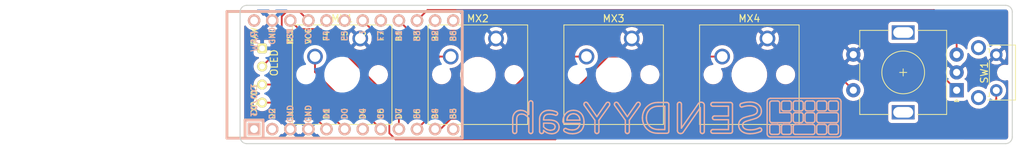
<source format=kicad_pcb>
(kicad_pcb (version 20171130) (host pcbnew "(5.1.7)-1")

  (general
    (thickness 1.6)
    (drawings 381)
    (tracks 53)
    (zones 0)
    (modules 8)
    (nets 23)
  )

  (page A4)
  (layers
    (0 F.Cu signal)
    (31 B.Cu signal)
    (32 B.Adhes user)
    (33 F.Adhes user)
    (34 B.Paste user)
    (35 F.Paste user)
    (36 B.SilkS user)
    (37 F.SilkS user)
    (38 B.Mask user)
    (39 F.Mask user)
    (40 Dwgs.User user)
    (41 Cmts.User user)
    (42 Eco1.User user)
    (43 Eco2.User user)
    (44 Edge.Cuts user)
    (45 Margin user)
    (46 B.CrtYd user)
    (47 F.CrtYd user)
    (48 B.Fab user)
    (49 F.Fab user)
  )

  (setup
    (last_trace_width 0.25)
    (trace_clearance 0.2)
    (zone_clearance 0.508)
    (zone_45_only no)
    (trace_min 0.2)
    (via_size 0.8)
    (via_drill 0.4)
    (via_min_size 0.4)
    (via_min_drill 0.3)
    (uvia_size 0.3)
    (uvia_drill 0.1)
    (uvias_allowed no)
    (uvia_min_size 0.2)
    (uvia_min_drill 0.1)
    (edge_width 0.05)
    (segment_width 0.2)
    (pcb_text_width 0.3)
    (pcb_text_size 1.5 1.5)
    (mod_edge_width 0.12)
    (mod_text_size 1 1)
    (mod_text_width 0.15)
    (pad_size 1.397 1.397)
    (pad_drill 0.8128)
    (pad_to_mask_clearance 0)
    (aux_axis_origin 0 0)
    (visible_elements 7FFFFFFF)
    (pcbplotparams
      (layerselection 0x010fc_ffffffff)
      (usegerberextensions false)
      (usegerberattributes true)
      (usegerberadvancedattributes true)
      (creategerberjobfile true)
      (excludeedgelayer true)
      (linewidth 0.100000)
      (plotframeref false)
      (viasonmask false)
      (mode 1)
      (useauxorigin false)
      (hpglpennumber 1)
      (hpglpenspeed 20)
      (hpglpendiameter 15.000000)
      (psnegative false)
      (psa4output false)
      (plotreference true)
      (plotvalue true)
      (plotinvisibletext false)
      (padsonsilk false)
      (subtractmaskfromsilk false)
      (outputformat 1)
      (mirror false)
      (drillshape 0)
      (scaleselection 1)
      (outputdirectory "gerbers/"))
  )

  (net 0 "")
  (net 1 SWITCH_1)
  (net 2 GND)
  (net 3 SWITCH_2)
  (net 4 SWITCH_3)
  (net 5 SWITCH_4)
  (net 6 VCC)
  (net 7 SCL)
  (net 8 SDA)
  (net 9 RESET)
  (net 10 ENCODER_A)
  (net 11 ENCODER_B)
  (net 12 "Net-(U1-Pad24)")
  (net 13 "Net-(U1-Pad12)")
  (net 14 "Net-(U1-Pad20)")
  (net 15 "Net-(U1-Pad19)")
  (net 16 "Net-(U1-Pad17)")
  (net 17 "Net-(U1-Pad14)")
  (net 18 "Net-(U1-Pad13)")
  (net 19 "Net-(U1-Pad7)")
  (net 20 "Net-(U1-Pad2)")
  (net 21 "Net-(U1-Pad1)")
  (net 22 SWITCH_5)

  (net_class Default "This is the default net class."
    (clearance 0.2)
    (trace_width 0.25)
    (via_dia 0.8)
    (via_drill 0.4)
    (uvia_dia 0.3)
    (uvia_drill 0.1)
    (add_net ENCODER_A)
    (add_net ENCODER_B)
    (add_net GND)
    (add_net "Net-(U1-Pad1)")
    (add_net "Net-(U1-Pad12)")
    (add_net "Net-(U1-Pad13)")
    (add_net "Net-(U1-Pad14)")
    (add_net "Net-(U1-Pad17)")
    (add_net "Net-(U1-Pad19)")
    (add_net "Net-(U1-Pad2)")
    (add_net "Net-(U1-Pad20)")
    (add_net "Net-(U1-Pad24)")
    (add_net "Net-(U1-Pad7)")
    (add_net RESET)
    (add_net SCL)
    (add_net SDA)
    (add_net SWITCH_1)
    (add_net SWITCH_2)
    (add_net SWITCH_3)
    (add_net SWITCH_4)
    (add_net SWITCH_5)
    (add_net VCC)
  )

  (module Keebio-Parts:ArduinoProMicro (layer F.Cu) (tedit 5B307E4C) (tstamp 5F9707E0)
    (at 79.96875 47.25)
    (path /5F960A83)
    (fp_text reference U1 (at 0 1.625) (layer F.SilkS) hide
      (effects (font (size 1.27 1.524) (thickness 0.2032)))
    )
    (fp_text value ProMicro (at 0 0) (layer F.SilkS) hide
      (effects (font (size 1.27 1.524) (thickness 0.2032)))
    )
    (fp_line (start -15.24 6.35) (end -15.24 8.89) (layer F.SilkS) (width 0.381))
    (fp_line (start -15.24 6.35) (end -15.24 8.89) (layer B.SilkS) (width 0.381))
    (fp_line (start -19.304 -3.556) (end -14.224 -3.556) (layer Dwgs.User) (width 0.2))
    (fp_line (start -19.304 3.81) (end -19.304 -3.556) (layer Dwgs.User) (width 0.2))
    (fp_line (start -14.224 3.81) (end -19.304 3.81) (layer Dwgs.User) (width 0.2))
    (fp_line (start -14.224 -3.556) (end -14.224 3.81) (layer Dwgs.User) (width 0.2))
    (fp_line (start -17.78 8.89) (end -15.24 8.89) (layer F.SilkS) (width 0.381))
    (fp_line (start -17.78 -8.89) (end -17.78 8.89) (layer F.SilkS) (width 0.381))
    (fp_line (start -15.24 -8.89) (end -17.78 -8.89) (layer F.SilkS) (width 0.381))
    (fp_line (start -17.78 -8.89) (end -17.78 8.89) (layer B.SilkS) (width 0.381))
    (fp_line (start -17.78 8.89) (end 15.24 8.89) (layer B.SilkS) (width 0.381))
    (fp_line (start 15.24 8.89) (end 15.24 -8.89) (layer B.SilkS) (width 0.381))
    (fp_line (start 15.24 -8.89) (end -17.78 -8.89) (layer B.SilkS) (width 0.381))
    (fp_poly (pts (xy -9.35097 -5.844635) (xy -9.25097 -5.844635) (xy -9.25097 -6.344635) (xy -9.35097 -6.344635)) (layer B.SilkS) (width 0.15))
    (fp_poly (pts (xy -9.35097 -5.844635) (xy -9.05097 -5.844635) (xy -9.05097 -5.944635) (xy -9.35097 -5.944635)) (layer B.SilkS) (width 0.15))
    (fp_poly (pts (xy -8.75097 -5.844635) (xy -8.55097 -5.844635) (xy -8.55097 -5.944635) (xy -8.75097 -5.944635)) (layer B.SilkS) (width 0.15))
    (fp_poly (pts (xy -9.35097 -6.244635) (xy -8.55097 -6.244635) (xy -8.55097 -6.344635) (xy -9.35097 -6.344635)) (layer B.SilkS) (width 0.15))
    (fp_poly (pts (xy -8.95097 -6.044635) (xy -8.85097 -6.044635) (xy -8.85097 -6.144635) (xy -8.95097 -6.144635)) (layer B.SilkS) (width 0.15))
    (fp_poly (pts (xy -8.76064 -4.931568) (xy -8.56064 -4.931568) (xy -8.56064 -4.831568) (xy -8.76064 -4.831568)) (layer F.SilkS) (width 0.15))
    (fp_poly (pts (xy -9.36064 -4.531568) (xy -8.56064 -4.531568) (xy -8.56064 -4.431568) (xy -9.36064 -4.431568)) (layer F.SilkS) (width 0.15))
    (fp_poly (pts (xy -9.36064 -4.931568) (xy -9.26064 -4.931568) (xy -9.26064 -4.431568) (xy -9.36064 -4.431568)) (layer F.SilkS) (width 0.15))
    (fp_poly (pts (xy -8.96064 -4.731568) (xy -8.86064 -4.731568) (xy -8.86064 -4.631568) (xy -8.96064 -4.631568)) (layer F.SilkS) (width 0.15))
    (fp_poly (pts (xy -9.36064 -4.931568) (xy -9.06064 -4.931568) (xy -9.06064 -4.831568) (xy -9.36064 -4.831568)) (layer F.SilkS) (width 0.15))
    (fp_line (start -12.7 6.35) (end -12.7 8.89) (layer F.SilkS) (width 0.381))
    (fp_line (start -15.24 6.35) (end -12.7 6.35) (layer F.SilkS) (width 0.381))
    (fp_line (start 15.24 -8.89) (end -15.24 -8.89) (layer F.SilkS) (width 0.381))
    (fp_line (start 15.24 8.89) (end 15.24 -8.89) (layer F.SilkS) (width 0.381))
    (fp_line (start -15.24 8.89) (end 15.24 8.89) (layer F.SilkS) (width 0.381))
    (fp_line (start -15.24 6.35) (end -12.7 6.35) (layer B.SilkS) (width 0.381))
    (fp_line (start -12.7 6.35) (end -12.7 8.89) (layer B.SilkS) (width 0.381))
    (fp_text user ST (at -8.91 -5.04 90) (layer B.SilkS)
      (effects (font (size 0.8 0.8) (thickness 0.15)) (justify mirror))
    )
    (fp_text user TX0/D3 (at -13.97 3.571872 90) (layer F.SilkS)
      (effects (font (size 0.8 0.8) (thickness 0.15)))
    )
    (fp_text user TX0/D3 (at -13.97 3.571872 90) (layer B.SilkS)
      (effects (font (size 0.8 0.8) (thickness 0.15)) (justify mirror))
    )
    (fp_text user D2 (at -11.43 5.461 90) (layer F.SilkS)
      (effects (font (size 0.8 0.8) (thickness 0.15)))
    )
    (fp_text user D0 (at -1.27 5.461 90) (layer F.SilkS)
      (effects (font (size 0.8 0.8) (thickness 0.15)))
    )
    (fp_text user D1 (at -3.81 5.461 90) (layer F.SilkS)
      (effects (font (size 0.8 0.8) (thickness 0.15)))
    )
    (fp_text user GND (at -6.35 5.461 90) (layer F.SilkS)
      (effects (font (size 0.8 0.8) (thickness 0.15)))
    )
    (fp_text user GND (at -8.89 5.461 90) (layer F.SilkS)
      (effects (font (size 0.8 0.8) (thickness 0.15)))
    )
    (fp_text user D4 (at 1.27 5.461 90) (layer F.SilkS)
      (effects (font (size 0.8 0.8) (thickness 0.15)))
    )
    (fp_text user C6 (at 3.81 5.461 90) (layer F.SilkS)
      (effects (font (size 0.8 0.8) (thickness 0.15)))
    )
    (fp_text user D7 (at 6.35 5.461 90) (layer F.SilkS)
      (effects (font (size 0.8 0.8) (thickness 0.15)))
    )
    (fp_text user E6 (at 8.89 5.461 90) (layer F.SilkS)
      (effects (font (size 0.8 0.8) (thickness 0.15)))
    )
    (fp_text user B4 (at 11.43 5.461 90) (layer F.SilkS)
      (effects (font (size 0.8 0.8) (thickness 0.15)))
    )
    (fp_text user B5 (at 13.97 5.461 90) (layer F.SilkS)
      (effects (font (size 0.8 0.8) (thickness 0.15)))
    )
    (fp_text user B6 (at 13.97 -5.461 90) (layer F.SilkS)
      (effects (font (size 0.8 0.8) (thickness 0.15)))
    )
    (fp_text user B2 (at 11.43 -5.461 90) (layer B.SilkS)
      (effects (font (size 0.8 0.8) (thickness 0.15)) (justify mirror))
    )
    (fp_text user B3 (at 8.89 -5.461 90) (layer F.SilkS)
      (effects (font (size 0.8 0.8) (thickness 0.15)))
    )
    (fp_text user B1 (at 6.35 -5.461 90) (layer F.SilkS)
      (effects (font (size 0.8 0.8) (thickness 0.15)))
    )
    (fp_text user F7 (at 3.81 -5.461 90) (layer B.SilkS)
      (effects (font (size 0.8 0.8) (thickness 0.15)) (justify mirror))
    )
    (fp_text user F6 (at 1.27 -5.461 90) (layer B.SilkS)
      (effects (font (size 0.8 0.8) (thickness 0.15)) (justify mirror))
    )
    (fp_text user F5 (at -1.27 -5.461 90) (layer B.SilkS)
      (effects (font (size 0.8 0.8) (thickness 0.15)) (justify mirror))
    )
    (fp_text user F4 (at -3.81 -5.461 90) (layer F.SilkS)
      (effects (font (size 0.8 0.8) (thickness 0.15)))
    )
    (fp_text user VCC (at -6.35 -5.461 90) (layer F.SilkS)
      (effects (font (size 0.8 0.8) (thickness 0.15)))
    )
    (fp_text user ST (at -8.92 -5.73312 90) (layer F.SilkS)
      (effects (font (size 0.8 0.8) (thickness 0.15)))
    )
    (fp_text user GND (at -11.43 -5.461 90) (layer F.SilkS)
      (effects (font (size 0.8 0.8) (thickness 0.15)))
    )
    (fp_text user RAW (at -13.97 -5.461 90) (layer F.SilkS)
      (effects (font (size 0.8 0.8) (thickness 0.15)))
    )
    (fp_text user RAW (at -13.9 -4.7 90) (layer B.SilkS)
      (effects (font (size 1 1) (thickness 0.15)) (justify mirror))
    )
    (fp_text user GND (at -11.43 -5.461 90) (layer B.SilkS)
      (effects (font (size 0.8 0.8) (thickness 0.15)) (justify mirror))
    )
    (fp_text user VCC (at -6.35 -5.461 90) (layer B.SilkS)
      (effects (font (size 0.8 0.8) (thickness 0.15)) (justify mirror))
    )
    (fp_text user F4 (at -3.81 -5.461 90) (layer B.SilkS)
      (effects (font (size 0.8 0.8) (thickness 0.15)) (justify mirror))
    )
    (fp_text user F5 (at -1.27 -5.461 90) (layer F.SilkS)
      (effects (font (size 0.8 0.8) (thickness 0.15)))
    )
    (fp_text user F6 (at 1.27 -5.461 90) (layer F.SilkS)
      (effects (font (size 0.8 0.8) (thickness 0.15)))
    )
    (fp_text user F7 (at 3.81 -5.461 90) (layer F.SilkS)
      (effects (font (size 0.8 0.8) (thickness 0.15)))
    )
    (fp_text user B1 (at 6.35 -5.461 90) (layer B.SilkS)
      (effects (font (size 0.8 0.8) (thickness 0.15)) (justify mirror))
    )
    (fp_text user B3 (at 8.89 -5.461 90) (layer B.SilkS)
      (effects (font (size 0.8 0.8) (thickness 0.15)) (justify mirror))
    )
    (fp_text user B2 (at 11.43 -5.461 90) (layer F.SilkS)
      (effects (font (size 0.8 0.8) (thickness 0.15)))
    )
    (fp_text user B6 (at 13.97 -5.461 90) (layer B.SilkS)
      (effects (font (size 0.8 0.8) (thickness 0.15)) (justify mirror))
    )
    (fp_text user B5 (at 13.97 5.461 90) (layer B.SilkS)
      (effects (font (size 0.8 0.8) (thickness 0.15)) (justify mirror))
    )
    (fp_text user B4 (at 11.43 5.461 90) (layer B.SilkS)
      (effects (font (size 0.8 0.8) (thickness 0.15)) (justify mirror))
    )
    (fp_text user E6 (at 8.89 5.461 90) (layer B.SilkS)
      (effects (font (size 0.8 0.8) (thickness 0.15)) (justify mirror))
    )
    (fp_text user D7 (at 6.35 5.461 90) (layer B.SilkS)
      (effects (font (size 0.8 0.8) (thickness 0.15)) (justify mirror))
    )
    (fp_text user C6 (at 3.81 5.461 90) (layer B.SilkS)
      (effects (font (size 0.8 0.8) (thickness 0.15)) (justify mirror))
    )
    (fp_text user D4 (at 1.27 5.461 90) (layer B.SilkS)
      (effects (font (size 0.8 0.8) (thickness 0.15)) (justify mirror))
    )
    (fp_text user GND (at -8.89 5.461 90) (layer B.SilkS)
      (effects (font (size 0.8 0.8) (thickness 0.15)) (justify mirror))
    )
    (fp_text user GND (at -6.35 5.461 90) (layer B.SilkS)
      (effects (font (size 0.8 0.8) (thickness 0.15)) (justify mirror))
    )
    (fp_text user D1 (at -3.81 5.461 90) (layer B.SilkS)
      (effects (font (size 0.8 0.8) (thickness 0.15)) (justify mirror))
    )
    (fp_text user D0 (at -1.27 5.461 90) (layer B.SilkS)
      (effects (font (size 0.8 0.8) (thickness 0.15)) (justify mirror))
    )
    (fp_text user D2 (at -11.43 5.461 90) (layer B.SilkS)
      (effects (font (size 0.8 0.8) (thickness 0.15)) (justify mirror))
    )
    (pad 24 thru_hole circle (at -13.97 -7.62) (size 1.7526 1.7526) (drill 1.0922) (layers *.Cu *.SilkS *.Mask)
      (net 12 "Net-(U1-Pad24)"))
    (pad 12 thru_hole circle (at 13.97 7.62) (size 1.7526 1.7526) (drill 1.0922) (layers *.Cu *.SilkS *.Mask)
      (net 13 "Net-(U1-Pad12)"))
    (pad 23 thru_hole circle (at -11.43 -7.62) (size 1.7526 1.7526) (drill 1.0922) (layers *.Cu *.SilkS *.Mask)
      (net 2 GND))
    (pad 22 thru_hole circle (at -8.89 -7.62) (size 1.7526 1.7526) (drill 1.0922) (layers *.Cu *.SilkS *.Mask)
      (net 9 RESET))
    (pad 21 thru_hole circle (at -6.35 -7.62) (size 1.7526 1.7526) (drill 1.0922) (layers *.Cu *.SilkS *.Mask)
      (net 6 VCC))
    (pad 20 thru_hole circle (at -3.81 -7.62) (size 1.7526 1.7526) (drill 1.0922) (layers *.Cu *.SilkS *.Mask)
      (net 14 "Net-(U1-Pad20)"))
    (pad 19 thru_hole circle (at -1.27 -7.62) (size 1.7526 1.7526) (drill 1.0922) (layers *.Cu *.SilkS *.Mask)
      (net 15 "Net-(U1-Pad19)"))
    (pad 18 thru_hole circle (at 1.27 -7.62) (size 1.7526 1.7526) (drill 1.0922) (layers *.Cu *.SilkS *.Mask)
      (net 22 SWITCH_5))
    (pad 17 thru_hole circle (at 3.81 -7.62) (size 1.7526 1.7526) (drill 1.0922) (layers *.Cu *.SilkS *.Mask)
      (net 16 "Net-(U1-Pad17)"))
    (pad 16 thru_hole circle (at 6.35 -7.62) (size 1.7526 1.7526) (drill 1.0922) (layers *.Cu *.SilkS *.Mask)
      (net 10 ENCODER_A))
    (pad 15 thru_hole circle (at 8.89 -7.62) (size 1.7526 1.7526) (drill 1.0922) (layers *.Cu *.SilkS *.Mask)
      (net 11 ENCODER_B))
    (pad 14 thru_hole circle (at 11.43 -7.62) (size 1.7526 1.7526) (drill 1.0922) (layers *.Cu *.SilkS *.Mask)
      (net 17 "Net-(U1-Pad14)"))
    (pad 13 thru_hole circle (at 13.97 -7.62) (size 1.7526 1.7526) (drill 1.0922) (layers *.Cu *.SilkS *.Mask)
      (net 18 "Net-(U1-Pad13)"))
    (pad 11 thru_hole circle (at 11.43 7.62) (size 1.7526 1.7526) (drill 1.0922) (layers *.Cu *.SilkS *.Mask)
      (net 5 SWITCH_4))
    (pad 10 thru_hole circle (at 8.89 7.62) (size 1.7526 1.7526) (drill 1.0922) (layers *.Cu *.SilkS *.Mask)
      (net 4 SWITCH_3))
    (pad 9 thru_hole circle (at 6.35 7.62) (size 1.7526 1.7526) (drill 1.0922) (layers *.Cu *.SilkS *.Mask)
      (net 3 SWITCH_2))
    (pad 8 thru_hole circle (at 3.81 7.62) (size 1.7526 1.7526) (drill 1.0922) (layers *.Cu *.SilkS *.Mask)
      (net 1 SWITCH_1))
    (pad 7 thru_hole circle (at 1.27 7.62) (size 1.7526 1.7526) (drill 1.0922) (layers *.Cu *.SilkS *.Mask)
      (net 19 "Net-(U1-Pad7)"))
    (pad 6 thru_hole circle (at -1.27 7.62) (size 1.7526 1.7526) (drill 1.0922) (layers *.Cu *.SilkS *.Mask)
      (net 7 SCL))
    (pad 5 thru_hole circle (at -3.81 7.62) (size 1.7526 1.7526) (drill 1.0922) (layers *.Cu *.SilkS *.Mask)
      (net 8 SDA))
    (pad 4 thru_hole circle (at -6.35 7.62) (size 1.7526 1.7526) (drill 1.0922) (layers *.Cu *.SilkS *.Mask)
      (net 2 GND))
    (pad 3 thru_hole circle (at -8.89 7.62) (size 1.7526 1.7526) (drill 1.0922) (layers *.Cu *.SilkS *.Mask)
      (net 2 GND))
    (pad 2 thru_hole circle (at -11.43 7.62) (size 1.7526 1.7526) (drill 1.0922) (layers *.Cu *.SilkS *.Mask)
      (net 20 "Net-(U1-Pad2)"))
    (pad 1 thru_hole rect (at -13.97 7.62) (size 1.7526 1.7526) (drill 1.0922) (layers *.Cu *.SilkS *.Mask)
      (net 21 "Net-(U1-Pad1)"))
    (model /Users/danny/Documents/proj/custom-keyboard/kicad-libs/3d_models/ArduinoProMicro.wrl
      (offset (xyz -13.96999979019165 -7.619999885559082 -5.841999912261963))
      (scale (xyz 0.395 0.395 0.395))
      (rotate (xyz 90 180 180))
    )
    (model E:/Projects/kbd-master/kicad-packages3D/kbd.3dshapes/ProMicro.step
      (offset (xyz -1.2 0 -4.3))
      (scale (xyz 1 1 1))
      (rotate (xyz 0 0 -90))
    )
  )

  (module kbd:OLED_v2 (layer F.Cu) (tedit 5F9649FE) (tstamp 5F96CAE9)
    (at 67.125 47.34375 90)
    (descr "Connecteur 6 pins")
    (tags "CONN DEV")
    (path /5F96A2F3)
    (fp_text reference OL1 (at 3.7 2.1 270) (layer F.Fab)
      (effects (font (size 0.8128 0.8128) (thickness 0.15)))
    )
    (fp_text value OLED (at 0.1875 1.6875 90) (layer F.SilkS) hide
      (effects (font (size 0.8128 0.8128) (thickness 0.15)))
    )
    (fp_line (start 6 -36.73) (end 6 1.27) (layer Dwgs.User) (width 0.12))
    (fp_line (start -6 -36.73) (end 6 -36.73) (layer Dwgs.User) (width 0.12))
    (fp_line (start -6 1.27) (end -6 -36.73) (layer Dwgs.User) (width 0.12))
    (fp_line (start -6 1.27) (end 6 1.27) (layer Dwgs.User) (width 0.12))
    (fp_text user OLED (at 1.78125 1.6875 90) (layer F.SilkS)
      (effects (font (size 1 1) (thickness 0.15)))
    )
    (pad 4 thru_hole roundrect (at 3.81 0 90) (size 1.397 1.397) (drill 0.8128) (layers *.Cu F.SilkS B.Mask) (roundrect_rratio 0.25)
      (net 2 GND))
    (pad 3 thru_hole circle (at 1.27 0 90) (size 1.397 1.397) (drill 0.8128) (layers *.Cu F.SilkS B.Mask)
      (net 6 VCC))
    (pad 2 thru_hole circle (at -1.27 0 90) (size 1.397 1.397) (drill 0.8128) (layers *.Cu F.SilkS B.Mask)
      (net 7 SCL))
    (pad 1 thru_hole circle (at -3.81 0 90) (size 1.397 1.397) (drill 0.8128) (layers *.Cu F.SilkS B.Mask)
      (net 8 SDA))
    (model E:/Projects/kbd-master/kicad-packages3D/kbd.3dshapes/OLED-Module-with-Pins.step
      (at (xyz 0 0 0))
      (scale (xyz 1 1 1))
      (rotate (xyz 0 0 0))
    )
  )

  (module Keebio-Parts:RotaryEncoder_EC11 (layer F.Cu) (tedit 5D936EDB) (tstamp 5F96CB2F)
    (at 157.09375 46.91125 180)
    (descr "Alps rotary encoder, EC12E... with switch, vertical shaft, http://www.alps.com/prod/info/E/HTML/Encoder/Incremental/EC11/EC11E15204A3.html")
    (tags "rotary encoder")
    (path /5F961A4C)
    (fp_text reference SW2 (at -4.7 -7.2) (layer F.Fab)
      (effects (font (size 1 1) (thickness 0.15)))
    )
    (fp_text value Rotary_Encoder_Switch (at 0 7.9) (layer F.Fab)
      (effects (font (size 1 1) (thickness 0.15)))
    )
    (fp_line (start -0.5 0) (end 0.5 0) (layer F.SilkS) (width 0.12))
    (fp_line (start 0 -0.5) (end 0 0.5) (layer F.SilkS) (width 0.12))
    (fp_line (start 6.1 3.5) (end 6.1 5.9) (layer F.SilkS) (width 0.12))
    (fp_line (start 6.1 -1.3) (end 6.1 1.3) (layer F.SilkS) (width 0.12))
    (fp_line (start 6.1 -5.9) (end 6.1 -3.5) (layer F.SilkS) (width 0.12))
    (fp_line (start -3 0) (end 3 0) (layer F.Fab) (width 0.12))
    (fp_line (start 0 -3) (end 0 3) (layer F.Fab) (width 0.12))
    (fp_line (start -7.2 -4.1) (end -7.5 -3.8) (layer F.SilkS) (width 0.12))
    (fp_line (start -7.8 -4.1) (end -7.2 -4.1) (layer F.SilkS) (width 0.12))
    (fp_line (start -7.5 -3.8) (end -7.8 -4.1) (layer F.SilkS) (width 0.12))
    (fp_line (start -6.1 -5.9) (end -6.1 5.9) (layer F.SilkS) (width 0.12))
    (fp_line (start -2 -5.9) (end -6.1 -5.9) (layer F.SilkS) (width 0.12))
    (fp_line (start -2 5.9) (end -6.1 5.9) (layer F.SilkS) (width 0.12))
    (fp_line (start 6.1 5.9) (end 2 5.9) (layer F.SilkS) (width 0.12))
    (fp_line (start 2 -5.9) (end 6.1 -5.9) (layer F.SilkS) (width 0.12))
    (fp_line (start -6 -4.7) (end -5 -5.8) (layer F.Fab) (width 0.12))
    (fp_line (start -6 5.8) (end -6 -4.7) (layer F.Fab) (width 0.12))
    (fp_line (start 6 5.8) (end -6 5.8) (layer F.Fab) (width 0.12))
    (fp_line (start 6 -5.8) (end 6 5.8) (layer F.Fab) (width 0.12))
    (fp_line (start -5 -5.8) (end 6 -5.8) (layer F.Fab) (width 0.12))
    (fp_line (start -9 -7.1) (end 8.5 -7.1) (layer F.CrtYd) (width 0.05))
    (fp_line (start -9 -7.1) (end -9 7.1) (layer F.CrtYd) (width 0.05))
    (fp_line (start 8.5 7.1) (end 8.5 -7.1) (layer F.CrtYd) (width 0.05))
    (fp_line (start 8.5 7.1) (end -9 7.1) (layer F.CrtYd) (width 0.05))
    (fp_circle (center 0 0) (end 3 0) (layer F.SilkS) (width 0.12))
    (fp_circle (center 0 0) (end 3 0) (layer F.Fab) (width 0.12))
    (fp_text user %R (at 3.6 3.8) (layer F.Fab)
      (effects (font (size 1 1) (thickness 0.15)))
    )
    (pad A thru_hole rect (at -7.5 -2.5 180) (size 2 2) (drill 1) (layers *.Cu *.Mask)
      (net 10 ENCODER_A))
    (pad C thru_hole circle (at -7.5 0 180) (size 2 2) (drill 1) (layers *.Cu *.Mask)
      (net 2 GND))
    (pad B thru_hole circle (at -7.5 2.5 180) (size 2 2) (drill 1) (layers *.Cu *.Mask)
      (net 11 ENCODER_B))
    (pad "" np_thru_hole rect (at 0 -5.6 180) (size 3.2 2) (drill oval 2.8 1.5) (layers *.Cu *.Mask))
    (pad "" np_thru_hole rect (at 0 5.6 180) (size 3.2 2) (drill oval 2.8 1.5) (layers *.Cu *.Mask))
    (pad S2 thru_hole circle (at 7 -2.5 180) (size 2 2) (drill 1) (layers *.Cu *.Mask)
      (net 22 SWITCH_5))
    (pad S1 thru_hole circle (at 7 2.5 180) (size 2 2) (drill 1) (layers *.Cu *.Mask)
      (net 2 GND))
    (model ${KISYS3DMOD}/Rotary_Encoder.3dshapes/RotaryEncoder_Alps_EC11E-Switch_Vertical_H20mm.wrl
      (at (xyz 0 0 0))
      (scale (xyz 1 1 1))
      (rotate (xyz 0 0 0))
    )
    (model E:/Projects/EC11E-nonSW.STEP
      (at (xyz 0 0 0))
      (scale (xyz 1 1 1))
      (rotate (xyz -180 0 -90))
    )
  )

  (module Keebio-Parts:SW_Tactile_SPST_Angled_MJTP1117 (layer F.Cu) (tedit 5955E103) (tstamp 5F96CB09)
    (at 170.15625 44.4375 270)
    (descr "tactile switch SPST right angle, PTS645VL39-2 LFS")
    (tags "tactile switch SPST angled PTS645VL39-2 LFS C&K Button")
    (path /5F970CB4)
    (fp_text reference SW1 (at 2.5 1.68 90) (layer F.SilkS)
      (effects (font (size 1 1) (thickness 0.15)))
    )
    (fp_text value SW_PUSH (at 2.5 5.38988 90) (layer F.Fab)
      (effects (font (size 1 1) (thickness 0.15)))
    )
    (fp_line (start 0.8 0.97) (end 4.2 0.97) (layer F.SilkS) (width 0.12))
    (fp_line (start -0.84 0.97) (end -0.3 0.97) (layer F.SilkS) (width 0.12))
    (fp_line (start 5.3 0.97) (end 5.84 0.97) (layer F.SilkS) (width 0.12))
    (fp_line (start 5.84 0.97) (end 5.84 1.2) (layer F.SilkS) (width 0.12))
    (fp_line (start -0.95 3.6) (end -0.95 0.86) (layer F.Fab) (width 0.1))
    (fp_line (start 5.95 3.6) (end 6.25 3.6) (layer F.Fab) (width 0.1))
    (fp_line (start -1.25 3.6) (end -1.25 -2.59) (layer F.Fab) (width 0.1))
    (fp_line (start -1.25 -2.59) (end 6.25 -2.59) (layer F.Fab) (width 0.1))
    (fp_line (start -1.36 -2.7) (end -1.36 1.2) (layer F.SilkS) (width 0.12))
    (fp_line (start 6.36 -2.7) (end 6.36 1.2) (layer F.SilkS) (width 0.12))
    (fp_line (start -1.36 -2.7) (end 6.36 -2.7) (layer F.SilkS) (width 0.12))
    (fp_line (start -2.25 4.45) (end -2.25 -2.8) (layer F.CrtYd) (width 0.05))
    (fp_line (start 7.3 4.45) (end -2.25 4.45) (layer F.CrtYd) (width 0.05))
    (fp_line (start 7.3 -2.8) (end 7.3 4.45) (layer F.CrtYd) (width 0.05))
    (fp_line (start -2.25 -2.8) (end 7.3 -2.8) (layer F.CrtYd) (width 0.05))
    (fp_line (start 6.25 3.6) (end 6.25 -2.59) (layer F.Fab) (width 0.1))
    (fp_line (start -0.95 0.86) (end 5.95 0.86) (layer F.Fab) (width 0.1))
    (fp_line (start -1.25 3.6) (end -0.95 3.6) (layer F.Fab) (width 0.1))
    (fp_line (start 5.95 3.6) (end 5.95 0.86) (layer F.Fab) (width 0.1))
    (fp_line (start -0.84 0.97) (end -0.84 1.2) (layer F.SilkS) (width 0.12))
    (fp_line (start 1.05 -3.85) (end 3.95 -3.85) (layer F.Fab) (width 0.1))
    (fp_line (start 3.95 -3.85) (end 3.95 -2.59) (layer F.Fab) (width 0.1))
    (fp_line (start 1.05 -3.85) (end 1.05 -2.59) (layer F.Fab) (width 0.1))
    (pad "" np_thru_hole circle (at 2.5 -1.21 270) (size 1.2 1.2) (drill 1.2) (layers *.Cu *.Mask))
    (pad "" thru_hole circle (at -1 2.49 270) (size 2.1 2.1) (drill 1.3) (layers *.Cu *.Mask))
    (pad 1 thru_hole circle (at 0 0 270) (size 1.75 1.75) (drill 0.99) (layers *.Cu *.Mask)
      (net 2 GND))
    (pad 2 thru_hole circle (at 5 0 270) (size 1.75 1.75) (drill 0.99) (layers *.Cu *.Mask)
      (net 9 RESET))
    (pad "" thru_hole circle (at 6.01 2.49 270) (size 2.1 2.1) (drill 1.3) (layers *.Cu *.Mask))
    (model ${KISYS3DMOD}/Buttons_Switches_THT.3dshapes/SW_Tactile_SPST_Angled_PTS645Vx39-2LFS.wrl
      (at (xyz 0 0 0))
      (scale (xyz 1 1 1))
      (rotate (xyz 0 0 0))
    )
    (model ${KISYS3DMOD}/Button_Switch_THT.3dshapes/SW_Tactile_SPST_Angled_PTS645Vx31-2LFS.step
      (offset (xyz 4.8 0 -1.7))
      (scale (xyz 1 1 1))
      (rotate (xyz 180 0 180))
    )
  )

  (module Button_Switch_Keyboard:SW_Cherry_MX_1.00u_PCB (layer F.Cu) (tedit 5A02FE24) (tstamp 5F96CAD7)
    (at 138.04375 42.14875)
    (descr "Cherry MX keyswitch, 1.00u, PCB mount, http://cherryamericas.com/wp-content/uploads/2014/12/mx_cat.pdf")
    (tags "Cherry MX keyswitch 1.00u PCB")
    (path /5F967E7D)
    (fp_text reference MX4 (at -2.54 -2.794) (layer F.SilkS)
      (effects (font (size 1 1) (thickness 0.15)))
    )
    (fp_text value MX-NoLED (at -2.54 12.954) (layer F.Fab)
      (effects (font (size 1 1) (thickness 0.15)))
    )
    (fp_line (start -9.525 12.065) (end -9.525 -1.905) (layer F.SilkS) (width 0.12))
    (fp_line (start 4.445 12.065) (end -9.525 12.065) (layer F.SilkS) (width 0.12))
    (fp_line (start 4.445 -1.905) (end 4.445 12.065) (layer F.SilkS) (width 0.12))
    (fp_line (start -9.525 -1.905) (end 4.445 -1.905) (layer F.SilkS) (width 0.12))
    (fp_line (start -12.065 14.605) (end -12.065 -4.445) (layer Dwgs.User) (width 0.15))
    (fp_line (start 6.985 14.605) (end -12.065 14.605) (layer Dwgs.User) (width 0.15))
    (fp_line (start 6.985 -4.445) (end 6.985 14.605) (layer Dwgs.User) (width 0.15))
    (fp_line (start -12.065 -4.445) (end 6.985 -4.445) (layer Dwgs.User) (width 0.15))
    (fp_line (start -9.14 -1.52) (end 4.06 -1.52) (layer F.CrtYd) (width 0.05))
    (fp_line (start 4.06 -1.52) (end 4.06 11.68) (layer F.CrtYd) (width 0.05))
    (fp_line (start 4.06 11.68) (end -9.14 11.68) (layer F.CrtYd) (width 0.05))
    (fp_line (start -9.14 11.68) (end -9.14 -1.52) (layer F.CrtYd) (width 0.05))
    (fp_line (start -8.89 11.43) (end -8.89 -1.27) (layer F.Fab) (width 0.1))
    (fp_line (start 3.81 11.43) (end -8.89 11.43) (layer F.Fab) (width 0.1))
    (fp_line (start 3.81 -1.27) (end 3.81 11.43) (layer F.Fab) (width 0.1))
    (fp_line (start -8.89 -1.27) (end 3.81 -1.27) (layer F.Fab) (width 0.1))
    (fp_text user %R (at -2.54 -2.794) (layer F.Fab)
      (effects (font (size 1 1) (thickness 0.15)))
    )
    (pad "" np_thru_hole circle (at 2.54 5.08) (size 1.7 1.7) (drill 1.7) (layers *.Cu *.Mask))
    (pad "" np_thru_hole circle (at -7.62 5.08) (size 1.7 1.7) (drill 1.7) (layers *.Cu *.Mask))
    (pad "" np_thru_hole circle (at -2.54 5.08) (size 4 4) (drill 4) (layers *.Cu *.Mask))
    (pad 2 thru_hole circle (at -6.35 2.54) (size 2.2 2.2) (drill 1.5) (layers *.Cu *.Mask)
      (net 5 SWITCH_4))
    (pad 1 thru_hole circle (at 0 0) (size 2.2 2.2) (drill 1.5) (layers *.Cu *.Mask)
      (net 2 GND))
    (model ${KISYS3DMOD}/Button_Switch_Keyboard.3dshapes/SW_Cherry_MX_1.00u_PCB.wrl
      (at (xyz 0 0 0))
      (scale (xyz 1 1 1))
      (rotate (xyz 0 0 0))
    )
    (model "E:/Projects/kbd-master/kicad-packages3D/kbd.3dshapes/MX Series-Cherry Key.step"
      (offset (xyz 4.8 2.3 6.1))
      (scale (xyz 1 1 1))
      (rotate (xyz -90 0 180))
    )
  )

  (module Button_Switch_Keyboard:SW_Cherry_MX_1.00u_PCB (layer F.Cu) (tedit 5A02FE24) (tstamp 5F96CABD)
    (at 118.99375 42.14875)
    (descr "Cherry MX keyswitch, 1.00u, PCB mount, http://cherryamericas.com/wp-content/uploads/2014/12/mx_cat.pdf")
    (tags "Cherry MX keyswitch 1.00u PCB")
    (path /5F967ACF)
    (fp_text reference MX3 (at -2.54 -2.794) (layer F.SilkS)
      (effects (font (size 1 1) (thickness 0.15)))
    )
    (fp_text value MX-NoLED (at -2.54 12.954) (layer F.Fab)
      (effects (font (size 1 1) (thickness 0.15)))
    )
    (fp_line (start -9.525 12.065) (end -9.525 -1.905) (layer F.SilkS) (width 0.12))
    (fp_line (start 4.445 12.065) (end -9.525 12.065) (layer F.SilkS) (width 0.12))
    (fp_line (start 4.445 -1.905) (end 4.445 12.065) (layer F.SilkS) (width 0.12))
    (fp_line (start -9.525 -1.905) (end 4.445 -1.905) (layer F.SilkS) (width 0.12))
    (fp_line (start -12.065 14.605) (end -12.065 -4.445) (layer Dwgs.User) (width 0.15))
    (fp_line (start 6.985 14.605) (end -12.065 14.605) (layer Dwgs.User) (width 0.15))
    (fp_line (start 6.985 -4.445) (end 6.985 14.605) (layer Dwgs.User) (width 0.15))
    (fp_line (start -12.065 -4.445) (end 6.985 -4.445) (layer Dwgs.User) (width 0.15))
    (fp_line (start -9.14 -1.52) (end 4.06 -1.52) (layer F.CrtYd) (width 0.05))
    (fp_line (start 4.06 -1.52) (end 4.06 11.68) (layer F.CrtYd) (width 0.05))
    (fp_line (start 4.06 11.68) (end -9.14 11.68) (layer F.CrtYd) (width 0.05))
    (fp_line (start -9.14 11.68) (end -9.14 -1.52) (layer F.CrtYd) (width 0.05))
    (fp_line (start -8.89 11.43) (end -8.89 -1.27) (layer F.Fab) (width 0.1))
    (fp_line (start 3.81 11.43) (end -8.89 11.43) (layer F.Fab) (width 0.1))
    (fp_line (start 3.81 -1.27) (end 3.81 11.43) (layer F.Fab) (width 0.1))
    (fp_line (start -8.89 -1.27) (end 3.81 -1.27) (layer F.Fab) (width 0.1))
    (fp_text user %R (at -2.54 -2.794) (layer F.Fab)
      (effects (font (size 1 1) (thickness 0.15)))
    )
    (pad "" np_thru_hole circle (at 2.54 5.08) (size 1.7 1.7) (drill 1.7) (layers *.Cu *.Mask))
    (pad "" np_thru_hole circle (at -7.62 5.08) (size 1.7 1.7) (drill 1.7) (layers *.Cu *.Mask))
    (pad "" np_thru_hole circle (at -2.54 5.08) (size 4 4) (drill 4) (layers *.Cu *.Mask))
    (pad 2 thru_hole circle (at -6.35 2.54) (size 2.2 2.2) (drill 1.5) (layers *.Cu *.Mask)
      (net 4 SWITCH_3))
    (pad 1 thru_hole circle (at 0 0) (size 2.2 2.2) (drill 1.5) (layers *.Cu *.Mask)
      (net 2 GND))
    (model ${KISYS3DMOD}/Button_Switch_Keyboard.3dshapes/SW_Cherry_MX_1.00u_PCB.wrl
      (at (xyz 0 0 0))
      (scale (xyz 1 1 1))
      (rotate (xyz 0 0 0))
    )
    (model "E:/Projects/kbd-master/kicad-packages3D/kbd.3dshapes/MX Series-Cherry Key.step"
      (offset (xyz 4.8 2.3 6.1))
      (scale (xyz 1 1 1))
      (rotate (xyz -90 0 180))
    )
  )

  (module Button_Switch_Keyboard:SW_Cherry_MX_1.00u_PCB (layer F.Cu) (tedit 5A02FE24) (tstamp 5F96CAA3)
    (at 99.94375 42.14875)
    (descr "Cherry MX keyswitch, 1.00u, PCB mount, http://cherryamericas.com/wp-content/uploads/2014/12/mx_cat.pdf")
    (tags "Cherry MX keyswitch 1.00u PCB")
    (path /5F9674D4)
    (fp_text reference MX2 (at -2.54 -2.794) (layer F.SilkS)
      (effects (font (size 1 1) (thickness 0.15)))
    )
    (fp_text value MX-NoLED (at -2.54 12.954) (layer F.Fab)
      (effects (font (size 1 1) (thickness 0.15)))
    )
    (fp_line (start -9.525 12.065) (end -9.525 -1.905) (layer F.SilkS) (width 0.12))
    (fp_line (start 4.445 12.065) (end -9.525 12.065) (layer F.SilkS) (width 0.12))
    (fp_line (start 4.445 -1.905) (end 4.445 12.065) (layer F.SilkS) (width 0.12))
    (fp_line (start -9.525 -1.905) (end 4.445 -1.905) (layer F.SilkS) (width 0.12))
    (fp_line (start -12.065 14.605) (end -12.065 -4.445) (layer Dwgs.User) (width 0.15))
    (fp_line (start 6.985 14.605) (end -12.065 14.605) (layer Dwgs.User) (width 0.15))
    (fp_line (start 6.985 -4.445) (end 6.985 14.605) (layer Dwgs.User) (width 0.15))
    (fp_line (start -12.065 -4.445) (end 6.985 -4.445) (layer Dwgs.User) (width 0.15))
    (fp_line (start -9.14 -1.52) (end 4.06 -1.52) (layer F.CrtYd) (width 0.05))
    (fp_line (start 4.06 -1.52) (end 4.06 11.68) (layer F.CrtYd) (width 0.05))
    (fp_line (start 4.06 11.68) (end -9.14 11.68) (layer F.CrtYd) (width 0.05))
    (fp_line (start -9.14 11.68) (end -9.14 -1.52) (layer F.CrtYd) (width 0.05))
    (fp_line (start -8.89 11.43) (end -8.89 -1.27) (layer F.Fab) (width 0.1))
    (fp_line (start 3.81 11.43) (end -8.89 11.43) (layer F.Fab) (width 0.1))
    (fp_line (start 3.81 -1.27) (end 3.81 11.43) (layer F.Fab) (width 0.1))
    (fp_line (start -8.89 -1.27) (end 3.81 -1.27) (layer F.Fab) (width 0.1))
    (fp_text user %R (at -2.54 -2.794) (layer F.Fab)
      (effects (font (size 1 1) (thickness 0.15)))
    )
    (pad "" np_thru_hole circle (at 2.54 5.08) (size 1.7 1.7) (drill 1.7) (layers *.Cu *.Mask))
    (pad "" np_thru_hole circle (at -7.62 5.08) (size 1.7 1.7) (drill 1.7) (layers *.Cu *.Mask))
    (pad "" np_thru_hole circle (at -2.54 5.08) (size 4 4) (drill 4) (layers *.Cu *.Mask))
    (pad 2 thru_hole circle (at -6.35 2.54) (size 2.2 2.2) (drill 1.5) (layers *.Cu *.Mask)
      (net 3 SWITCH_2))
    (pad 1 thru_hole circle (at 0 0) (size 2.2 2.2) (drill 1.5) (layers *.Cu *.Mask)
      (net 2 GND))
    (model ${KISYS3DMOD}/Button_Switch_Keyboard.3dshapes/SW_Cherry_MX_1.00u_PCB.wrl
      (at (xyz 0 0 0))
      (scale (xyz 1 1 1))
      (rotate (xyz 0 0 0))
    )
    (model "E:/Projects/kbd-master/kicad-packages3D/kbd.3dshapes/MX Series-Cherry Key.step"
      (offset (xyz 4.8 2.3 6.1))
      (scale (xyz 1 1 1))
      (rotate (xyz -90 0 180))
    )
  )

  (module Button_Switch_Keyboard:SW_Cherry_MX_1.00u_PCB (layer F.Cu) (tedit 5A02FE24) (tstamp 5F96CE4F)
    (at 80.89375 42.14875)
    (descr "Cherry MX keyswitch, 1.00u, PCB mount, http://cherryamericas.com/wp-content/uploads/2014/12/mx_cat.pdf")
    (tags "Cherry MX keyswitch 1.00u PCB")
    (path /5F966CA0)
    (fp_text reference MX1 (at -2.54 -2.794) (layer F.SilkS)
      (effects (font (size 1 1) (thickness 0.15)))
    )
    (fp_text value MX-NoLED (at -2.54 12.954) (layer F.Fab)
      (effects (font (size 1 1) (thickness 0.15)))
    )
    (fp_line (start -9.525 12.065) (end -9.525 -1.905) (layer F.SilkS) (width 0.12))
    (fp_line (start 4.445 12.065) (end -9.525 12.065) (layer F.SilkS) (width 0.12))
    (fp_line (start 4.445 -1.905) (end 4.445 12.065) (layer F.SilkS) (width 0.12))
    (fp_line (start -9.525 -1.905) (end 4.445 -1.905) (layer F.SilkS) (width 0.12))
    (fp_line (start -12.065 14.605) (end -12.065 -4.445) (layer Dwgs.User) (width 0.15))
    (fp_line (start 6.985 14.605) (end -12.065 14.605) (layer Dwgs.User) (width 0.15))
    (fp_line (start 6.985 -4.445) (end 6.985 14.605) (layer Dwgs.User) (width 0.15))
    (fp_line (start -12.065 -4.445) (end 6.985 -4.445) (layer Dwgs.User) (width 0.15))
    (fp_line (start -9.14 -1.52) (end 4.06 -1.52) (layer F.CrtYd) (width 0.05))
    (fp_line (start 4.06 -1.52) (end 4.06 11.68) (layer F.CrtYd) (width 0.05))
    (fp_line (start 4.06 11.68) (end -9.14 11.68) (layer F.CrtYd) (width 0.05))
    (fp_line (start -9.14 11.68) (end -9.14 -1.52) (layer F.CrtYd) (width 0.05))
    (fp_line (start -8.89 11.43) (end -8.89 -1.27) (layer F.Fab) (width 0.1))
    (fp_line (start 3.81 11.43) (end -8.89 11.43) (layer F.Fab) (width 0.1))
    (fp_line (start 3.81 -1.27) (end 3.81 11.43) (layer F.Fab) (width 0.1))
    (fp_line (start -8.89 -1.27) (end 3.81 -1.27) (layer F.Fab) (width 0.1))
    (fp_text user %R (at -2.54 -2.794) (layer F.Fab)
      (effects (font (size 1 1) (thickness 0.15)))
    )
    (pad "" np_thru_hole circle (at 2.54 5.08) (size 1.7 1.7) (drill 1.7) (layers *.Cu *.Mask))
    (pad "" np_thru_hole circle (at -7.62 5.08) (size 1.7 1.7) (drill 1.7) (layers *.Cu *.Mask))
    (pad "" np_thru_hole circle (at -2.54 5.08) (size 4 4) (drill 4) (layers *.Cu *.Mask))
    (pad 2 thru_hole circle (at -6.35 2.54) (size 2.2 2.2) (drill 1.5) (layers *.Cu *.Mask)
      (net 1 SWITCH_1))
    (pad 1 thru_hole circle (at 0 0) (size 2.2 2.2) (drill 1.5) (layers *.Cu *.Mask)
      (net 2 GND))
    (model ${KISYS3DMOD}/Button_Switch_Keyboard.3dshapes/SW_Cherry_MX_1.00u_PCB.wrl
      (at (xyz 0 0 0))
      (scale (xyz 1 1 1))
      (rotate (xyz 0 0 0))
    )
    (model "E:/Projects/kbd-master/kicad-packages3D/kbd.3dshapes/MX Series-Cherry Key.step"
      (offset (xyz 4.8 2.3 6.1))
      (scale (xyz 1 1 1))
      (rotate (xyz -90 0 180))
    )
  )

  (gr_curve (pts (xy 106.349191 55.485189) (xy 106.427673 55.485189) (xy 106.493763 55.45834) (xy 106.547463 55.404643)) (layer B.SilkS) (width 0.2))
  (gr_curve (pts (xy 107.79285 55.516155) (xy 107.974596 55.516155) (xy 108.143952 55.47898) (xy 108.300917 55.404628)) (layer B.SilkS) (width 0.2))
  (gr_curve (pts (xy 111.572381 53.105928) (xy 111.663254 53.242239) (xy 111.714887 53.411595) (xy 111.727278 53.613995)) (layer B.SilkS) (width 0.2))
  (gr_curve (pts (xy 106.15092 55.404643) (xy 106.204619 55.45834) (xy 106.27071 55.485189) (xy 106.349191 55.485189)) (layer B.SilkS) (width 0.2))
  (gr_curve (pts (xy 110.816473 52.709388) (xy 110.956916 52.709388) (xy 111.095294 52.742433) (xy 111.231605 52.808522)) (layer B.SilkS) (width 0.2))
  (gr_curve (pts (xy 108.431032 52.455367) (xy 108.079929 52.306665) (xy 107.722628 52.232313) (xy 107.359131 52.232313)) (layer B.SilkS) (width 0.2))
  (gr_curve (pts (xy 108.802789 54.586762) (xy 108.802789 54.281094) (xy 108.683001 54.037386) (xy 108.443425 53.855637)) (layer B.SilkS) (width 0.2))
  (gr_curve (pts (xy 108.282329 52.913855) (xy 108.315375 52.922124) (xy 108.342224 52.926259) (xy 108.362875 52.926259)) (layer B.SilkS) (width 0.2))
  (gr_curve (pts (xy 106.628009 53.533449) (xy 106.628009 53.260827) (xy 106.696165 53.064621) (xy 106.832476 52.944832)) (layer B.SilkS) (width 0.2))
  (gr_curve (pts (xy 108.592128 52.690815) (xy 108.592128 52.579288) (xy 108.538429 52.500805) (xy 108.431032 52.455367)) (layer B.SilkS) (width 0.2))
  (gr_line (start 107.377718 53.583018) (end 106.628009 53.583018) (layer B.SilkS) (width 0.2))
  (gr_curve (pts (xy 107.458268 52.765152) (xy 107.615231 52.765152) (xy 107.755672 52.777544) (xy 107.879591 52.802328)) (layer B.SilkS) (width 0.2))
  (gr_curve (pts (xy 107.359131 52.232313) (xy 107.074117 52.232313) (xy 106.834541 52.290142) (xy 106.640402 52.405799)) (layer B.SilkS) (width 0.2))
  (gr_line (start 111.727278 53.613995) (end 109.899473 53.613995) (layer B.SilkS) (width 0.2))
  (gr_curve (pts (xy 106.064179 55.206371) (xy 106.064179 55.284852) (xy 106.093092 55.350943) (xy 106.15092 55.404643)) (layer B.SilkS) (width 0.2))
  (gr_curve (pts (xy 106.206683 52.858106) (xy 106.11168 53.039852) (xy 106.064179 53.238123) (xy 106.064179 53.452917)) (layer B.SilkS) (width 0.2))
  (gr_curve (pts (xy 106.640402 52.405799) (xy 106.442132 52.521458) (xy 106.297559 52.672227) (xy 106.206683 52.858106)) (layer B.SilkS) (width 0.2))
  (gr_curve (pts (xy 111.231605 52.808522) (xy 111.367916 52.870482) (xy 111.481508 52.969617) (xy 111.572381 53.105928)) (layer B.SilkS) (width 0.2))
  (gr_curve (pts (xy 108.523971 52.858106) (xy 108.569409 52.812668) (xy 108.592128 52.756904) (xy 108.592128 52.690815)) (layer B.SilkS) (width 0.2))
  (gr_curve (pts (xy 108.362875 52.926259) (xy 108.424835 52.926259) (xy 108.478533 52.903541) (xy 108.523971 52.858106)) (layer B.SilkS) (width 0.2))
  (gr_curve (pts (xy 108.300917 55.404628) (xy 108.45375 55.330277) (xy 108.575604 55.22288) (xy 108.666479 55.082436)) (layer B.SilkS) (width 0.2))
  (gr_curve (pts (xy 108.443425 53.855637) (xy 108.199717 53.673891) (xy 107.844481 53.583018) (xy 107.377718 53.583018)) (layer B.SilkS) (width 0.2))
  (gr_line (start 110.692556 55.516166) (end 110.692556 55.516166) (layer B.SilkS) (width 0.2))
  (gr_curve (pts (xy 106.832476 52.944832) (xy 106.964657 52.825045) (xy 107.173254 52.765152) (xy 107.458268 52.765152)) (layer B.SilkS) (width 0.2))
  (gr_curve (pts (xy 106.547463 55.404643) (xy 106.601161 55.350943) (xy 106.628009 55.284852) (xy 106.628009 55.206371)) (layer B.SilkS) (width 0.2))
  (gr_line (start 106.628009 53.583018) (end 106.628009 53.533449) (layer B.SilkS) (width 0.2))
  (gr_curve (pts (xy 107.879591 52.802328) (xy 107.99938 52.827111) (xy 108.133626 52.864287) (xy 108.282329 52.913855)) (layer B.SilkS) (width 0.2))
  (gr_curve (pts (xy 108.666479 55.082436) (xy 108.757353 54.937866) (xy 108.802789 54.772641) (xy 108.802789 54.586762)) (layer B.SilkS) (width 0.2))
  (gr_curve (pts (xy 102.290853 55.206357) (xy 102.290853 55.284838) (xy 102.319768 55.350928) (xy 102.377598 55.404628)) (layer B.SilkS) (width 0.2))
  (gr_line (start 107.582185 55.020478) (end 107.582185 55.020478) (layer B.SilkS) (width 0.2))
  (gr_curve (pts (xy 102.377598 55.404628) (xy 102.431295 55.458326) (xy 102.497385 55.485175) (xy 102.575866 55.485175)) (layer B.SilkS) (width 0.2))
  (gr_curve (pts (xy 102.811314 52.393395) (xy 102.641957 52.500789) (xy 102.513907 52.647426) (xy 102.427163 52.833305)) (layer B.SilkS) (width 0.2))
  (gr_line (start 105.116209 55.206357) (end 105.116209 51.185183) (layer B.SilkS) (width 0.2))
  (gr_line (start 107.79285 55.51617) (end 107.79285 55.51617) (layer B.SilkS) (width 0.2))
  (gr_curve (pts (xy 104.639119 50.986912) (xy 104.581292 51.040609) (xy 104.552378 51.1067) (xy 104.552378 51.185183)) (layer B.SilkS) (width 0.2))
  (gr_line (start 104.552378 53.34757) (end 104.552378 55.206357) (layer B.SilkS) (width 0.2))
  (gr_line (start 106.628009 55.206371) (end 106.628009 55.045275) (layer B.SilkS) (width 0.2))
  (gr_curve (pts (xy 102.774138 55.404628) (xy 102.827835 55.350928) (xy 102.854684 55.284838) (xy 102.854684 55.206357)) (layer B.SilkS) (width 0.2))
  (gr_curve (pts (xy 102.575866 55.485175) (xy 102.65435 55.485175) (xy 102.72044 55.458326) (xy 102.774138 55.404628)) (layer B.SilkS) (width 0.2))
  (gr_curve (pts (xy 107.05553 54.890363) (xy 106.886173 54.79949) (xy 106.743666 54.687963) (xy 106.628009 54.555781)) (layer B.SilkS) (width 0.2))
  (gr_curve (pts (xy 108.090256 54.884168) (xy 107.986988 54.975041) (xy 107.817631 55.020478) (xy 107.582185 55.020478)) (layer B.SilkS) (width 0.2))
  (gr_line (start 102.854684 55.206357) (end 102.854684 53.508666) (layer B.SilkS) (width 0.2))
  (gr_curve (pts (xy 102.427163 52.833305) (xy 102.33629 53.019183) (xy 102.290853 53.22365) (xy 102.290853 53.446704)) (layer B.SilkS) (width 0.2))
  (gr_curve (pts (xy 105.116209 51.185183) (xy 105.116209 51.1067) (xy 105.089359 51.040609) (xy 105.035659 50.986912)) (layer B.SilkS) (width 0.2))
  (gr_curve (pts (xy 107.582185 55.020478) (xy 107.400439 55.020478) (xy 107.224887 54.977106) (xy 107.05553 54.890363)) (layer B.SilkS) (width 0.2))
  (gr_curve (pts (xy 104.837391 55.485175) (xy 104.915872 55.485175) (xy 104.981961 55.458326) (xy 105.035659 55.404628)) (layer B.SilkS) (width 0.2))
  (gr_curve (pts (xy 104.552378 55.206357) (xy 104.552378 55.284838) (xy 104.581292 55.350928) (xy 104.639119 55.404628)) (layer B.SilkS) (width 0.2))
  (gr_line (start 106.628009 54.035321) (end 107.303367 54.035321) (layer B.SilkS) (width 0.2))
  (gr_curve (pts (xy 103.53624 52.752759) (xy 103.742773 52.752759) (xy 103.928651 52.806457) (xy 104.093876 52.913855)) (layer B.SilkS) (width 0.2))
  (gr_curve (pts (xy 103.39993 52.232298) (xy 103.172744 52.232298) (xy 102.976538 52.285997) (xy 102.811314 52.393395)) (layer B.SilkS) (width 0.2))
  (gr_line (start 102.290853 53.446704) (end 102.290853 55.206357) (layer B.SilkS) (width 0.2))
  (gr_curve (pts (xy 104.837391 50.900167) (xy 104.758907 50.900167) (xy 104.692816 50.929082) (xy 104.639119 50.986912)) (layer B.SilkS) (width 0.2))
  (gr_curve (pts (xy 108.238959 54.5248) (xy 108.238959 54.673503) (xy 108.189391 54.793293) (xy 108.090256 54.884168)) (layer B.SilkS) (width 0.2))
  (gr_curve (pts (xy 106.628009 55.045275) (xy 106.933677 55.359205) (xy 107.321957 55.51617) (xy 107.79285 55.51617)) (layer B.SilkS) (width 0.2))
  (gr_line (start 104.837391 55.485175) (end 104.837391 55.485175) (layer B.SilkS) (width 0.2))
  (gr_curve (pts (xy 105.035659 55.404628) (xy 105.089359 55.350928) (xy 105.116209 55.284838) (xy 105.116209 55.206357)) (layer B.SilkS) (width 0.2))
  (gr_line (start 106.628009 54.555781) (end 106.628009 54.035321) (layer B.SilkS) (width 0.2))
  (gr_curve (pts (xy 104.552378 52.802328) (xy 104.395413 52.628841) (xy 104.226056 52.490464) (xy 104.044307 52.387196)) (layer B.SilkS) (width 0.2))
  (gr_curve (pts (xy 107.303367 54.035321) (xy 107.927095 54.035321) (xy 108.238959 54.198481) (xy 108.238959 54.5248)) (layer B.SilkS) (width 0.2))
  (gr_curve (pts (xy 104.639119 55.404628) (xy 104.692816 55.458326) (xy 104.758907 55.485175) (xy 104.837391 55.485175)) (layer B.SilkS) (width 0.2))
  (gr_line (start 106.064179 53.452917) (end 106.064179 55.206371) (layer B.SilkS) (width 0.2))
  (gr_curve (pts (xy 104.093876 52.913855) (xy 104.254971 53.02125) (xy 104.407805 53.165821) (xy 104.552378 53.34757)) (layer B.SilkS) (width 0.2))
  (gr_line (start 104.552378 51.185183) (end 104.552378 52.802328) (layer B.SilkS) (width 0.2))
  (gr_curve (pts (xy 104.044307 52.387196) (xy 103.862561 52.283931) (xy 103.647769 52.232298) (xy 103.39993 52.232298)) (layer B.SilkS) (width 0.2))
  (gr_curve (pts (xy 105.035659 50.986912) (xy 104.981961 50.929082) (xy 104.915872 50.900167) (xy 104.837391 50.900167)) (layer B.SilkS) (width 0.2))
  (gr_curve (pts (xy 102.854684 53.508666) (xy 102.854684 53.004728) (xy 103.081869 52.752759) (xy 103.53624 52.752759)) (layer B.SilkS) (width 0.2))
  (gr_line (start 128.357199 51.284317) (end 125.971756 54.729267) (layer B.SilkS) (width 0.2))
  (gr_curve (pts (xy 125.494669 51.185183) (xy 125.436839 51.238881) (xy 125.407925 51.30497) (xy 125.407925 51.383452)) (layer B.SilkS) (width 0.2))
  (gr_line (start 128.778524 51.098439) (end 128.697976 51.098439) (layer B.SilkS) (width 0.2))
  (gr_curve (pts (xy 133.053723 51.216161) (xy 133.000025 51.158333) (xy 132.933935 51.12942) (xy 132.855453 51.12942)) (layer B.SilkS) (width 0.2))
  (gr_curve (pts (xy 125.692938 51.098439) (xy 125.614457 51.098439) (xy 125.548366 51.127354) (xy 125.494669 51.185183)) (layer B.SilkS) (width 0.2))
  (gr_curve (pts (xy 125.89121 51.185183) (xy 125.837511 51.127354) (xy 125.771422 51.098439) (xy 125.692938 51.098439)) (layer B.SilkS) (width 0.2))
  (gr_curve (pts (xy 125.971756 51.383452) (xy 125.971756 51.30497) (xy 125.944907 51.238881) (xy 125.89121 51.185183)) (layer B.SilkS) (width 0.2))
  (gr_curve (pts (xy 130.184996 51.209966) (xy 130.131298 51.259534) (xy 130.104449 51.321493) (xy 130.104449 51.395845)) (layer B.SilkS) (width 0.2))
  (gr_curve (pts (xy 130.184996 51.581723) (xy 130.234564 51.631291) (xy 130.296524 51.656075) (xy 130.370875 51.656075)) (layer B.SilkS) (width 0.2))
  (gr_curve (pts (xy 128.697976 51.098439) (xy 128.565796 51.098439) (xy 128.452203 51.160398) (xy 128.357199 51.284317)) (layer B.SilkS) (width 0.2))
  (gr_line (start 129.181261 55.206357) (end 129.181261 51.507372) (layer B.SilkS) (width 0.2))
  (gr_curve (pts (xy 130.184996 55.379842) (xy 130.234564 55.42941) (xy 130.296524 55.454194) (xy 130.370875 55.454194)) (layer B.SilkS) (width 0.2))
  (gr_curve (pts (xy 129.063538 51.222359) (xy 128.985055 51.139746) (xy 128.890051 51.098439) (xy 128.778524 51.098439)) (layer B.SilkS) (width 0.2))
  (gr_curve (pts (xy 129.181261 51.507372) (xy 129.181261 51.395845) (xy 129.14202 51.30084) (xy 129.063538 51.222359)) (layer B.SilkS) (width 0.2))
  (gr_line (start 130.370875 55.454194) (end 132.855453 55.454194) (layer B.SilkS) (width 0.2))
  (gr_curve (pts (xy 129.100713 55.404628) (xy 129.154412 55.350928) (xy 129.181261 55.284838) (xy 129.181261 55.206357)) (layer B.SilkS) (width 0.2))
  (gr_curve (pts (xy 128.902443 55.485175) (xy 128.980925 55.485175) (xy 129.047015 55.458326) (xy 129.100713 55.404628)) (layer B.SilkS) (width 0.2))
  (gr_line (start 132.570439 53.552037) (end 132.570439 54.927539) (layer B.SilkS) (width 0.2))
  (gr_curve (pts (xy 130.370875 54.927539) (xy 130.296524 54.927539) (xy 130.234564 54.954387) (xy 130.184996 55.008085)) (layer B.SilkS) (width 0.2))
  (gr_line (start 132.570439 53.025382) (end 130.593929 53.025382) (layer B.SilkS) (width 0.2))
  (gr_curve (pts (xy 130.104449 55.193963) (xy 130.104449 55.268315) (xy 130.131298 55.330274) (xy 130.184996 55.379842)) (layer B.SilkS) (width 0.2))
  (gr_curve (pts (xy 130.327503 53.291807) (xy 130.327503 53.366158) (xy 130.354352 53.428118) (xy 130.408051 53.477685)) (layer B.SilkS) (width 0.2))
  (gr_curve (pts (xy 130.370875 51.12942) (xy 130.296524 51.12942) (xy 130.234564 51.156269) (xy 130.184996 51.209966)) (layer B.SilkS) (width 0.2))
  (gr_curve (pts (xy 133.053723 55.373647) (xy 133.107421 55.31995) (xy 133.134271 55.253859) (xy 133.134271 55.175376)) (layer B.SilkS) (width 0.2))
  (gr_line (start 139.470156 54.212732) (end 139.470156 54.212732) (layer B.SilkS) (width 0.2))
  (gr_curve (pts (xy 134.757606 55.361258) (xy 134.997183 55.464525) (xy 135.273935 55.516159) (xy 135.587863 55.516159)) (layer B.SilkS) (width 0.2))
  (gr_curve (pts (xy 134.001699 54.307948) (xy 134.001699 54.539262) (xy 134.06779 54.747858) (xy 134.19997 54.933737)) (layer B.SilkS) (width 0.2))
  (gr_line (start 132.855453 51.12942) (end 130.370875 51.12942) (layer B.SilkS) (width 0.2))
  (gr_curve (pts (xy 130.408051 53.105928) (xy 130.354352 53.155496) (xy 130.327503 53.217455) (xy 130.327503 53.291807)) (layer B.SilkS) (width 0.2))
  (gr_line (start 132.570439 54.927539) (end 130.370875 54.927539) (layer B.SilkS) (width 0.2))
  (gr_curve (pts (xy 130.408051 53.477685) (xy 130.457618 53.527253) (xy 130.519578 53.552037) (xy 130.593929 53.552037)) (layer B.SilkS) (width 0.2))
  (gr_line (start 133.134271 55.175376) (end 133.134271 51.414433) (layer B.SilkS) (width 0.2))
  (gr_curve (pts (xy 133.134271 51.414433) (xy 133.134271 51.335951) (xy 133.107421 51.269861) (xy 133.053723 51.216161)) (layer B.SilkS) (width 0.2))
  (gr_curve (pts (xy 132.855453 55.454194) (xy 132.933935 55.454194) (xy 133.000025 55.427345) (xy 133.053723 55.373647)) (layer B.SilkS) (width 0.2))
  (gr_line (start 130.593929 53.552037) (end 132.570439 53.552037) (layer B.SilkS) (width 0.2))
  (gr_line (start 130.370875 51.656075) (end 132.570439 51.656075) (layer B.SilkS) (width 0.2))
  (gr_curve (pts (xy 130.184996 55.008085) (xy 130.131298 55.057652) (xy 130.104449 55.119612) (xy 130.104449 55.193963)) (layer B.SilkS) (width 0.2))
  (gr_curve (pts (xy 130.593929 53.025382) (xy 130.519578 53.025382) (xy 130.457618 53.052231) (xy 130.408051 53.105928)) (layer B.SilkS) (width 0.2))
  (gr_curve (pts (xy 130.104449 51.395845) (xy 130.104449 51.470196) (xy 130.131298 51.532156) (xy 130.184996 51.581723)) (layer B.SilkS) (width 0.2))
  (gr_curve (pts (xy 134.19997 54.933737) (xy 134.33215 55.115486) (xy 134.518029 55.257993) (xy 134.757606 55.361258)) (layer B.SilkS) (width 0.2))
  (gr_line (start 135.587863 55.516159) (end 135.587863 55.516159) (layer B.SilkS) (width 0.2))
  (gr_line (start 125.407925 51.383452) (end 125.407925 55.082436) (layer B.SilkS) (width 0.2))
  (gr_curve (pts (xy 125.531844 55.367453) (xy 125.610326 55.445934) (xy 125.705331 55.485175) (xy 125.816859 55.485175)) (layer B.SilkS) (width 0.2))
  (gr_curve (pts (xy 125.407925 55.082436) (xy 125.407925 55.193963) (xy 125.449232 55.288969) (xy 125.531844 55.367453)) (layer B.SilkS) (width 0.2))
  (gr_line (start 132.570439 51.656075) (end 132.570439 53.025382) (layer B.SilkS) (width 0.2))
  (gr_line (start 125.971756 54.729267) (end 125.971756 51.383452) (layer B.SilkS) (width 0.2))
  (gr_curve (pts (xy 110.642988 54.989497) (xy 110.469501 54.989497) (xy 110.318733 54.972975) (xy 110.190684 54.939932)) (layer B.SilkS) (width 0.2))
  (gr_line (start 113.827703 53.626388) (end 113.827703 55.206357) (layer B.SilkS) (width 0.2))
  (gr_curve (pts (xy 110.023393 52.449158) (xy 109.800339 52.589599) (xy 109.630982 52.779607) (xy 109.515323 53.019183)) (layer B.SilkS) (width 0.2))
  (gr_curve (pts (xy 113.908253 55.404628) (xy 113.961951 55.458326) (xy 114.02804 55.485175) (xy 114.106521 55.485175)) (layer B.SilkS) (width 0.2))
  (gr_curve (pts (xy 110.190684 54.939932) (xy 110.058503 54.906886) (xy 109.930453 54.859383) (xy 109.806534 54.797424)) (layer B.SilkS) (width 0.2))
  (gr_curve (pts (xy 111.875981 55.088635) (xy 112.156865 54.799488) (xy 112.297307 54.394685) (xy 112.297307 53.874225)) (layer B.SilkS) (width 0.2))
  (gr_curve (pts (xy 111.40509 54.747855) (xy 111.223341 54.90895) (xy 110.969307 54.989497) (xy 110.642988 54.989497)) (layer B.SilkS) (width 0.2))
  (gr_curve (pts (xy 109.422383 53.991951) (xy 109.471951 54.045648) (xy 109.540107 54.072497) (xy 109.62685 54.072497)) (layer B.SilkS) (width 0.2))
  (gr_curve (pts (xy 110.816473 52.232298) (xy 110.510808 52.232298) (xy 110.246448 52.304585) (xy 110.023393 52.449158)) (layer B.SilkS) (width 0.2))
  (gr_curve (pts (xy 109.608262 55.243543) (xy 109.769357 55.334416) (xy 109.928387 55.402572) (xy 110.085352 55.44801)) (layer B.SilkS) (width 0.2))
  (gr_curve (pts (xy 109.695007 54.772652) (xy 109.628917 54.772652) (xy 109.571089 54.79537) (xy 109.521521 54.840805)) (layer B.SilkS) (width 0.2))
  (gr_curve (pts (xy 110.692556 55.516155) (xy 111.196492 55.516155) (xy 111.590967 55.373649) (xy 111.875981 55.088635)) (layer B.SilkS) (width 0.2))
  (gr_curve (pts (xy 109.341837 53.793679) (xy 109.341837 53.87216) (xy 109.368686 53.938251) (xy 109.422383 53.991951)) (layer B.SilkS) (width 0.2))
  (gr_curve (pts (xy 112.297307 53.874225) (xy 112.297307 53.580952) (xy 112.243609 53.310396) (xy 112.136211 53.062558)) (layer B.SilkS) (width 0.2))
  (gr_line (start 114.106521 55.485175) (end 114.106521 55.485175) (layer B.SilkS) (width 0.2))
  (gr_curve (pts (xy 110.401345 52.808522) (xy 110.537656 52.742433) (xy 110.676032 52.709388) (xy 110.816473 52.709388)) (layer B.SilkS) (width 0.2))
  (gr_curve (pts (xy 110.060569 53.105928) (xy 110.151442 52.969617) (xy 110.265034 52.870482) (xy 110.401345 52.808522)) (layer B.SilkS) (width 0.2))
  (gr_curve (pts (xy 111.727278 54.072497) (xy 111.694235 54.361641) (xy 111.586839 54.58676) (xy 111.40509 54.747855)) (layer B.SilkS) (width 0.2))
  (gr_curve (pts (xy 109.899473 53.613995) (xy 109.911865 53.411595) (xy 109.965564 53.242239) (xy 110.060569 53.105928)) (layer B.SilkS) (width 0.2))
  (gr_line (start 112.340674 51.550742) (end 113.827703 53.626388) (layer B.SilkS) (width 0.2))
  (gr_line (start 109.62685 54.072497) (end 111.727278 54.072497) (layer B.SilkS) (width 0.2))
  (gr_curve (pts (xy 111.640538 52.461548) (xy 111.417483 52.308715) (xy 111.142795 52.232298) (xy 110.816473 52.232298)) (layer B.SilkS) (width 0.2))
  (gr_curve (pts (xy 109.515323 53.019183) (xy 109.399666 53.25463) (xy 109.341837 53.512795) (xy 109.341837 53.793679)) (layer B.SilkS) (width 0.2))
  (gr_curve (pts (xy 112.136211 53.062558) (xy 112.028816 52.814719) (xy 111.863592 52.614383) (xy 111.640538 52.461548)) (layer B.SilkS) (width 0.2))
  (gr_curve (pts (xy 110.085352 55.44801) (xy 110.242317 55.493448) (xy 110.444718 55.516166) (xy 110.692556 55.516166)) (layer B.SilkS) (width 0.2))
  (gr_curve (pts (xy 109.44717 55.014294) (xy 109.44717 55.105167) (xy 109.500867 55.181584) (xy 109.608262 55.243543)) (layer B.SilkS) (width 0.2))
  (gr_curve (pts (xy 109.521521 54.840805) (xy 109.471953 54.886243) (xy 109.44717 54.944073) (xy 109.44717 55.014294)) (layer B.SilkS) (width 0.2))
  (gr_curve (pts (xy 109.806534 54.797424) (xy 109.773488 54.780909) (xy 109.736312 54.772652) (xy 109.695007 54.772652)) (layer B.SilkS) (width 0.2))
  (gr_curve (pts (xy 120.742374 54.332727) (xy 120.907601 54.663179) (xy 121.155439 54.933736) (xy 121.485888 55.144398)) (layer B.SilkS) (width 0.2))
  (gr_curve (pts (xy 124.205913 51.414433) (xy 124.205913 51.335951) (xy 124.179064 51.269861) (xy 124.125366 51.216161)) (layer B.SilkS) (width 0.2))
  (gr_curve (pts (xy 114.106521 55.485175) (xy 114.185005 55.485175) (xy 114.25316 55.458326) (xy 114.310988 55.404628)) (layer B.SilkS) (width 0.2))
  (gr_curve (pts (xy 116.634467 51.185183) (xy 116.580767 51.238881) (xy 116.555983 51.30497) (xy 116.560115 51.383452)) (layer B.SilkS) (width 0.2))
  (gr_curve (pts (xy 121.485888 51.445414) (xy 121.155439 51.651944) (xy 120.907601 51.920435) (xy 120.742374 52.250886)) (layer B.SilkS) (width 0.2))
  (gr_curve (pts (xy 126.077089 55.441804) (xy 126.134917 55.408758) (xy 126.182419 55.367451) (xy 126.219595 55.317884)) (layer B.SilkS) (width 0.2))
  (gr_curve (pts (xy 113.827703 55.206357) (xy 113.827703 55.284838) (xy 113.854553 55.350928) (xy 113.908253 55.404628)) (layer B.SilkS) (width 0.2))
  (gr_curve (pts (xy 112.36546 51.185183) (xy 112.311761 51.238881) (xy 112.286977 51.30497) (xy 112.291109 51.383452)) (layer B.SilkS) (width 0.2))
  (gr_line (start 114.106521 53.124516) (end 112.811569 51.240947) (layer B.SilkS) (width 0.2))
  (gr_line (start 115.401477 51.240947) (end 114.106521 53.124516) (layer B.SilkS) (width 0.2))
  (gr_curve (pts (xy 112.291109 51.383452) (xy 112.291109 51.441281) (xy 112.307631 51.497045) (xy 112.340674 51.550742)) (layer B.SilkS) (width 0.2))
  (gr_line (start 114.391538 53.626388) (end 115.872368 51.550742) (layer B.SilkS) (width 0.2))
  (gr_curve (pts (xy 118.09671 55.206357) (xy 118.09671 55.284838) (xy 118.12356 55.350928) (xy 118.17726 55.404628)) (layer B.SilkS) (width 0.2))
  (gr_curve (pts (xy 115.649314 51.098439) (xy 115.546049 51.098439) (xy 115.463436 51.145942) (xy 115.401477 51.240947)) (layer B.SilkS) (width 0.2))
  (gr_curve (pts (xy 125.89121 55.485175) (xy 125.957299 55.485175) (xy 126.019259 55.470718) (xy 126.077089 55.441804)) (layer B.SilkS) (width 0.2))
  (gr_line (start 123.64208 51.656075) (end 123.64208 54.927539) (layer B.SilkS) (width 0.2))
  (gr_curve (pts (xy 114.310988 55.404628) (xy 114.364688 55.350928) (xy 114.391538 55.284838) (xy 114.391538 55.206357)) (layer B.SilkS) (width 0.2))
  (gr_line (start 118.660544 55.206357) (end 118.660544 53.626388) (layer B.SilkS) (width 0.2))
  (gr_curve (pts (xy 118.579994 55.404628) (xy 118.633694 55.350928) (xy 118.660544 55.284838) (xy 118.660544 55.206357)) (layer B.SilkS) (width 0.2))
  (gr_line (start 123.64208 54.927539) (end 122.749863 54.927539) (layer B.SilkS) (width 0.2))
  (gr_curve (pts (xy 115.921937 51.383452) (xy 115.921937 51.30497) (xy 115.897153 51.238881) (xy 115.847586 51.185183)) (layer B.SilkS) (width 0.2))
  (gr_curve (pts (xy 122.749863 54.927539) (xy 122.411152 54.927539) (xy 122.113746 54.859383) (xy 121.857645 54.723072)) (layer B.SilkS) (width 0.2))
  (gr_line (start 125.816859 55.485175) (end 125.89121 55.485175) (layer B.SilkS) (width 0.2))
  (gr_line (start 118.660544 53.626388) (end 120.141375 51.550742) (layer B.SilkS) (width 0.2))
  (gr_curve (pts (xy 121.262834 52.44296) (xy 121.403277 52.195122) (xy 121.601548 52.003047) (xy 121.857645 51.866736)) (layer B.SilkS) (width 0.2))
  (gr_line (start 118.375528 55.485175) (end 118.375528 55.485175) (layer B.SilkS) (width 0.2))
  (gr_line (start 128.902443 55.485175) (end 128.902443 55.485175) (layer B.SilkS) (width 0.2))
  (gr_curve (pts (xy 117.080576 51.240947) (xy 117.018616 51.145942) (xy 116.936003 51.098439) (xy 116.832735 51.098439)) (layer B.SilkS) (width 0.2))
  (gr_curve (pts (xy 120.141375 51.550742) (xy 120.174421 51.497045) (xy 120.190943 51.441281) (xy 120.190943 51.383452)) (layer B.SilkS) (width 0.2))
  (gr_curve (pts (xy 121.857645 51.866736) (xy 122.113746 51.726295) (xy 122.411152 51.656075) (xy 122.749863 51.656075)) (layer B.SilkS) (width 0.2))
  (gr_curve (pts (xy 119.91832 51.098439) (xy 119.815055 51.098439) (xy 119.732443 51.145942) (xy 119.670483 51.240947)) (layer B.SilkS) (width 0.2))
  (gr_curve (pts (xy 120.190943 51.383452) (xy 120.190943 51.30497) (xy 120.16616 51.238881) (xy 120.116592 51.185183)) (layer B.SilkS) (width 0.2))
  (gr_curve (pts (xy 124.125366 51.216161) (xy 124.071668 51.158333) (xy 124.005578 51.12942) (xy 123.927097 51.12942)) (layer B.SilkS) (width 0.2))
  (gr_line (start 123.927097 51.12942) (end 122.68171 51.12942) (layer B.SilkS) (width 0.2))
  (gr_curve (pts (xy 124.125366 55.373647) (xy 124.179064 55.31995) (xy 124.205913 55.253859) (xy 124.205913 55.175376)) (layer B.SilkS) (width 0.2))
  (gr_line (start 124.205913 55.175376) (end 124.205913 51.414433) (layer B.SilkS) (width 0.2))
  (gr_line (start 119.670483 51.240947) (end 118.375528 53.124516) (layer B.SilkS) (width 0.2))
  (gr_curve (pts (xy 112.563729 51.098439) (xy 112.485247 51.098439) (xy 112.419158 51.127354) (xy 112.36546 51.185183)) (layer B.SilkS) (width 0.2))
  (gr_curve (pts (xy 122.68171 51.12942) (xy 122.210817 51.12942) (xy 121.81221 51.234751) (xy 121.485888 51.445414)) (layer B.SilkS) (width 0.2))
  (gr_curve (pts (xy 123.927097 55.454194) (xy 124.005578 55.454194) (xy 124.071668 55.427345) (xy 124.125366 55.373647)) (layer B.SilkS) (width 0.2))
  (gr_curve (pts (xy 128.617429 55.206357) (xy 128.617429 55.284838) (xy 128.646343 55.350928) (xy 128.704172 55.404628)) (layer B.SilkS) (width 0.2))
  (gr_curve (pts (xy 112.811569 51.240947) (xy 112.74961 51.145942) (xy 112.666996 51.098439) (xy 112.563729 51.098439)) (layer B.SilkS) (width 0.2))
  (gr_line (start 114.391538 55.206357) (end 114.391538 53.626388) (layer B.SilkS) (width 0.2))
  (gr_curve (pts (xy 115.847586 51.185183) (xy 115.793888 51.127354) (xy 115.727798 51.098439) (xy 115.649314 51.098439)) (layer B.SilkS) (width 0.2))
  (gr_line (start 118.375528 53.124516) (end 117.080576 51.240947) (layer B.SilkS) (width 0.2))
  (gr_curve (pts (xy 115.872368 51.550742) (xy 115.905414 51.497045) (xy 115.921937 51.441281) (xy 115.921937 51.383452)) (layer B.SilkS) (width 0.2))
  (gr_curve (pts (xy 120.742374 52.250886) (xy 120.577149 52.581338) (xy 120.494537 52.928312) (xy 120.494537 53.291807)) (layer B.SilkS) (width 0.2))
  (gr_line (start 118.09671 53.626388) (end 118.09671 55.206357) (layer B.SilkS) (width 0.2))
  (gr_curve (pts (xy 116.560115 51.383452) (xy 116.560115 51.441281) (xy 116.576637 51.497045) (xy 116.609681 51.550742)) (layer B.SilkS) (width 0.2))
  (gr_curve (pts (xy 120.116592 51.185183) (xy 120.062895 51.127354) (xy 119.996804 51.098439) (xy 119.91832 51.098439)) (layer B.SilkS) (width 0.2))
  (gr_curve (pts (xy 121.485888 55.144398) (xy 121.81221 55.350928) (xy 122.210817 55.454194) (xy 122.68171 55.454194)) (layer B.SilkS) (width 0.2))
  (gr_curve (pts (xy 128.704172 55.404628) (xy 128.75787 55.458326) (xy 128.823961 55.485175) (xy 128.902443 55.485175)) (layer B.SilkS) (width 0.2))
  (gr_line (start 116.609681 51.550742) (end 118.09671 53.626388) (layer B.SilkS) (width 0.2))
  (gr_line (start 128.617429 51.854346) (end 128.617429 55.206357) (layer B.SilkS) (width 0.2))
  (gr_line (start 122.68171 55.454194) (end 123.927097 55.454194) (layer B.SilkS) (width 0.2))
  (gr_line (start 122.749863 51.656075) (end 123.64208 51.656075) (layer B.SilkS) (width 0.2))
  (gr_curve (pts (xy 121.857645 54.723072) (xy 121.601548 54.582631) (xy 121.403277 54.390557) (xy 121.262834 54.146848)) (layer B.SilkS) (width 0.2))
  (gr_curve (pts (xy 116.832735 51.098439) (xy 116.754254 51.098439) (xy 116.688164 51.127354) (xy 116.634467 51.185183)) (layer B.SilkS) (width 0.2))
  (gr_line (start 126.219595 55.317884) (end 128.617429 51.854346) (layer B.SilkS) (width 0.2))
  (gr_curve (pts (xy 118.17726 55.404628) (xy 118.230957 55.458326) (xy 118.297046 55.485175) (xy 118.375528 55.485175)) (layer B.SilkS) (width 0.2))
  (gr_curve (pts (xy 121.262834 54.146848) (xy 121.122393 53.89901) (xy 121.052173 53.613996) (xy 121.052173 53.291807)) (layer B.SilkS) (width 0.2))
  (gr_curve (pts (xy 121.052173 53.291807) (xy 121.052173 52.969617) (xy 121.122393 52.686668) (xy 121.262834 52.44296)) (layer B.SilkS) (width 0.2))
  (gr_curve (pts (xy 120.494537 53.291807) (xy 120.494537 53.655302) (xy 120.577149 54.002275) (xy 120.742374 54.332727)) (layer B.SilkS) (width 0.2))
  (gr_curve (pts (xy 118.375528 55.485175) (xy 118.454011 55.485175) (xy 118.522167 55.458326) (xy 118.579994 55.404628)) (layer B.SilkS) (width 0.2))
  (gr_curve (pts (xy 136.628784 52.29426) (xy 136.628784 52.442963) (xy 136.581281 52.564818) (xy 136.486277 52.659823)) (layer B.SilkS) (width 0.2))
  (gr_curve (pts (xy 135.519708 53.037775) (xy 135.193388 53.116259) (xy 134.931092 53.194741) (xy 134.732822 53.273222)) (layer B.SilkS) (width 0.2))
  (gr_curve (pts (xy 136.120716 52.876683) (xy 135.972013 52.92625) (xy 135.771677 52.979948) (xy 135.519708 53.037775)) (layer B.SilkS) (width 0.2))
  (gr_curve (pts (xy 136.486277 52.659823) (xy 136.387141 52.750696) (xy 136.265288 52.822983) (xy 136.120716 52.876683)) (layer B.SilkS) (width 0.2))
  (gr_curve (pts (xy 136.325182 51.7738) (xy 136.527583 51.897719) (xy 136.628784 52.071206) (xy 136.628784 52.29426)) (layer B.SilkS) (width 0.2))
  (gr_curve (pts (xy 135.525904 51.587922) (xy 135.852224 51.587922) (xy 136.11865 51.649881) (xy 136.325182 51.7738)) (layer B.SilkS) (width 0.2))
  (gr_line (start 139.763515 51.213716) (end 139.763515 52.56662) (layer B.SilkS) (width 0.2))
  (gr_curve (pts (xy 138.662658 53.961126) (xy 138.49996 53.961126) (xy 138.369009 53.830173) (xy 138.369009 53.667478)) (layer B.SilkS) (width 0.2))
  (gr_line (start 141.116422 53.961126) (end 139.469864 53.961126) (layer B.SilkS) (width 0.2))
  (gr_curve (pts (xy 141.410071 53.667478) (xy 141.410071 53.830173) (xy 141.279119 53.961126) (xy 141.116422 53.961126)) (layer B.SilkS) (width 0.2))
  (gr_line (start 141.410071 52.860271) (end 141.410071 53.667478) (layer B.SilkS) (width 0.2))
  (gr_line (start 147.702644 52.566645) (end 147.702644 52.566645) (layer B.SilkS) (width 0.2))
  (gr_line (start 144.409811 52.56614) (end 143.602106 52.56614) (layer B.SilkS) (width 0.2))
  (gr_line (start 143.308213 52.860033) (end 143.308213 53.667738) (layer B.SilkS) (width 0.2))
  (gr_curve (pts (xy 147.702644 53.961119) (xy 147.865342 53.961119) (xy 147.996323 53.830137) (xy 147.996323 53.667438)) (layer B.SilkS) (width 0.2))
  (gr_curve (pts (xy 143.057142 52.860033) (xy 143.057142 52.697214) (xy 142.926066 52.56614) (xy 142.763249 52.56614)) (layer B.SilkS) (width 0.2))
  (gr_line (start 141.66165 52.860033) (end 141.66165 53.667738) (layer B.SilkS) (width 0.2))
  (gr_curve (pts (xy 147.99683 54.506596) (xy 147.99683 54.343777) (xy 147.865754 54.212703) (xy 147.702937 54.212703)) (layer B.SilkS) (width 0.2))
  (gr_curve (pts (xy 144.703705 52.860033) (xy 144.703705 52.697214) (xy 144.572628 52.56614) (xy 144.409811 52.56614)) (layer B.SilkS) (width 0.2))
  (gr_line (start 147.702937 54.212703) (end 147.702937 54.212703) (layer B.SilkS) (width 0.2))
  (gr_line (start 147.99683 55.314301) (end 147.99683 54.506596) (layer B.SilkS) (width 0.2))
  (gr_line (start 146.895232 55.608194) (end 147.702937 55.608194) (layer B.SilkS) (width 0.2))
  (gr_curve (pts (xy 141.116422 52.56662) (xy 141.279119 52.56662) (xy 141.410071 52.697573) (xy 141.410071 52.860271)) (layer B.SilkS) (width 0.2))
  (gr_line (start 144.409811 52.56614) (end 144.409811 52.56614) (layer B.SilkS) (width 0.2))
  (gr_line (start 145.248965 53.961119) (end 147.702644 53.961119) (layer B.SilkS) (width 0.2))
  (gr_line (start 142.763249 52.56614) (end 142.763249 52.56614) (layer B.SilkS) (width 0.2))
  (gr_line (start 147.702644 52.566645) (end 145.248965 52.566645) (layer B.SilkS) (width 0.2))
  (gr_curve (pts (xy 142.763249 53.961631) (xy 142.926066 53.961631) (xy 143.057142 53.830554) (xy 143.057142 53.667738)) (layer B.SilkS) (width 0.2))
  (gr_line (start 144.955287 52.860322) (end 144.955287 53.667438) (layer B.SilkS) (width 0.2))
  (gr_curve (pts (xy 141.66165 53.667738) (xy 141.66165 53.830554) (xy 141.792728 53.961631) (xy 141.955544 53.961631)) (layer B.SilkS) (width 0.2))
  (gr_line (start 142.763249 52.56614) (end 141.955544 52.56614) (layer B.SilkS) (width 0.2))
  (gr_line (start 143.602106 53.961631) (end 144.409811 53.961631) (layer B.SilkS) (width 0.2))
  (gr_curve (pts (xy 139.469864 50.920064) (xy 139.632562 50.920064) (xy 139.763515 51.051017) (xy 139.763515 51.213716)) (layer B.SilkS) (width 0.2))
  (gr_line (start 141.955544 53.961631) (end 142.763249 53.961631) (layer B.SilkS) (width 0.2))
  (gr_curve (pts (xy 147.996323 52.860322) (xy 147.996323 52.697624) (xy 147.865342 52.566645) (xy 147.702644 52.566645)) (layer B.SilkS) (width 0.2))
  (gr_curve (pts (xy 141.955544 52.56614) (xy 141.792728 52.56614) (xy 141.66165 52.697214) (xy 141.66165 52.860033)) (layer B.SilkS) (width 0.2))
  (gr_line (start 144.703705 53.667738) (end 144.703705 52.860033) (layer B.SilkS) (width 0.2))
  (gr_line (start 147.996323 53.667438) (end 147.996323 52.860322) (layer B.SilkS) (width 0.2))
  (gr_curve (pts (xy 143.602106 52.56614) (xy 143.439289 52.56614) (xy 143.308213 52.697214) (xy 143.308213 52.860033)) (layer B.SilkS) (width 0.2))
  (gr_curve (pts (xy 145.248965 52.566645) (xy 145.086267 52.566645) (xy 144.955287 52.697624) (xy 144.955287 52.860322)) (layer B.SilkS) (width 0.2))
  (gr_curve (pts (xy 144.409811 53.961631) (xy 144.572628 53.961631) (xy 144.703705 53.830554) (xy 144.703705 53.667738)) (layer B.SilkS) (width 0.2))
  (gr_line (start 143.057142 53.667738) (end 143.057142 52.860033) (layer B.SilkS) (width 0.2))
  (gr_line (start 138.662658 50.920064) (end 139.469864 50.920064) (layer B.SilkS) (width 0.2))
  (gr_line (start 138.369009 52.860271) (end 138.369009 51.213716) (layer B.SilkS) (width 0.2))
  (gr_curve (pts (xy 144.955287 53.667438) (xy 144.955287 53.830137) (xy 145.086267 53.961119) (xy 145.248965 53.961119)) (layer B.SilkS) (width 0.2))
  (gr_line (start 138.369009 53.667478) (end 138.369009 52.860271) (layer B.SilkS) (width 0.2))
  (gr_curve (pts (xy 138.369009 51.213716) (xy 138.369009 51.051017) (xy 138.49996 50.920064) (xy 138.662658 50.920064)) (layer B.SilkS) (width 0.2))
  (gr_line (start 139.469864 53.961126) (end 138.662658 53.961126) (layer B.SilkS) (width 0.2))
  (gr_line (start 139.763515 52.56662) (end 141.116422 52.56662) (layer B.SilkS) (width 0.2))
  (gr_curve (pts (xy 143.308213 53.667738) (xy 143.308213 53.830554) (xy 143.439289 53.961631) (xy 143.602106 53.961631)) (layer B.SilkS) (width 0.2))
  (gr_line (start 143.057142 52.021176) (end 143.057142 51.213471) (layer B.SilkS) (width 0.2))
  (gr_curve (pts (xy 142.763249 52.315069) (xy 142.926066 52.315069) (xy 143.057142 52.183991) (xy 143.057142 52.021176)) (layer B.SilkS) (width 0.2))
  (gr_curve (pts (xy 143.057142 51.213471) (xy 143.057142 51.050651) (xy 142.926066 50.919578) (xy 142.763249 50.919578)) (layer B.SilkS) (width 0.2))
  (gr_curve (pts (xy 141.66165 52.021176) (xy 141.66165 52.183991) (xy 141.792728 52.315069) (xy 141.955544 52.315069)) (layer B.SilkS) (width 0.2))
  (gr_curve (pts (xy 141.955544 50.919578) (xy 141.792728 50.919578) (xy 141.66165 51.050651) (xy 141.66165 51.213471)) (layer B.SilkS) (width 0.2))
  (gr_line (start 141.116686 50.919578) (end 141.116686 50.919578) (layer B.SilkS) (width 0.2))
  (gr_line (start 140.308981 52.315069) (end 141.116686 52.315069) (layer B.SilkS) (width 0.2))
  (gr_curve (pts (xy 141.116686 52.315069) (xy 141.279503 52.315069) (xy 141.410579 52.183991) (xy 141.410579 52.021176)) (layer B.SilkS) (width 0.2))
  (gr_line (start 140.015088 51.213471) (end 140.015088 52.021176) (layer B.SilkS) (width 0.2))
  (gr_curve (pts (xy 140.308981 50.919578) (xy 140.146164 50.919578) (xy 140.015088 51.050651) (xy 140.015088 51.213471)) (layer B.SilkS) (width 0.2))
  (gr_line (start 142.763249 50.919578) (end 142.763249 50.919578) (layer B.SilkS) (width 0.2))
  (gr_line (start 141.955544 52.315069) (end 142.763249 52.315069) (layer B.SilkS) (width 0.2))
  (gr_line (start 141.66165 51.213471) (end 141.66165 52.021176) (layer B.SilkS) (width 0.2))
  (gr_curve (pts (xy 141.955838 54.213208) (xy 141.79314 54.213208) (xy 141.66216 54.344186) (xy 141.66216 54.506885)) (layer B.SilkS) (width 0.2))
  (gr_line (start 141.410579 52.021176) (end 141.410579 51.213471) (layer B.SilkS) (width 0.2))
  (gr_curve (pts (xy 141.410579 51.213471) (xy 141.410579 51.050651) (xy 141.279503 50.919578) (xy 141.116686 50.919578)) (layer B.SilkS) (width 0.2))
  (gr_curve (pts (xy 140.015088 52.021176) (xy 140.015088 52.183991) (xy 140.146164 52.315069) (xy 140.308981 52.315069)) (layer B.SilkS) (width 0.2))
  (gr_line (start 141.116686 50.919578) (end 140.308981 50.919578) (layer B.SilkS) (width 0.2))
  (gr_line (start 142.763249 50.919578) (end 141.955544 50.919578) (layer B.SilkS) (width 0.2))
  (gr_curve (pts (xy 136.969561 52.981997) (xy 137.118264 52.820902) (xy 137.192616 52.60611) (xy 137.192616 52.33762)) (layer B.SilkS) (width 0.2))
  (gr_curve (pts (xy 134.354869 51.271913) (xy 134.239211 51.313221) (xy 134.181382 51.395835) (xy 134.181382 51.519754)) (layer B.SilkS) (width 0.2))
  (gr_curve (pts (xy 136.461493 51.240936) (xy 136.217785 51.125277) (xy 135.926576 51.067447) (xy 135.587863 51.067447)) (layer B.SilkS) (width 0.2))
  (gr_curve (pts (xy 135.625039 53.595396) (xy 135.959621 53.508653) (xy 136.230177 53.426041) (xy 136.436709 53.347559)) (layer B.SilkS) (width 0.2))
  (gr_curve (pts (xy 137.006737 51.699434) (xy 136.882818 51.505296) (xy 136.70107 51.352463) (xy 136.461493 51.240936)) (layer B.SilkS) (width 0.2))
  (gr_curve (pts (xy 134.528355 51.755212) (xy 134.850545 51.643685) (xy 135.183061 51.587922) (xy 135.525904 51.587922)) (layer B.SilkS) (width 0.2))
  (gr_curve (pts (xy 134.42922 51.779984) (xy 134.454004 51.779984) (xy 134.487049 51.771727) (xy 134.528355 51.755212)) (layer B.SilkS) (width 0.2))
  (gr_curve (pts (xy 136.436709 53.347559) (xy 136.643241 53.264946) (xy 136.820858 53.143092) (xy 136.969561 52.981997)) (layer B.SilkS) (width 0.2))
  (gr_curve (pts (xy 134.249537 51.699434) (xy 134.294974 51.753134) (xy 134.354869 51.779984) (xy 134.42922 51.779984)) (layer B.SilkS) (width 0.2))
  (gr_curve (pts (xy 137.192616 52.33762) (xy 137.192616 52.102174) (xy 137.130656 51.889445) (xy 137.006737 51.699434)) (layer B.SilkS) (width 0.2))
  (gr_curve (pts (xy 134.181382 51.519754) (xy 134.181382 51.585843) (xy 134.204101 51.645737) (xy 134.249537 51.699434)) (layer B.SilkS) (width 0.2))
  (gr_curve (pts (xy 135.587863 51.067447) (xy 135.133494 51.067447) (xy 134.722495 51.135602) (xy 134.354869 51.271913)) (layer B.SilkS) (width 0.2))
  (gr_line (start 137.999669 51.01394) (end 137.999669 55.513824) (layer B.SilkS) (width 0.2))
  (gr_line (start 147.902464 50.550718) (end 138.462892 50.550718) (layer B.SilkS) (width 0.2))
  (gr_curve (pts (xy 137.999669 55.513824) (xy 137.999669 55.77045) (xy 138.206266 55.97705) (xy 138.462892 55.97705)) (layer B.SilkS) (width 0.2))
  (gr_curve (pts (xy 147.702937 55.608194) (xy 147.865754 55.608194) (xy 147.99683 55.477117) (xy 147.99683 55.314301)) (layer B.SilkS) (width 0.2))
  (gr_line (start 146.601338 54.506596) (end 146.601338 55.314301) (layer B.SilkS) (width 0.2))
  (gr_curve (pts (xy 138.462892 50.550718) (xy 138.206266 50.550718) (xy 137.999669 50.757314) (xy 137.999669 51.01394)) (layer B.SilkS) (width 0.2))
  (gr_curve (pts (xy 146.601338 55.314301) (xy 146.601338 55.477117) (xy 146.732415 55.608194) (xy 146.895232 55.608194)) (layer B.SilkS) (width 0.2))
  (gr_line (start 147.702937 54.212703) (end 146.895232 54.212703) (layer B.SilkS) (width 0.2))
  (gr_curve (pts (xy 146.895232 54.212703) (xy 146.732415 54.212703) (xy 146.601338 54.343777) (xy 146.601338 54.506596)) (layer B.SilkS) (width 0.2))
  (gr_line (start 147.902464 50.550718) (end 147.902464 50.550718) (layer B.SilkS) (width 0.2))
  (gr_line (start 148.365687 55.513824) (end 148.365687 51.01394) (layer B.SilkS) (width 0.2))
  (gr_curve (pts (xy 148.365687 51.01394) (xy 148.365687 50.757314) (xy 148.15909 50.550718) (xy 147.902464 50.550718)) (layer B.SilkS) (width 0.2))
  (gr_line (start 138.462892 55.97705) (end 147.902464 55.97705) (layer B.SilkS) (width 0.2))
  (gr_curve (pts (xy 147.902464 55.97705) (xy 148.15909 55.97705) (xy 148.365687 55.77045) (xy 148.365687 55.513824)) (layer B.SilkS) (width 0.2))
  (gr_line (start 147.702937 50.919578) (end 147.702937 50.919578) (layer B.SilkS) (width 0.2))
  (gr_curve (pts (xy 146.895232 50.919578) (xy 146.732415 50.919578) (xy 146.601338 51.050651) (xy 146.601338 51.213471)) (layer B.SilkS) (width 0.2))
  (gr_line (start 144.703705 52.021176) (end 144.703705 51.213471) (layer B.SilkS) (width 0.2))
  (gr_line (start 143.602106 52.315069) (end 144.409811 52.315069) (layer B.SilkS) (width 0.2))
  (gr_curve (pts (xy 144.409811 52.315069) (xy 144.572628 52.315069) (xy 144.703705 52.183991) (xy 144.703705 52.021176)) (layer B.SilkS) (width 0.2))
  (gr_curve (pts (xy 146.601338 52.021176) (xy 146.601338 52.183991) (xy 146.732415 52.315069) (xy 146.895232 52.315069)) (layer B.SilkS) (width 0.2))
  (gr_curve (pts (xy 143.602106 50.919578) (xy 143.439289 50.919578) (xy 143.308213 51.050651) (xy 143.308213 51.213471)) (layer B.SilkS) (width 0.2))
  (gr_curve (pts (xy 145.248669 50.919578) (xy 145.085852 50.919578) (xy 144.954776 51.050651) (xy 144.954776 51.213471)) (layer B.SilkS) (width 0.2))
  (gr_line (start 146.056374 50.919578) (end 145.248669 50.919578) (layer B.SilkS) (width 0.2))
  (gr_line (start 146.895232 52.315069) (end 147.702937 52.315069) (layer B.SilkS) (width 0.2))
  (gr_curve (pts (xy 146.350267 51.213471) (xy 146.350267 51.050651) (xy 146.219191 50.919578) (xy 146.056374 50.919578)) (layer B.SilkS) (width 0.2))
  (gr_curve (pts (xy 144.954776 52.021176) (xy 144.954776 52.183991) (xy 145.085852 52.315069) (xy 145.248669 52.315069)) (layer B.SilkS) (width 0.2))
  (gr_line (start 145.248669 52.315069) (end 146.056374 52.315069) (layer B.SilkS) (width 0.2))
  (gr_curve (pts (xy 147.702937 52.315069) (xy 147.865754 52.315069) (xy 147.99683 52.183991) (xy 147.99683 52.021176)) (layer B.SilkS) (width 0.2))
  (gr_line (start 146.601338 51.213471) (end 146.601338 52.021176) (layer B.SilkS) (width 0.2))
  (gr_line (start 143.308213 51.213471) (end 143.308213 52.021176) (layer B.SilkS) (width 0.2))
  (gr_line (start 144.409811 50.919578) (end 144.409811 50.919578) (layer B.SilkS) (width 0.2))
  (gr_curve (pts (xy 144.703705 51.213471) (xy 144.703705 51.050651) (xy 144.572628 50.919578) (xy 144.409811 50.919578)) (layer B.SilkS) (width 0.2))
  (gr_curve (pts (xy 143.308213 52.021176) (xy 143.308213 52.183991) (xy 143.439289 52.315069) (xy 143.602106 52.315069)) (layer B.SilkS) (width 0.2))
  (gr_line (start 147.99683 52.021176) (end 147.99683 51.213471) (layer B.SilkS) (width 0.2))
  (gr_curve (pts (xy 147.99683 51.213471) (xy 147.99683 51.050651) (xy 147.865754 50.919578) (xy 147.702937 50.919578)) (layer B.SilkS) (width 0.2))
  (gr_line (start 144.409811 50.919578) (end 143.602106 50.919578) (layer B.SilkS) (width 0.2))
  (gr_line (start 146.056374 50.919578) (end 146.056374 50.919578) (layer B.SilkS) (width 0.2))
  (gr_line (start 146.350267 52.021176) (end 146.350267 51.213471) (layer B.SilkS) (width 0.2))
  (gr_curve (pts (xy 146.056374 52.315069) (xy 146.219191 52.315069) (xy 146.350267 52.183991) (xy 146.350267 52.021176)) (layer B.SilkS) (width 0.2))
  (gr_line (start 144.954776 51.213471) (end 144.954776 52.021176) (layer B.SilkS) (width 0.2))
  (gr_line (start 147.702937 50.919578) (end 146.895232 50.919578) (layer B.SilkS) (width 0.2))
  (gr_curve (pts (xy 134.732822 53.273222) (xy 134.530421 53.351704) (xy 134.358999 53.473558) (xy 134.218558 53.638785)) (layer B.SilkS) (width 0.2))
  (gr_line (start 144.409518 54.213208) (end 144.409518 54.213208) (layer B.SilkS) (width 0.2))
  (gr_curve (pts (xy 144.409518 55.607682) (xy 144.572216 55.607682) (xy 144.703196 55.4767) (xy 144.703196 55.314001)) (layer B.SilkS) (width 0.2))
  (gr_line (start 144.954808 54.506625) (end 144.954808 55.31433) (layer B.SilkS) (width 0.2))
  (gr_curve (pts (xy 145.248701 54.212732) (xy 145.085884 54.212732) (xy 144.954808 54.34381) (xy 144.954808 54.506625)) (layer B.SilkS) (width 0.2))
  (gr_line (start 141.66216 54.506885) (end 141.66216 55.314001) (layer B.SilkS) (width 0.2))
  (gr_line (start 141.955838 55.607682) (end 144.409518 55.607682) (layer B.SilkS) (width 0.2))
  (gr_curve (pts (xy 140.309013 54.212732) (xy 140.146196 54.212732) (xy 140.01512 54.34381) (xy 140.01512 54.506625)) (layer B.SilkS) (width 0.2))
  (gr_line (start 141.116718 54.212732) (end 140.309013 54.212732) (layer B.SilkS) (width 0.2))
  (gr_line (start 146.056406 54.212732) (end 146.056406 54.212732) (layer B.SilkS) (width 0.2))
  (gr_line (start 146.350299 55.31433) (end 146.350299 54.506625) (layer B.SilkS) (width 0.2))
  (gr_curve (pts (xy 146.350299 54.506625) (xy 146.350299 54.34381) (xy 146.219223 54.212732) (xy 146.056406 54.212732)) (layer B.SilkS) (width 0.2))
  (gr_line (start 144.703196 55.314001) (end 144.703196 54.506885) (layer B.SilkS) (width 0.2))
  (gr_line (start 145.248701 55.608223) (end 146.056406 55.608223) (layer B.SilkS) (width 0.2))
  (gr_line (start 146.056406 54.212732) (end 145.248701 54.212732) (layer B.SilkS) (width 0.2))
  (gr_curve (pts (xy 144.703196 54.506885) (xy 144.703196 54.344186) (xy 144.572216 54.213208) (xy 144.409518 54.213208)) (layer B.SilkS) (width 0.2))
  (gr_curve (pts (xy 146.056406 55.608223) (xy 146.219223 55.608223) (xy 146.350299 55.477146) (xy 146.350299 55.31433)) (layer B.SilkS) (width 0.2))
  (gr_curve (pts (xy 141.66216 55.314001) (xy 141.66216 55.4767) (xy 141.79314 55.607682) (xy 141.955838 55.607682)) (layer B.SilkS) (width 0.2))
  (gr_line (start 144.409518 54.213208) (end 141.955838 54.213208) (layer B.SilkS) (width 0.2))
  (gr_curve (pts (xy 144.954808 55.31433) (xy 144.954808 55.477146) (xy 145.085884 55.608223) (xy 145.248701 55.608223)) (layer B.SilkS) (width 0.2))
  (gr_curve (pts (xy 138.368557 55.31433) (xy 138.368557 55.477146) (xy 138.499634 55.608223) (xy 138.66245 55.608223)) (layer B.SilkS) (width 0.2))
  (gr_line (start 141.410611 55.31433) (end 141.410611 54.506625) (layer B.SilkS) (width 0.2))
  (gr_line (start 141.116718 54.212732) (end 141.116718 54.212732) (layer B.SilkS) (width 0.2))
  (gr_curve (pts (xy 141.410611 54.506625) (xy 141.410611 54.34381) (xy 141.279535 54.212732) (xy 141.116718 54.212732)) (layer B.SilkS) (width 0.2))
  (gr_line (start 138.368557 54.506625) (end 138.368557 55.31433) (layer B.SilkS) (width 0.2))
  (gr_line (start 140.01512 54.506625) (end 140.01512 55.31433) (layer B.SilkS) (width 0.2))
  (gr_curve (pts (xy 140.01512 55.31433) (xy 140.01512 55.477146) (xy 140.146196 55.608223) (xy 140.309013 55.608223)) (layer B.SilkS) (width 0.2))
  (gr_curve (pts (xy 139.470156 55.608223) (xy 139.632972 55.608223) (xy 139.764048 55.477146) (xy 139.764048 55.31433)) (layer B.SilkS) (width 0.2))
  (gr_curve (pts (xy 139.764048 54.506625) (xy 139.764048 54.34381) (xy 139.632972 54.212732) (xy 139.470156 54.212732)) (layer B.SilkS) (width 0.2))
  (gr_line (start 138.66245 55.608223) (end 139.470156 55.608223) (layer B.SilkS) (width 0.2))
  (gr_line (start 139.470156 54.212732) (end 138.66245 54.212732) (layer B.SilkS) (width 0.2))
  (gr_curve (pts (xy 138.66245 54.212732) (xy 138.499634 54.212732) (xy 138.368557 54.34381) (xy 138.368557 54.506625)) (layer B.SilkS) (width 0.2))
  (gr_line (start 140.309013 55.608223) (end 141.116718 55.608223) (layer B.SilkS) (width 0.2))
  (gr_curve (pts (xy 141.116718 55.608223) (xy 141.279535 55.608223) (xy 141.410611 55.477146) (xy 141.410611 55.31433)) (layer B.SilkS) (width 0.2))
  (gr_curve (pts (xy 134.218558 53.638785) (xy 134.073985 53.80401) (xy 134.001699 54.027064) (xy 134.001699 54.307948)) (layer B.SilkS) (width 0.2))
  (gr_curve (pts (xy 137.167832 54.78503) (xy 137.118264 54.731333) (xy 137.056305 54.704484) (xy 136.981953 54.704484)) (layer B.SilkS) (width 0.2))
  (gr_curve (pts (xy 137.235987 54.964714) (xy 137.235987 54.894493) (xy 137.213269 54.834598) (xy 137.167832 54.78503)) (layer B.SilkS) (width 0.2))
  (gr_curve (pts (xy 135.04262 53.768885) (xy 135.178931 53.719318) (xy 135.37307 53.661488) (xy 135.625039 53.595396)) (layer B.SilkS) (width 0.2))
  (gr_curve (pts (xy 134.559335 54.270758) (xy 134.559335 54.146839) (xy 134.606838 54.043572) (xy 134.701842 53.960959)) (layer B.SilkS) (width 0.2))
  (gr_curve (pts (xy 136.86423 54.729256) (xy 136.484212 54.898613) (xy 136.077344 54.983291) (xy 135.643627 54.983291)) (layer B.SilkS) (width 0.2))
  (gr_curve (pts (xy 135.587863 55.516155) (xy 136.112454 55.516155) (xy 136.604 55.41702) (xy 137.0625 55.21875)) (layer B.SilkS) (width 0.2))
  (gr_curve (pts (xy 136.981953 54.704484) (xy 136.940647 54.704484) (xy 136.901406 54.712741) (xy 136.86423 54.729256)) (layer B.SilkS) (width 0.2))
  (gr_curve (pts (xy 134.701842 53.960959) (xy 134.792716 53.878345) (xy 134.906309 53.814321) (xy 135.04262 53.768885)) (layer B.SilkS) (width 0.2))
  (gr_curve (pts (xy 135.643627 54.983291) (xy 134.920766 54.983291) (xy 134.559335 54.74578) (xy 134.559335 54.270758)) (layer B.SilkS) (width 0.2))
  (gr_line (start 139.764048 55.31433) (end 139.764048 54.506625) (layer B.SilkS) (width 0.2))
  (gr_curve (pts (xy 137.18642 55.119612) (xy 137.219465 55.070044) (xy 137.235987 55.018412) (xy 137.235987 54.964714)) (layer B.SilkS) (width 0.2))
  (gr_curve (pts (xy 137.0625 55.21875) (xy 137.112068 55.198088) (xy 137.153375 55.165042) (xy 137.18642 55.119612)) (layer B.SilkS) (width 0.2))
  (gr_arc (start 171.46875 38.4375) (end 172.40625 38.4375) (angle -90) (layer Edge.Cuts) (width 0.15) (tstamp 5F96EA55))
  (gr_arc (start 171.46875 55.96875) (end 171.46875 56.90625) (angle -90) (layer Edge.Cuts) (width 0.15) (tstamp 5F96EA55))
  (gr_arc (start 64.96875 55.96875) (end 64.03125 55.96875) (angle -90) (layer Edge.Cuts) (width 0.15) (tstamp 5F96EA55))
  (gr_arc (start 64.96875 38.4375) (end 64.96875 37.5) (angle -90) (layer Edge.Cuts) (width 0.15))
  (gr_line (start 64.03125 55.96875) (end 64.03125 38.4375) (layer Edge.Cuts) (width 0.15))
  (gr_line (start 171.46875 56.90625) (end 64.96875 56.90625) (layer Edge.Cuts) (width 0.15))
  (gr_line (start 172.40625 38.4375) (end 172.40625 55.96875) (layer Edge.Cuts) (width 0.15))
  (gr_line (start 64.96875 37.5) (end 171.46875 37.5) (layer Edge.Cuts) (width 0.15))

  (segment (start 74.54375 46.859752) (end 80.652748 52.96875) (width 0.25) (layer F.Cu) (net 1))
  (segment (start 74.54375 44.68875) (end 74.54375 46.859752) (width 0.25) (layer F.Cu) (net 1))
  (segment (start 81.8775 52.96875) (end 83.77875 54.87) (width 0.25) (layer F.Cu) (net 1))
  (segment (start 80.652748 52.96875) (end 81.8775 52.96875) (width 0.25) (layer F.Cu) (net 1))
  (segment (start 86.31875 50.408116) (end 86.31875 54.87) (width 0.25) (layer F.Cu) (net 3))
  (segment (start 92.038116 44.68875) (end 86.31875 50.408116) (width 0.25) (layer F.Cu) (net 3))
  (segment (start 93.59375 44.68875) (end 92.038116 44.68875) (width 0.25) (layer F.Cu) (net 3))
  (segment (start 90.877999 52.850751) (end 88.85875 54.87) (width 0.25) (layer F.Cu) (net 4))
  (segment (start 98.600751 52.850751) (end 90.877999 52.850751) (width 0.25) (layer F.Cu) (net 4))
  (segment (start 106.762752 44.68875) (end 98.600751 52.850751) (width 0.25) (layer F.Cu) (net 4))
  (segment (start 112.64375 44.68875) (end 106.762752 44.68875) (width 0.25) (layer F.Cu) (net 4))
  (segment (start 93.590725 53.440099) (end 92.160824 54.87) (width 0.25) (layer F.Cu) (net 5))
  (segment (start 98.908849 53.440099) (end 93.590725 53.440099) (width 0.25) (layer F.Cu) (net 5))
  (segment (start 98.931209 53.462459) (end 98.908849 53.440099) (width 0.25) (layer F.Cu) (net 5))
  (segment (start 92.160824 54.87) (end 91.39875 54.87) (width 0.25) (layer F.Cu) (net 5))
  (segment (start 106.879043 53.462459) (end 98.931209 53.462459) (width 0.25) (layer F.Cu) (net 5))
  (segment (start 115.652752 44.68875) (end 106.879043 53.462459) (width 0.25) (layer F.Cu) (net 5))
  (segment (start 131.69375 44.68875) (end 115.652752 44.68875) (width 0.25) (layer F.Cu) (net 5))
  (segment (start 72.417449 38.428699) (end 73.61875 39.63) (width 0.25) (layer F.Cu) (net 6))
  (segment (start 70.502125 38.428699) (end 72.417449 38.428699) (width 0.25) (layer F.Cu) (net 6))
  (segment (start 69.877449 39.053375) (end 70.502125 38.428699) (width 0.25) (layer F.Cu) (net 6))
  (segment (start 69.877449 43.321301) (end 69.877449 39.053375) (width 0.25) (layer F.Cu) (net 6))
  (segment (start 67.125 46.07375) (end 69.877449 43.321301) (width 0.25) (layer F.Cu) (net 6))
  (segment (start 72.4425 48.61375) (end 67.125 48.61375) (width 0.25) (layer F.Cu) (net 7))
  (segment (start 78.69875 54.87) (end 72.4425 48.61375) (width 0.25) (layer F.Cu) (net 7))
  (segment (start 72.4425 51.15375) (end 67.125 51.15375) (width 0.25) (layer F.Cu) (net 8))
  (segment (start 76.15875 54.87) (end 72.4425 51.15375) (width 0.25) (layer F.Cu) (net 8))
  (segment (start 75.331301 40.831301) (end 72.280051 40.831301) (width 0.25) (layer F.Cu) (net 9))
  (segment (start 84.980051 50.480051) (end 75.331301 40.831301) (width 0.25) (layer F.Cu) (net 9))
  (segment (start 85.833327 56.299901) (end 84.980051 55.446625) (width 0.25) (layer F.Cu) (net 9))
  (segment (start 108.301451 56.299901) (end 85.833327 56.299901) (width 0.25) (layer F.Cu) (net 9))
  (segment (start 84.980051 55.446625) (end 84.980051 50.480051) (width 0.25) (layer F.Cu) (net 9))
  (segment (start 108.597551 56.003801) (end 108.301451 56.299901) (width 0.25) (layer F.Cu) (net 9))
  (segment (start 164.827385 56.003801) (end 108.597551 56.003801) (width 0.25) (layer F.Cu) (net 9))
  (segment (start 170.15625 50.674936) (end 164.827385 56.003801) (width 0.25) (layer F.Cu) (net 9))
  (segment (start 72.280051 40.831301) (end 71.07875 39.63) (width 0.25) (layer F.Cu) (net 9))
  (segment (start 170.15625 49.4375) (end 170.15625 50.674936) (width 0.25) (layer F.Cu) (net 9))
  (segment (start 87.748651 41.059901) (end 86.31875 39.63) (width 0.25) (layer F.Cu) (net 10))
  (segment (start 100.437766 38.60626) (end 97.984125 41.059901) (width 0.25) (layer F.Cu) (net 10))
  (segment (start 161.2511 38.60626) (end 100.437766 38.60626) (width 0.25) (layer F.Cu) (net 10))
  (segment (start 162.46875 39.82391) (end 161.2511 38.60626) (width 0.25) (layer F.Cu) (net 10))
  (segment (start 97.984125 41.059901) (end 87.748651 41.059901) (width 0.25) (layer F.Cu) (net 10))
  (segment (start 162.46875 47.28625) (end 162.46875 39.82391) (width 0.25) (layer F.Cu) (net 10))
  (segment (start 164.59375 49.41125) (end 162.46875 47.28625) (width 0.25) (layer F.Cu) (net 10))
  (segment (start 90.3325 38.15625) (end 88.85875 39.63) (width 0.25) (layer F.Cu) (net 11))
  (segment (start 161.4375 38.15625) (end 90.3325 38.15625) (width 0.25) (layer F.Cu) (net 11))
  (segment (start 164.59375 41.3125) (end 161.4375 38.15625) (width 0.25) (layer F.Cu) (net 11))
  (segment (start 164.59375 44.41125) (end 164.59375 41.3125) (width 0.25) (layer F.Cu) (net 11))
  (segment (start 83.118661 41.509911) (end 81.23875 39.63) (width 0.25) (layer F.Cu) (net 22))
  (segment (start 100.624166 39.05627) (end 98.170525 41.509911) (width 0.25) (layer F.Cu) (net 22))
  (segment (start 139.73877 39.05627) (end 100.624166 39.05627) (width 0.25) (layer F.Cu) (net 22))
  (segment (start 98.170525 41.509911) (end 83.118661 41.509911) (width 0.25) (layer F.Cu) (net 22))
  (segment (start 150.09375 49.41125) (end 139.73877 39.05627) (width 0.25) (layer F.Cu) (net 22))

  (zone (net 2) (net_name GND) (layer F.Cu) (tstamp 5F9E6494) (hatch edge 0.508)
    (connect_pads (clearance 0.508))
    (min_thickness 0.254)
    (fill yes (arc_segments 32) (thermal_gap 0.508) (thermal_bridge_width 0.508))
    (polygon
      (pts
        (xy 172.875 57.65625) (xy 61.96875 57.65625) (xy 61.96875 36.9375) (xy 172.875 36.9375)
      )
    )
    (filled_polygon
      (pts
        (xy 171.512277 38.217673) (xy 171.554146 38.230313) (xy 171.592763 38.250846) (xy 171.626655 38.278488) (xy 171.654533 38.312187)
        (xy 171.675334 38.350658) (xy 171.688268 38.392439) (xy 171.69625 38.468385) (xy 171.69625 45.743946) (xy 171.487887 45.7025)
        (xy 171.244613 45.7025) (xy 171.006014 45.74996) (xy 170.781258 45.843057) (xy 170.578983 45.978213) (xy 170.406963 46.150233)
        (xy 170.271807 46.352508) (xy 170.17871 46.577264) (xy 170.13125 46.815863) (xy 170.13125 47.059137) (xy 170.17871 47.297736)
        (xy 170.271807 47.522492) (xy 170.406963 47.724767) (xy 170.578983 47.896787) (xy 170.781258 48.031943) (xy 171.006014 48.12504)
        (xy 171.244613 48.1725) (xy 171.487887 48.1725) (xy 171.696251 48.131054) (xy 171.696251 55.934018) (xy 171.688577 56.012277)
        (xy 171.675937 56.054145) (xy 171.655403 56.092763) (xy 171.627762 56.126655) (xy 171.594062 56.154534) (xy 171.555591 56.175335)
        (xy 171.513812 56.188268) (xy 171.437864 56.19625) (xy 165.709737 56.19625) (xy 170.667253 51.238735) (xy 170.696251 51.214937)
        (xy 170.778247 51.115025) (xy 170.791224 51.099213) (xy 170.861796 50.967183) (xy 170.905253 50.823922) (xy 170.912721 50.748103)
        (xy 171.118819 50.610393) (xy 171.329143 50.400069) (xy 171.494394 50.152753) (xy 171.608221 49.877951) (xy 171.66625 49.586222)
        (xy 171.66625 49.288778) (xy 171.608221 48.997049) (xy 171.494394 48.722247) (xy 171.329143 48.474931) (xy 171.118819 48.264607)
        (xy 170.871503 48.099356) (xy 170.596701 47.985529) (xy 170.304972 47.9275) (xy 170.007528 47.9275) (xy 169.715799 47.985529)
        (xy 169.440997 48.099356) (xy 169.193681 48.264607) (xy 168.983357 48.474931) (xy 168.818106 48.722247) (xy 168.704279 48.997049)
        (xy 168.683647 49.100771) (xy 168.464397 48.954272) (xy 168.157746 48.827254) (xy 167.832208 48.7625) (xy 167.500292 48.7625)
        (xy 167.174754 48.827254) (xy 166.868103 48.954272) (xy 166.592125 49.138675) (xy 166.357425 49.373375) (xy 166.231822 49.561353)
        (xy 166.231822 48.41125) (xy 166.219562 48.286768) (xy 166.183252 48.16707) (xy 166.124287 48.056756) (xy 166.044935 47.960065)
        (xy 165.948244 47.880713) (xy 165.844527 47.825274) (xy 165.993564 47.771294) (xy 166.134454 47.481679) (xy 166.216134 47.170142)
        (xy 166.235468 46.848655) (xy 166.191711 46.529575) (xy 166.086545 46.225162) (xy 165.993564 46.051206) (xy 165.729163 45.955442)
        (xy 164.773355 46.91125) (xy 164.787498 46.925393) (xy 164.607893 47.104998) (xy 164.59375 47.090855) (xy 164.579608 47.104998)
        (xy 164.400003 46.925393) (xy 164.414145 46.91125) (xy 163.458337 45.955442) (xy 163.22875 46.038597) (xy 163.22875 45.311305)
        (xy 163.323763 45.453502) (xy 163.551498 45.681237) (xy 163.648685 45.746175) (xy 163.637942 45.775837) (xy 164.59375 46.731645)
        (xy 165.549558 45.775837) (xy 165.538815 45.746175) (xy 165.636002 45.681237) (xy 165.833499 45.48374) (xy 169.289615 45.48374)
        (xy 169.370275 45.735368) (xy 169.638579 45.863767) (xy 169.926776 45.937355) (xy 170.223793 45.953304) (xy 170.518213 45.911001)
        (xy 170.798724 45.812072) (xy 170.942225 45.735368) (xy 171.022885 45.48374) (xy 170.15625 44.617105) (xy 169.289615 45.48374)
        (xy 165.833499 45.48374) (xy 165.863737 45.453502) (xy 166.042668 45.185713) (xy 166.165918 44.888162) (xy 166.22875 44.572283)
        (xy 166.22875 44.31905) (xy 166.357425 44.511625) (xy 166.592125 44.746325) (xy 166.868103 44.930728) (xy 167.174754 45.057746)
        (xy 167.500292 45.1225) (xy 167.832208 45.1225) (xy 168.157746 45.057746) (xy 168.464397 44.930728) (xy 168.680831 44.786111)
        (xy 168.682749 44.799463) (xy 168.781678 45.079974) (xy 168.858382 45.223475) (xy 169.11001 45.304135) (xy 169.976645 44.4375)
        (xy 170.335855 44.4375) (xy 171.20249 45.304135) (xy 171.454118 45.223475) (xy 171.582517 44.955171) (xy 171.656105 44.666974)
        (xy 171.672054 44.369957) (xy 171.629751 44.075537) (xy 171.530822 43.795026) (xy 171.454118 43.651525) (xy 171.20249 43.570865)
        (xy 170.335855 44.4375) (xy 169.976645 44.4375) (xy 169.962503 44.423358) (xy 170.142108 44.243753) (xy 170.15625 44.257895)
        (xy 171.022885 43.39126) (xy 170.942225 43.139632) (xy 170.673921 43.011233) (xy 170.385724 42.937645) (xy 170.088707 42.921696)
        (xy 169.794287 42.963999) (xy 169.513776 43.062928) (xy 169.370275 43.139632) (xy 169.342344 43.226767) (xy 169.286496 42.946004)
        (xy 169.159478 42.639353) (xy 168.975075 42.363375) (xy 168.740375 42.128675) (xy 168.464397 41.944272) (xy 168.157746 41.817254)
        (xy 167.832208 41.7525) (xy 167.500292 41.7525) (xy 167.174754 41.817254) (xy 166.868103 41.944272) (xy 166.592125 42.128675)
        (xy 166.357425 42.363375) (xy 166.173022 42.639353) (xy 166.046004 42.946004) (xy 165.98125 43.271542) (xy 165.98125 43.544869)
        (xy 165.863737 43.368998) (xy 165.636002 43.141263) (xy 165.368213 42.962332) (xy 165.35375 42.956341) (xy 165.35375 41.349833)
        (xy 165.357427 41.3125) (xy 165.342753 41.163514) (xy 165.299296 41.020253) (xy 165.228724 40.888224) (xy 165.157549 40.801497)
        (xy 165.133751 40.772499) (xy 165.104753 40.748701) (xy 162.566051 38.21) (xy 171.434027 38.21)
      )
    )
    (filled_polygon
      (pts
        (xy 67.895823 38.254198) (xy 67.752004 38.331071) (xy 67.671187 38.582831) (xy 68.53875 39.450395) (xy 68.552892 39.436252)
        (xy 68.732498 39.615858) (xy 68.718355 39.63) (xy 68.732498 39.644142) (xy 68.552893 39.823748) (xy 68.53875 39.809605)
        (xy 67.671187 40.677169) (xy 67.752004 40.928929) (xy 68.020529 41.057457) (xy 68.308969 41.131129) (xy 68.606241 41.147113)
        (xy 68.900917 41.104796) (xy 69.11745 41.028448) (xy 69.117449 43.006499) (xy 68.381474 43.742474) (xy 68.29975 43.66075)
        (xy 67.252 43.66075) (xy 67.252 43.68075) (xy 66.998 43.68075) (xy 66.998 43.66075) (xy 65.95025 43.66075)
        (xy 65.7915 43.8195) (xy 65.788428 44.23225) (xy 65.800688 44.356732) (xy 65.836998 44.47643) (xy 65.895963 44.586744)
        (xy 65.975315 44.683435) (xy 66.072006 44.762787) (xy 66.18232 44.821752) (xy 66.302018 44.858062) (xy 66.4265 44.870322)
        (xy 66.547911 44.869418) (xy 66.493351 44.892018) (xy 66.274943 45.037953) (xy 66.089203 45.223693) (xy 65.943268 45.442101)
        (xy 65.842746 45.684782) (xy 65.7915 45.942412) (xy 65.7915 46.205088) (xy 65.842746 46.462718) (xy 65.943268 46.705399)
        (xy 66.089203 46.923807) (xy 66.274943 47.109547) (xy 66.493351 47.255482) (xy 66.706448 47.34375) (xy 66.493351 47.432018)
        (xy 66.274943 47.577953) (xy 66.089203 47.763693) (xy 65.943268 47.982101) (xy 65.842746 48.224782) (xy 65.7915 48.482412)
        (xy 65.7915 48.745088) (xy 65.842746 49.002718) (xy 65.943268 49.245399) (xy 66.089203 49.463807) (xy 66.274943 49.649547)
        (xy 66.493351 49.795482) (xy 66.706448 49.88375) (xy 66.493351 49.972018) (xy 66.274943 50.117953) (xy 66.089203 50.303693)
        (xy 65.943268 50.522101) (xy 65.842746 50.764782) (xy 65.7915 51.022412) (xy 65.7915 51.285088) (xy 65.842746 51.542718)
        (xy 65.943268 51.785399) (xy 66.089203 52.003807) (xy 66.274943 52.189547) (xy 66.493351 52.335482) (xy 66.736032 52.436004)
        (xy 66.993662 52.48725) (xy 67.256338 52.48725) (xy 67.513968 52.436004) (xy 67.756649 52.335482) (xy 67.975057 52.189547)
        (xy 68.160797 52.003807) (xy 68.220971 51.91375) (xy 72.127699 51.91375) (xy 73.567721 53.353772) (xy 73.551259 53.352887)
        (xy 73.256583 53.395204) (xy 72.975823 53.494198) (xy 72.832004 53.571071) (xy 72.751187 53.822831) (xy 73.61875 54.690395)
        (xy 73.632892 54.676252) (xy 73.812498 54.855858) (xy 73.798355 54.87) (xy 74.665919 55.737563) (xy 74.875795 55.670191)
        (xy 74.984846 55.833398) (xy 75.195352 56.043904) (xy 75.423355 56.19625) (xy 74.354382 56.19625) (xy 74.405496 56.168929)
        (xy 74.486313 55.917169) (xy 73.61875 55.049605) (xy 72.751187 55.917169) (xy 72.832004 56.168929) (xy 72.889084 56.19625)
        (xy 71.814382 56.19625) (xy 71.865496 56.168929) (xy 71.946313 55.917169) (xy 71.07875 55.049605) (xy 70.211187 55.917169)
        (xy 70.292004 56.168929) (xy 70.349084 56.19625) (xy 69.274145 56.19625) (xy 69.502148 56.043904) (xy 69.712654 55.833398)
        (xy 69.821705 55.670191) (xy 70.031581 55.737563) (xy 70.899145 54.87) (xy 71.258355 54.87) (xy 72.125919 55.737563)
        (xy 72.34875 55.666032) (xy 72.571581 55.737563) (xy 73.439145 54.87) (xy 72.571581 54.002437) (xy 72.34875 54.073968)
        (xy 72.125919 54.002437) (xy 71.258355 54.87) (xy 70.899145 54.87) (xy 70.031581 54.002437) (xy 69.821705 54.069809)
        (xy 69.712654 53.906602) (xy 69.628883 53.822831) (xy 70.211187 53.822831) (xy 71.07875 54.690395) (xy 71.946313 53.822831)
        (xy 71.865496 53.571071) (xy 71.596971 53.442543) (xy 71.308531 53.368871) (xy 71.011259 53.352887) (xy 70.716583 53.395204)
        (xy 70.435823 53.494198) (xy 70.292004 53.571071) (xy 70.211187 53.822831) (xy 69.628883 53.822831) (xy 69.502148 53.696096)
        (xy 69.254619 53.530703) (xy 68.97958 53.416778) (xy 68.6876 53.3587) (xy 68.3899 53.3587) (xy 68.09792 53.416778)
        (xy 67.822881 53.530703) (xy 67.575352 53.696096) (xy 67.477906 53.793542) (xy 67.464552 53.74952) (xy 67.405587 53.639206)
        (xy 67.326235 53.542515) (xy 67.229544 53.463163) (xy 67.11923 53.404198) (xy 66.999532 53.367888) (xy 66.87505 53.355628)
        (xy 65.12245 53.355628) (xy 64.997968 53.367888) (xy 64.87827 53.404198) (xy 64.767956 53.463163) (xy 64.74125 53.48508)
        (xy 64.74125 42.83525) (xy 65.788428 42.83525) (xy 65.7915 43.248) (xy 65.95025 43.40675) (xy 66.998 43.40675)
        (xy 66.998 42.359) (xy 67.252 42.359) (xy 67.252 43.40675) (xy 68.29975 43.40675) (xy 68.4585 43.248)
        (xy 68.461572 42.83525) (xy 68.449312 42.710768) (xy 68.413002 42.59107) (xy 68.354037 42.480756) (xy 68.274685 42.384065)
        (xy 68.177994 42.304713) (xy 68.06768 42.245748) (xy 67.947982 42.209438) (xy 67.8235 42.197178) (xy 67.41075 42.20025)
        (xy 67.252 42.359) (xy 66.998 42.359) (xy 66.83925 42.20025) (xy 66.4265 42.197178) (xy 66.302018 42.209438)
        (xy 66.18232 42.245748) (xy 66.072006 42.304713) (xy 65.975315 42.384065) (xy 65.895963 42.480756) (xy 65.836998 42.59107)
        (xy 65.800688 42.710768) (xy 65.788428 42.83525) (xy 64.74125 42.83525) (xy 64.74125 40.468287) (xy 64.824846 40.593398)
        (xy 65.035352 40.803904) (xy 65.282881 40.969297) (xy 65.55792 41.083222) (xy 65.8499 41.1413) (xy 66.1476 41.1413)
        (xy 66.43958 41.083222) (xy 66.714619 40.969297) (xy 66.962148 40.803904) (xy 67.172654 40.593398) (xy 67.281705 40.430191)
        (xy 67.491581 40.497563) (xy 68.359145 39.63) (xy 67.491581 38.762437) (xy 67.281705 38.829809) (xy 67.172654 38.666602)
        (xy 66.962148 38.456096) (xy 66.714619 38.290703) (xy 66.519785 38.21) (xy 68.021174 38.21)
      )
    )
    (filled_polygon
      (pts
        (xy 161.708751 40.138713) (xy 161.70875 47.248928) (xy 161.705074 47.28625) (xy 161.70875 47.323572) (xy 161.70875 47.323582)
        (xy 161.719747 47.435235) (xy 161.763039 47.577953) (xy 161.763204 47.578496) (xy 161.833776 47.710526) (xy 161.873621 47.759076)
        (xy 161.928749 47.826251) (xy 161.957753 47.850054) (xy 162.955678 48.847979) (xy 162.955678 50.41125) (xy 162.967938 50.535732)
        (xy 163.004248 50.65543) (xy 163.063213 50.765744) (xy 163.142565 50.862435) (xy 163.239256 50.941787) (xy 163.34957 51.000752)
        (xy 163.469268 51.037062) (xy 163.59375 51.049322) (xy 165.59375 51.049322) (xy 165.718232 51.037062) (xy 165.83793 51.000752)
        (xy 165.948244 50.941787) (xy 166.032762 50.872425) (xy 166.046004 50.938996) (xy 166.173022 51.245647) (xy 166.357425 51.521625)
        (xy 166.592125 51.756325) (xy 166.868103 51.940728) (xy 167.174754 52.067746) (xy 167.500292 52.1325) (xy 167.623884 52.1325)
        (xy 164.512584 55.243801) (xy 108.634876 55.243801) (xy 108.597551 55.240125) (xy 108.560226 55.243801) (xy 108.560218 55.243801)
        (xy 108.448565 55.254798) (xy 108.305304 55.298255) (xy 108.173275 55.368827) (xy 108.05755 55.4638) (xy 108.033747 55.492804)
        (xy 107.98665 55.539901) (xy 95.297088 55.539901) (xy 95.391972 55.31083) (xy 95.45005 55.01885) (xy 95.45005 54.72115)
        (xy 95.391972 54.42917) (xy 95.297088 54.200099) (xy 98.744764 54.200099) (xy 98.782223 54.211462) (xy 98.893876 54.222459)
        (xy 98.893887 54.222459) (xy 98.931209 54.226135) (xy 98.968532 54.222459) (xy 106.841721 54.222459) (xy 106.879043 54.226135)
        (xy 106.916365 54.222459) (xy 106.916376 54.222459) (xy 107.028029 54.211462) (xy 107.17129 54.168005) (xy 107.303319 54.097433)
        (xy 107.419044 54.00246) (xy 107.442847 53.973456) (xy 109.905053 51.51125) (xy 154.855678 51.51125) (xy 154.855678 53.51125)
        (xy 154.867938 53.635732) (xy 154.904248 53.75543) (xy 154.963213 53.865744) (xy 155.042565 53.962435) (xy 155.139256 54.041787)
        (xy 155.24957 54.100752) (xy 155.369268 54.137062) (xy 155.49375 54.149322) (xy 158.69375 54.149322) (xy 158.818232 54.137062)
        (xy 158.93793 54.100752) (xy 159.048244 54.041787) (xy 159.144935 53.962435) (xy 159.224287 53.865744) (xy 159.283252 53.75543)
        (xy 159.319562 53.635732) (xy 159.331822 53.51125) (xy 159.331822 51.51125) (xy 159.319562 51.386768) (xy 159.283252 51.26707)
        (xy 159.224287 51.156756) (xy 159.144935 51.060065) (xy 159.048244 50.980713) (xy 158.93793 50.921748) (xy 158.818232 50.885438)
        (xy 158.69375 50.873178) (xy 155.49375 50.873178) (xy 155.369268 50.885438) (xy 155.24957 50.921748) (xy 155.139256 50.980713)
        (xy 155.042565 51.060065) (xy 154.963213 51.156756) (xy 154.904248 51.26707) (xy 154.867938 51.386768) (xy 154.855678 51.51125)
        (xy 109.905053 51.51125) (xy 113.83688 47.579423) (xy 113.920011 47.997351) (xy 114.118643 48.476891) (xy 114.407012 48.908465)
        (xy 114.774035 49.275488) (xy 115.205609 49.563857) (xy 115.685149 49.762489) (xy 116.194225 49.86375) (xy 116.713275 49.86375)
        (xy 117.222351 49.762489) (xy 117.701891 49.563857) (xy 118.133465 49.275488) (xy 118.500488 48.908465) (xy 118.788857 48.476891)
        (xy 118.987489 47.997351) (xy 119.08875 47.488275) (xy 119.08875 47.08249) (xy 120.04875 47.08249) (xy 120.04875 47.37501)
        (xy 120.105818 47.661908) (xy 120.21776 47.932161) (xy 120.380275 48.175382) (xy 120.587118 48.382225) (xy 120.830339 48.54474)
        (xy 121.100592 48.656682) (xy 121.38749 48.71375) (xy 121.68001 48.71375) (xy 121.966908 48.656682) (xy 122.237161 48.54474)
        (xy 122.480382 48.382225) (xy 122.687225 48.175382) (xy 122.84974 47.932161) (xy 122.961682 47.661908) (xy 123.01875 47.37501)
        (xy 123.01875 47.08249) (xy 122.961682 46.795592) (xy 122.84974 46.525339) (xy 122.687225 46.282118) (xy 122.480382 46.075275)
        (xy 122.237161 45.91276) (xy 121.966908 45.800818) (xy 121.68001 45.74375) (xy 121.38749 45.74375) (xy 121.100592 45.800818)
        (xy 120.830339 45.91276) (xy 120.587118 46.075275) (xy 120.380275 46.282118) (xy 120.21776 46.525339) (xy 120.105818 46.795592)
        (xy 120.04875 47.08249) (xy 119.08875 47.08249) (xy 119.08875 46.969225) (xy 118.987489 46.460149) (xy 118.788857 45.980609)
        (xy 118.500488 45.549035) (xy 118.400203 45.44875) (xy 130.130602 45.44875) (xy 130.156213 45.510581) (xy 130.312011 45.74375)
        (xy 130.27749 45.74375) (xy 129.990592 45.800818) (xy 129.720339 45.91276) (xy 129.477118 46.075275) (xy 129.270275 46.282118)
        (xy 129.10776 46.525339) (xy 128.995818 46.795592) (xy 128.93875 47.08249) (xy 128.93875 47.37501) (xy 128.995818 47.661908)
        (xy 129.10776 47.932161) (xy 129.270275 48.175382) (xy 129.477118 48.382225) (xy 129.720339 48.54474) (xy 129.990592 48.656682)
        (xy 130.27749 48.71375) (xy 130.57001 48.71375) (xy 130.856908 48.656682) (xy 131.127161 48.54474) (xy 131.370382 48.382225)
        (xy 131.577225 48.175382) (xy 131.73974 47.932161) (xy 131.851682 47.661908) (xy 131.90875 47.37501) (xy 131.90875 47.08249)
        (xy 131.886221 46.969225) (xy 132.86875 46.969225) (xy 132.86875 47.488275) (xy 132.970011 47.997351) (xy 133.168643 48.476891)
        (xy 133.457012 48.908465) (xy 133.824035 49.275488) (xy 134.255609 49.563857) (xy 134.735149 49.762489) (xy 135.244225 49.86375)
        (xy 135.763275 49.86375) (xy 136.272351 49.762489) (xy 136.751891 49.563857) (xy 137.183465 49.275488) (xy 137.550488 48.908465)
        (xy 137.838857 48.476891) (xy 138.037489 47.997351) (xy 138.13875 47.488275) (xy 138.13875 47.08249) (xy 139.09875 47.08249)
        (xy 139.09875 47.37501) (xy 139.155818 47.661908) (xy 139.26776 47.932161) (xy 139.430275 48.175382) (xy 139.637118 48.382225)
        (xy 139.880339 48.54474) (xy 140.150592 48.656682) (xy 140.43749 48.71375) (xy 140.73001 48.71375) (xy 141.016908 48.656682)
        (xy 141.287161 48.54474) (xy 141.530382 48.382225) (xy 141.737225 48.175382) (xy 141.89974 47.932161) (xy 142.011682 47.661908)
        (xy 142.06875 47.37501) (xy 142.06875 47.08249) (xy 142.011682 46.795592) (xy 141.89974 46.525339) (xy 141.737225 46.282118)
        (xy 141.530382 46.075275) (xy 141.287161 45.91276) (xy 141.016908 45.800818) (xy 140.73001 45.74375) (xy 140.43749 45.74375)
        (xy 140.150592 45.800818) (xy 139.880339 45.91276) (xy 139.637118 46.075275) (xy 139.430275 46.282118) (xy 139.26776 46.525339)
        (xy 139.155818 46.795592) (xy 139.09875 47.08249) (xy 138.13875 47.08249) (xy 138.13875 46.969225) (xy 138.037489 46.460149)
        (xy 137.838857 45.980609) (xy 137.550488 45.549035) (xy 137.183465 45.182012) (xy 136.751891 44.893643) (xy 136.272351 44.695011)
        (xy 135.763275 44.59375) (xy 135.244225 44.59375) (xy 134.735149 44.695011) (xy 134.255609 44.893643) (xy 133.824035 45.182012)
        (xy 133.457012 45.549035) (xy 133.168643 45.980609) (xy 132.970011 46.460149) (xy 132.86875 46.969225) (xy 131.886221 46.969225)
        (xy 131.851682 46.795592) (xy 131.73974 46.525339) (xy 131.67186 46.42375) (xy 131.864633 46.42375) (xy 132.199831 46.357075)
        (xy 132.515581 46.226287) (xy 132.799748 46.036413) (xy 133.041413 45.794748) (xy 133.231287 45.510581) (xy 133.362075 45.194831)
        (xy 133.42875 44.859633) (xy 133.42875 44.517867) (xy 133.362075 44.182669) (xy 133.231287 43.866919) (xy 133.041413 43.582752)
        (xy 132.814123 43.355462) (xy 137.016643 43.355462) (xy 137.124476 43.630088) (xy 137.431134 43.780966) (xy 137.761335 43.869119)
        (xy 138.102389 43.891159) (xy 138.441189 43.846239) (xy 138.764716 43.736086) (xy 138.963024 43.630088) (xy 139.070857 43.355462)
        (xy 138.04375 42.328355) (xy 137.016643 43.355462) (xy 132.814123 43.355462) (xy 132.799748 43.341087) (xy 132.515581 43.151213)
        (xy 132.199831 43.020425) (xy 131.864633 42.95375) (xy 131.522867 42.95375) (xy 131.187669 43.020425) (xy 130.871919 43.151213)
        (xy 130.587752 43.341087) (xy 130.346087 43.582752) (xy 130.156213 43.866919) (xy 130.130602 43.92875) (xy 115.690074 43.92875)
        (xy 115.652751 43.925074) (xy 115.615428 43.92875) (xy 115.615419 43.92875) (xy 115.503766 43.939747) (xy 115.360505 43.983204)
        (xy 115.228476 44.053776) (xy 115.112751 44.148749) (xy 115.088953 44.177747) (xy 114.371719 44.894981) (xy 114.37875 44.859633)
        (xy 114.37875 44.517867) (xy 114.312075 44.182669) (xy 114.181287 43.866919) (xy 113.991413 43.582752) (xy 113.764123 43.355462)
        (xy 117.966643 43.355462) (xy 118.074476 43.630088) (xy 118.381134 43.780966) (xy 118.711335 43.869119) (xy 119.052389 43.891159)
        (xy 119.391189 43.846239) (xy 119.714716 43.736086) (xy 119.913024 43.630088) (xy 120.020857 43.355462) (xy 118.99375 42.328355)
        (xy 117.966643 43.355462) (xy 113.764123 43.355462) (xy 113.749748 43.341087) (xy 113.465581 43.151213) (xy 113.149831 43.020425)
        (xy 112.814633 42.95375) (xy 112.472867 42.95375) (xy 112.137669 43.020425) (xy 111.821919 43.151213) (xy 111.537752 43.341087)
        (xy 111.296087 43.582752) (xy 111.106213 43.866919) (xy 111.080602 43.92875) (xy 106.800085 43.92875) (xy 106.762752 43.925073)
        (xy 106.725419 43.92875) (xy 106.613766 43.939747) (xy 106.470505 43.983204) (xy 106.338476 44.053776) (xy 106.222751 44.148749)
        (xy 106.198953 44.177747) (xy 103.814859 46.561841) (xy 103.79974 46.525339) (xy 103.637225 46.282118) (xy 103.430382 46.075275)
        (xy 103.187161 45.91276) (xy 102.916908 45.800818) (xy 102.63001 45.74375) (xy 102.33749 45.74375) (xy 102.050592 45.800818)
        (xy 101.780339 45.91276) (xy 101.537118 46.075275) (xy 101.330275 46.282118) (xy 101.16776 46.525339) (xy 101.055818 46.795592)
        (xy 100.99875 47.08249) (xy 100.99875 47.37501) (xy 101.055818 47.661908) (xy 101.16776 47.932161) (xy 101.330275 48.175382)
        (xy 101.537118 48.382225) (xy 101.780339 48.54474) (xy 101.816841 48.55986) (xy 98.28595 52.090751) (xy 90.915321 52.090751)
        (xy 90.877998 52.087075) (xy 90.840675 52.090751) (xy 90.840666 52.090751) (xy 90.729013 52.101748) (xy 90.585752 52.145205)
        (xy 90.453723 52.215777) (xy 90.337998 52.31075) (xy 90.3142 52.339748) (xy 89.247525 53.406424) (xy 89.0076 53.3587)
        (xy 88.7099 53.3587) (xy 88.41792 53.416778) (xy 88.142881 53.530703) (xy 87.895352 53.696096) (xy 87.684846 53.906602)
        (xy 87.58875 54.05042) (xy 87.492654 53.906602) (xy 87.282148 53.696096) (xy 87.07875 53.56019) (xy 87.07875 50.722917)
        (xy 90.86844 46.933227) (xy 90.83875 47.08249) (xy 90.83875 47.37501) (xy 90.895818 47.661908) (xy 91.00776 47.932161)
        (xy 91.170275 48.175382) (xy 91.377118 48.382225) (xy 91.620339 48.54474) (xy 91.890592 48.656682) (xy 92.17749 48.71375)
        (xy 92.47001 48.71375) (xy 92.756908 48.656682) (xy 93.027161 48.54474) (xy 93.270382 48.382225) (xy 93.477225 48.175382)
        (xy 93.63974 47.932161) (xy 93.751682 47.661908) (xy 93.80875 47.37501) (xy 93.80875 47.08249) (xy 93.786221 46.969225)
        (xy 94.76875 46.969225) (xy 94.76875 47.488275) (xy 94.870011 47.997351) (xy 95.068643 48.476891) (xy 95.357012 48.908465)
        (xy 95.724035 49.275488) (xy 96.155609 49.563857) (xy 96.635149 49.762489) (xy 97.144225 49.86375) (xy 97.663275 49.86375)
        (xy 98.172351 49.762489) (xy 98.651891 49.563857) (xy 99.083465 49.275488) (xy 99.450488 48.908465) (xy 99.738857 48.476891)
        (xy 99.937489 47.997351) (xy 100.03875 47.488275) (xy 100.03875 46.969225) (xy 99.937489 46.460149) (xy 99.738857 45.980609)
        (xy 99.450488 45.549035) (xy 99.083465 45.182012) (xy 98.651891 44.893643) (xy 98.172351 44.695011) (xy 97.663275 44.59375)
        (xy 97.144225 44.59375) (xy 96.635149 44.695011) (xy 96.155609 44.893643) (xy 95.724035 45.182012) (xy 95.357012 45.549035)
        (xy 95.068643 45.980609) (xy 94.870011 46.460149) (xy 94.76875 46.969225) (xy 93.786221 46.969225) (xy 93.751682 46.795592)
        (xy 93.63974 46.525339) (xy 93.57186 46.42375) (xy 93.764633 46.42375) (xy 94.099831 46.357075) (xy 94.415581 46.226287)
        (xy 94.699748 46.036413) (xy 94.941413 45.794748) (xy 95.131287 45.510581) (xy 95.262075 45.194831) (xy 95.32875 44.859633)
        (xy 95.32875 44.517867) (xy 95.262075 44.182669) (xy 95.131287 43.866919) (xy 94.941413 43.582752) (xy 94.714123 43.355462)
        (xy 98.916643 43.355462) (xy 99.024476 43.630088) (xy 99.331134 43.780966) (xy 99.661335 43.869119) (xy 100.002389 43.891159)
        (xy 100.341189 43.846239) (xy 100.664716 43.736086) (xy 100.863024 43.630088) (xy 100.970857 43.355462) (xy 99.94375 42.328355)
        (xy 98.916643 43.355462) (xy 94.714123 43.355462) (xy 94.699748 43.341087) (xy 94.415581 43.151213) (xy 94.099831 43.020425)
        (xy 93.764633 42.95375) (xy 93.422867 42.95375) (xy 93.087669 43.020425) (xy 92.771919 43.151213) (xy 92.487752 43.341087)
        (xy 92.246087 43.582752) (xy 92.056213 43.866919) (xy 92.03187 43.925689) (xy 92.000793 43.92875) (xy 92.000783 43.92875)
        (xy 91.88913 43.939747) (xy 91.745869 43.983204) (xy 91.613839 44.053776) (xy 91.57582 44.084978) (xy 91.498115 44.148749)
        (xy 91.474317 44.177747) (xy 85.807753 49.844312) (xy 85.778749 49.868115) (xy 85.731299 49.925934) (xy 85.683776 49.98384)
        (xy 85.653778 50.039962) (xy 85.630176 50.084119) (xy 85.615025 50.055774) (xy 85.54385 49.969048) (xy 85.520052 49.94005)
        (xy 85.491054 49.916252) (xy 84.124702 48.549901) (xy 84.137161 48.54474) (xy 84.380382 48.382225) (xy 84.587225 48.175382)
        (xy 84.74974 47.932161) (xy 84.861682 47.661908) (xy 84.91875 47.37501) (xy 84.91875 47.08249) (xy 84.861682 46.795592)
        (xy 84.74974 46.525339) (xy 84.587225 46.282118) (xy 84.380382 46.075275) (xy 84.137161 45.91276) (xy 83.866908 45.800818)
        (xy 83.58001 45.74375) (xy 83.28749 45.74375) (xy 83.000592 45.800818) (xy 82.730339 45.91276) (xy 82.487118 46.075275)
        (xy 82.280275 46.282118) (xy 82.11776 46.525339) (xy 82.112599 46.537798) (xy 78.930263 43.355462) (xy 79.866643 43.355462)
        (xy 79.974476 43.630088) (xy 80.281134 43.780966) (xy 80.611335 43.869119) (xy 80.952389 43.891159) (xy 81.291189 43.846239)
        (xy 81.614716 43.736086) (xy 81.813024 43.630088) (xy 81.920857 43.355462) (xy 80.89375 42.328355) (xy 79.866643 43.355462)
        (xy 78.930263 43.355462) (xy 77.78219 42.207389) (xy 79.151341 42.207389) (xy 79.196261 42.546189) (xy 79.306414 42.869716)
        (xy 79.412412 43.068024) (xy 79.687038 43.175857) (xy 80.714145 42.14875) (xy 79.687038 41.121643) (xy 79.412412 41.229476)
        (xy 79.261534 41.536134) (xy 79.173381 41.866335) (xy 79.151341 42.207389) (xy 77.78219 42.207389) (xy 76.640905 41.066104)
        (xy 76.874619 40.969297) (xy 77.122148 40.803904) (xy 77.332654 40.593398) (xy 77.42875 40.44958) (xy 77.524846 40.593398)
        (xy 77.735352 40.803904) (xy 77.982881 40.969297) (xy 78.25792 41.083222) (xy 78.5499 41.1413) (xy 78.8476 41.1413)
        (xy 79.13958 41.083222) (xy 79.414619 40.969297) (xy 79.662148 40.803904) (xy 79.872654 40.593398) (xy 79.96875 40.44958)
        (xy 80.064846 40.593398) (xy 80.081601 40.610153) (xy 79.974476 40.667412) (xy 79.866643 40.942038) (xy 80.89375 41.969145)
        (xy 80.907893 41.955003) (xy 81.087498 42.134608) (xy 81.073355 42.14875) (xy 82.100462 43.175857) (xy 82.375088 43.068024)
        (xy 82.525966 42.761366) (xy 82.614119 42.431165) (xy 82.63573 42.096748) (xy 82.694385 42.144885) (xy 82.826414 42.215457)
        (xy 82.969675 42.258914) (xy 83.081328 42.269911) (xy 83.081336 42.269911) (xy 83.118661 42.273587) (xy 83.155986 42.269911)
        (xy 98.133203 42.269911) (xy 98.170525 42.273587) (xy 98.207847 42.269911) (xy 98.207858 42.269911) (xy 98.209608 42.269739)
        (xy 98.246261 42.546189) (xy 98.356414 42.869716) (xy 98.462412 43.068024) (xy 98.737038 43.175857) (xy 99.764145 42.14875)
        (xy 100.123355 42.14875) (xy 101.150462 43.175857) (xy 101.425088 43.068024) (xy 101.575966 42.761366) (xy 101.664119 42.431165)
        (xy 101.67858 42.207389) (xy 117.251341 42.207389) (xy 117.296261 42.546189) (xy 117.406414 42.869716) (xy 117.512412 43.068024)
        (xy 117.787038 43.175857) (xy 118.814145 42.14875) (xy 119.173355 42.14875) (xy 120.200462 43.175857) (xy 120.475088 43.068024)
        (xy 120.625966 42.761366) (xy 120.714119 42.431165) (xy 120.72858 42.207389) (xy 136.301341 42.207389) (xy 136.346261 42.546189)
        (xy 136.456414 42.869716) (xy 136.562412 43.068024) (xy 136.837038 43.175857) (xy 137.864145 42.14875) (xy 138.223355 42.14875)
        (xy 139.250462 43.175857) (xy 139.525088 43.068024) (xy 139.675966 42.761366) (xy 139.764119 42.431165) (xy 139.786159 42.090111)
        (xy 139.741239 41.751311) (xy 139.631086 41.427784) (xy 139.525088 41.229476) (xy 139.250462 41.121643) (xy 138.223355 42.14875)
        (xy 137.864145 42.14875) (xy 136.837038 41.121643) (xy 136.562412 41.229476) (xy 136.411534 41.536134) (xy 136.323381 41.866335)
        (xy 136.301341 42.207389) (xy 120.72858 42.207389) (xy 120.736159 42.090111) (xy 120.691239 41.751311) (xy 120.581086 41.427784)
        (xy 120.475088 41.229476) (xy 120.200462 41.121643) (xy 119.173355 42.14875) (xy 118.814145 42.14875) (xy 117.787038 41.121643)
        (xy 117.512412 41.229476) (xy 117.361534 41.536134) (xy 117.273381 41.866335) (xy 117.251341 42.207389) (xy 101.67858 42.207389)
        (xy 101.686159 42.090111) (xy 101.641239 41.751311) (xy 101.531086 41.427784) (xy 101.425088 41.229476) (xy 101.150462 41.121643)
        (xy 100.123355 42.14875) (xy 99.764145 42.14875) (xy 99.750003 42.134608) (xy 99.929608 41.955003) (xy 99.94375 41.969145)
        (xy 100.970857 40.942038) (xy 117.966643 40.942038) (xy 118.99375 41.969145) (xy 120.020857 40.942038) (xy 137.016643 40.942038)
        (xy 138.04375 41.969145) (xy 139.070857 40.942038) (xy 138.963024 40.667412) (xy 138.656366 40.516534) (xy 138.326165 40.428381)
        (xy 137.985111 40.406341) (xy 137.646311 40.451261) (xy 137.322784 40.561414) (xy 137.124476 40.667412) (xy 137.016643 40.942038)
        (xy 120.020857 40.942038) (xy 119.913024 40.667412) (xy 119.606366 40.516534) (xy 119.276165 40.428381) (xy 118.935111 40.406341)
        (xy 118.596311 40.451261) (xy 118.272784 40.561414) (xy 118.074476 40.667412) (xy 117.966643 40.942038) (xy 100.970857 40.942038)
        (xy 100.863024 40.667412) (xy 100.556366 40.516534) (xy 100.30564 40.449598) (xy 100.938969 39.81627) (xy 139.423969 39.81627)
        (xy 148.527573 48.919875) (xy 148.521582 48.934338) (xy 148.45875 49.250217) (xy 148.45875 49.572283) (xy 148.521582 49.888162)
        (xy 148.644832 50.185713) (xy 148.823763 50.453502) (xy 149.051498 50.681237) (xy 149.319287 50.860168) (xy 149.616838 50.983418)
        (xy 149.932717 51.04625) (xy 150.254783 51.04625) (xy 150.570662 50.983418) (xy 150.868213 50.860168) (xy 151.136002 50.681237)
        (xy 151.363737 50.453502) (xy 151.542668 50.185713) (xy 151.665918 49.888162) (xy 151.72875 49.572283) (xy 151.72875 49.250217)
        (xy 151.665918 48.934338) (xy 151.542668 48.636787) (xy 151.363737 48.368998) (xy 151.136002 48.141263) (xy 150.868213 47.962332)
        (xy 150.570662 47.839082) (xy 150.254783 47.77625) (xy 149.932717 47.77625) (xy 149.616838 47.839082) (xy 149.602375 47.845073)
        (xy 147.303965 45.546663) (xy 149.137942 45.546663) (xy 149.233706 45.811064) (xy 149.523321 45.951954) (xy 149.834858 46.033634)
        (xy 150.156345 46.052968) (xy 150.475425 46.009211) (xy 150.779838 45.904045) (xy 150.953794 45.811064) (xy 151.049558 45.546663)
        (xy 150.09375 44.590855) (xy 149.137942 45.546663) (xy 147.303965 45.546663) (xy 146.231147 44.473845) (xy 148.452032 44.473845)
        (xy 148.495789 44.792925) (xy 148.600955 45.097338) (xy 148.693936 45.271294) (xy 148.958337 45.367058) (xy 149.914145 44.41125)
        (xy 150.273355 44.41125) (xy 151.229163 45.367058) (xy 151.493564 45.271294) (xy 151.634454 44.981679) (xy 151.716134 44.670142)
        (xy 151.735468 44.348655) (xy 151.691711 44.029575) (xy 151.586545 43.725162) (xy 151.493564 43.551206) (xy 151.229163 43.455442)
        (xy 150.273355 44.41125) (xy 149.914145 44.41125) (xy 148.958337 43.455442) (xy 148.693936 43.551206) (xy 148.553046 43.840821)
        (xy 148.471366 44.152358) (xy 148.452032 44.473845) (xy 146.231147 44.473845) (xy 145.033139 43.275837) (xy 149.137942 43.275837)
        (xy 150.09375 44.231645) (xy 151.049558 43.275837) (xy 150.953794 43.011436) (xy 150.664179 42.870546) (xy 150.352642 42.788866)
        (xy 150.031155 42.769532) (xy 149.712075 42.813289) (xy 149.407662 42.918455) (xy 149.233706 43.011436) (xy 149.137942 43.275837)
        (xy 145.033139 43.275837) (xy 142.068552 40.31125) (xy 154.855678 40.31125) (xy 154.855678 42.31125) (xy 154.867938 42.435732)
        (xy 154.904248 42.55543) (xy 154.963213 42.665744) (xy 155.042565 42.762435) (xy 155.139256 42.841787) (xy 155.24957 42.900752)
        (xy 155.369268 42.937062) (xy 155.49375 42.949322) (xy 158.69375 42.949322) (xy 158.818232 42.937062) (xy 158.93793 42.900752)
        (xy 159.048244 42.841787) (xy 159.144935 42.762435) (xy 159.224287 42.665744) (xy 159.283252 42.55543) (xy 159.319562 42.435732)
        (xy 159.331822 42.31125) (xy 159.331822 40.31125) (xy 159.319562 40.186768) (xy 159.283252 40.06707) (xy 159.224287 39.956756)
        (xy 159.144935 39.860065) (xy 159.048244 39.780713) (xy 158.93793 39.721748) (xy 158.818232 39.685438) (xy 158.69375 39.673178)
        (xy 155.49375 39.673178) (xy 155.369268 39.685438) (xy 155.24957 39.721748) (xy 155.139256 39.780713) (xy 155.042565 39.860065)
        (xy 154.963213 39.956756) (xy 154.904248 40.06707) (xy 154.867938 40.186768) (xy 154.855678 40.31125) (xy 142.068552 40.31125)
        (xy 141.123561 39.36626) (xy 160.936299 39.36626)
      )
    )
  )
  (zone (net 2) (net_name GND) (layer B.Cu) (tstamp 5F9E6491) (hatch edge 0.508)
    (connect_pads (clearance 0.508))
    (min_thickness 0.254)
    (fill yes (arc_segments 32) (thermal_gap 0.508) (thermal_bridge_width 0.508))
    (polygon
      (pts
        (xy 173.0625 57.84375) (xy 61.6875 57.84375) (xy 61.6875 36.75) (xy 173.0625 36.75)
      )
    )
    (filled_polygon
      (pts
        (xy 67.895823 38.254198) (xy 67.752004 38.331071) (xy 67.671187 38.582831) (xy 68.53875 39.450395) (xy 69.406313 38.582831)
        (xy 69.325496 38.331071) (xy 69.07255 38.21) (xy 70.557715 38.21) (xy 70.362881 38.290703) (xy 70.115352 38.456096)
        (xy 69.904846 38.666602) (xy 69.795795 38.829809) (xy 69.585919 38.762437) (xy 68.718355 39.63) (xy 69.585919 40.497563)
        (xy 69.795795 40.430191) (xy 69.904846 40.593398) (xy 70.115352 40.803904) (xy 70.362881 40.969297) (xy 70.63792 41.083222)
        (xy 70.9299 41.1413) (xy 71.2276 41.1413) (xy 71.51958 41.083222) (xy 71.794619 40.969297) (xy 72.042148 40.803904)
        (xy 72.252654 40.593398) (xy 72.34875 40.44958) (xy 72.444846 40.593398) (xy 72.655352 40.803904) (xy 72.902881 40.969297)
        (xy 73.17792 41.083222) (xy 73.4699 41.1413) (xy 73.7676 41.1413) (xy 74.05958 41.083222) (xy 74.334619 40.969297)
        (xy 74.582148 40.803904) (xy 74.792654 40.593398) (xy 74.88875 40.44958) (xy 74.984846 40.593398) (xy 75.195352 40.803904)
        (xy 75.442881 40.969297) (xy 75.71792 41.083222) (xy 76.0099 41.1413) (xy 76.3076 41.1413) (xy 76.59958 41.083222)
        (xy 76.874619 40.969297) (xy 77.122148 40.803904) (xy 77.332654 40.593398) (xy 77.42875 40.44958) (xy 77.524846 40.593398)
        (xy 77.735352 40.803904) (xy 77.982881 40.969297) (xy 78.25792 41.083222) (xy 78.5499 41.1413) (xy 78.8476 41.1413)
        (xy 79.13958 41.083222) (xy 79.414619 40.969297) (xy 79.662148 40.803904) (xy 79.872654 40.593398) (xy 79.96875 40.44958)
        (xy 80.064846 40.593398) (xy 80.081601 40.610153) (xy 79.974476 40.667412) (xy 79.866643 40.942038) (xy 80.89375 41.969145)
        (xy 81.85045 41.012445) (xy 81.954619 40.969297) (xy 82.202148 40.803904) (xy 82.412654 40.593398) (xy 82.50875 40.44958)
        (xy 82.604846 40.593398) (xy 82.815352 40.803904) (xy 83.062881 40.969297) (xy 83.33792 41.083222) (xy 83.6299 41.1413)
        (xy 83.9276 41.1413) (xy 84.21958 41.083222) (xy 84.494619 40.969297) (xy 84.742148 40.803904) (xy 84.952654 40.593398)
        (xy 85.04875 40.44958) (xy 85.144846 40.593398) (xy 85.355352 40.803904) (xy 85.602881 40.969297) (xy 85.87792 41.083222)
        (xy 86.1699 41.1413) (xy 86.4676 41.1413) (xy 86.75958 41.083222) (xy 87.034619 40.969297) (xy 87.282148 40.803904)
        (xy 87.492654 40.593398) (xy 87.58875 40.44958) (xy 87.684846 40.593398) (xy 87.895352 40.803904) (xy 88.142881 40.969297)
        (xy 88.41792 41.083222) (xy 88.7099 41.1413) (xy 89.0076 41.1413) (xy 89.29958 41.083222) (xy 89.574619 40.969297)
        (xy 89.822148 40.803904) (xy 90.032654 40.593398) (xy 90.12875 40.44958) (xy 90.224846 40.593398) (xy 90.435352 40.803904)
        (xy 90.682881 40.969297) (xy 90.95792 41.083222) (xy 91.2499 41.1413) (xy 91.5476 41.1413) (xy 91.83958 41.083222)
        (xy 92.114619 40.969297) (xy 92.362148 40.803904) (xy 92.572654 40.593398) (xy 92.66875 40.44958) (xy 92.764846 40.593398)
        (xy 92.975352 40.803904) (xy 93.222881 40.969297) (xy 93.49792 41.083222) (xy 93.7899 41.1413) (xy 94.0876 41.1413)
        (xy 94.37958 41.083222) (xy 94.654619 40.969297) (xy 94.695415 40.942038) (xy 98.916643 40.942038) (xy 99.94375 41.969145)
        (xy 100.970857 40.942038) (xy 117.966643 40.942038) (xy 118.99375 41.969145) (xy 120.020857 40.942038) (xy 137.016643 40.942038)
        (xy 138.04375 41.969145) (xy 139.070857 40.942038) (xy 138.963024 40.667412) (xy 138.656366 40.516534) (xy 138.326165 40.428381)
        (xy 137.985111 40.406341) (xy 137.646311 40.451261) (xy 137.322784 40.561414) (xy 137.124476 40.667412) (xy 137.016643 40.942038)
        (xy 120.020857 40.942038) (xy 119.913024 40.667412) (xy 119.606366 40.516534) (xy 119.276165 40.428381) (xy 118.935111 40.406341)
        (xy 118.596311 40.451261) (xy 118.272784 40.561414) (xy 118.074476 40.667412) (xy 117.966643 40.942038) (xy 100.970857 40.942038)
        (xy 100.863024 40.667412) (xy 100.556366 40.516534) (xy 100.226165 40.428381) (xy 99.885111 40.406341) (xy 99.546311 40.451261)
        (xy 99.222784 40.561414) (xy 99.024476 40.667412) (xy 98.916643 40.942038) (xy 94.695415 40.942038) (xy 94.902148 40.803904)
        (xy 95.112654 40.593398) (xy 95.278047 40.345869) (xy 95.292386 40.31125) (xy 154.855678 40.31125) (xy 154.855678 42.31125)
        (xy 154.867938 42.435732) (xy 154.904248 42.55543) (xy 154.963213 42.665744) (xy 155.042565 42.762435) (xy 155.139256 42.841787)
        (xy 155.24957 42.900752) (xy 155.369268 42.937062) (xy 155.49375 42.949322) (xy 158.69375 42.949322) (xy 158.818232 42.937062)
        (xy 158.93793 42.900752) (xy 159.048244 42.841787) (xy 159.144935 42.762435) (xy 159.224287 42.665744) (xy 159.283252 42.55543)
        (xy 159.319562 42.435732) (xy 159.331822 42.31125) (xy 159.331822 40.31125) (xy 159.319562 40.186768) (xy 159.283252 40.06707)
        (xy 159.224287 39.956756) (xy 159.144935 39.860065) (xy 159.048244 39.780713) (xy 158.93793 39.721748) (xy 158.818232 39.685438)
        (xy 158.69375 39.673178) (xy 155.49375 39.673178) (xy 155.369268 39.685438) (xy 155.24957 39.721748) (xy 155.139256 39.780713)
        (xy 155.042565 39.860065) (xy 154.963213 39.956756) (xy 154.904248 40.06707) (xy 154.867938 40.186768) (xy 154.855678 40.31125)
        (xy 95.292386 40.31125) (xy 95.391972 40.07083) (xy 95.45005 39.77885) (xy 95.45005 39.48115) (xy 95.391972 39.18917)
        (xy 95.278047 38.914131) (xy 95.112654 38.666602) (xy 94.902148 38.456096) (xy 94.654619 38.290703) (xy 94.459785 38.21)
        (xy 171.434027 38.21) (xy 171.512277 38.217673) (xy 171.554146 38.230313) (xy 171.592763 38.250846) (xy 171.626655 38.278488)
        (xy 171.654533 38.312187) (xy 171.675334 38.350658) (xy 171.688268 38.392439) (xy 171.69625 38.468385) (xy 171.69625 45.743946)
        (xy 171.487887 45.7025) (xy 171.244613 45.7025) (xy 171.006014 45.74996) (xy 170.781258 45.843057) (xy 170.578983 45.978213)
        (xy 170.406963 46.150233) (xy 170.271807 46.352508) (xy 170.17871 46.577264) (xy 170.13125 46.815863) (xy 170.13125 47.059137)
        (xy 170.17871 47.297736) (xy 170.271807 47.522492) (xy 170.406963 47.724767) (xy 170.578983 47.896787) (xy 170.781258 48.031943)
        (xy 171.006014 48.12504) (xy 171.244613 48.1725) (xy 171.487887 48.1725) (xy 171.696251 48.131054) (xy 171.696251 55.934018)
        (xy 171.688577 56.012277) (xy 171.675937 56.054145) (xy 171.655403 56.092763) (xy 171.627762 56.126655) (xy 171.594062 56.154534)
        (xy 171.555591 56.175335) (xy 171.513812 56.188268) (xy 171.437864 56.19625) (xy 94.674145 56.19625) (xy 94.902148 56.043904)
        (xy 95.112654 55.833398) (xy 95.278047 55.585869) (xy 95.391972 55.31083) (xy 95.45005 55.01885) (xy 95.45005 54.72115)
        (xy 95.391972 54.42917) (xy 95.278047 54.154131) (xy 95.112654 53.906602) (xy 94.902148 53.696096) (xy 94.654619 53.530703)
        (xy 94.37958 53.416778) (xy 94.0876 53.3587) (xy 93.7899 53.3587) (xy 93.49792 53.416778) (xy 93.222881 53.530703)
        (xy 92.975352 53.696096) (xy 92.764846 53.906602) (xy 92.66875 54.05042) (xy 92.572654 53.906602) (xy 92.362148 53.696096)
        (xy 92.114619 53.530703) (xy 91.83958 53.416778) (xy 91.5476 53.3587) (xy 91.2499 53.3587) (xy 90.95792 53.416778)
        (xy 90.682881 53.530703) (xy 90.435352 53.696096) (xy 90.224846 53.906602) (xy 90.12875 54.05042) (xy 90.032654 53.906602)
        (xy 89.822148 53.696096) (xy 89.574619 53.530703) (xy 89.29958 53.416778) (xy 89.0076 53.3587) (xy 88.7099 53.3587)
        (xy 88.41792 53.416778) (xy 88.142881 53.530703) (xy 87.895352 53.696096) (xy 87.684846 53.906602) (xy 87.58875 54.05042)
        (xy 87.492654 53.906602) (xy 87.282148 53.696096) (xy 87.034619 53.530703) (xy 86.75958 53.416778) (xy 86.4676 53.3587)
        (xy 86.1699 53.3587) (xy 85.87792 53.416778) (xy 85.602881 53.530703) (xy 85.355352 53.696096) (xy 85.144846 53.906602)
        (xy 85.04875 54.05042) (xy 84.952654 53.906602) (xy 84.742148 53.696096) (xy 84.494619 53.530703) (xy 84.21958 53.416778)
        (xy 83.9276 53.3587) (xy 83.6299 53.3587) (xy 83.33792 53.416778) (xy 83.062881 53.530703) (xy 82.815352 53.696096)
        (xy 82.604846 53.906602) (xy 82.50875 54.05042) (xy 82.412654 53.906602) (xy 82.202148 53.696096) (xy 81.954619 53.530703)
        (xy 81.67958 53.416778) (xy 81.3876 53.3587) (xy 81.0899 53.3587) (xy 80.79792 53.416778) (xy 80.522881 53.530703)
        (xy 80.275352 53.696096) (xy 80.064846 53.906602) (xy 79.96875 54.05042) (xy 79.872654 53.906602) (xy 79.662148 53.696096)
        (xy 79.414619 53.530703) (xy 79.13958 53.416778) (xy 78.8476 53.3587) (xy 78.5499 53.3587) (xy 78.25792 53.416778)
        (xy 77.982881 53.530703) (xy 77.735352 53.696096) (xy 77.524846 53.906602) (xy 77.42875 54.05042) (xy 77.332654 53.906602)
        (xy 77.122148 53.696096) (xy 76.874619 53.530703) (xy 76.59958 53.416778) (xy 76.3076 53.3587) (xy 76.0099 53.3587)
        (xy 75.71792 53.416778) (xy 75.442881 53.530703) (xy 75.195352 53.696096) (xy 74.984846 53.906602) (xy 74.875795 54.069809)
        (xy 74.665919 54.002437) (xy 73.798355 54.87) (xy 74.665919 55.737563) (xy 74.875795 55.670191) (xy 74.984846 55.833398)
        (xy 75.195352 56.043904) (xy 75.423355 56.19625) (xy 74.354382 56.19625) (xy 74.405496 56.168929) (xy 74.486313 55.917169)
        (xy 73.61875 55.049605) (xy 72.751187 55.917169) (xy 72.832004 56.168929) (xy 72.889084 56.19625) (xy 71.814382 56.19625)
        (xy 71.865496 56.168929) (xy 71.946313 55.917169) (xy 71.07875 55.049605) (xy 70.211187 55.917169) (xy 70.292004 56.168929)
        (xy 70.349084 56.19625) (xy 69.274145 56.19625) (xy 69.502148 56.043904) (xy 69.712654 55.833398) (xy 69.821705 55.670191)
        (xy 70.031581 55.737563) (xy 70.899145 54.87) (xy 71.258355 54.87) (xy 72.125919 55.737563) (xy 72.34875 55.666032)
        (xy 72.571581 55.737563) (xy 73.439145 54.87) (xy 72.571581 54.002437) (xy 72.34875 54.073968) (xy 72.125919 54.002437)
        (xy 71.258355 54.87) (xy 70.899145 54.87) (xy 70.031581 54.002437) (xy 69.821705 54.069809) (xy 69.712654 53.906602)
        (xy 69.628883 53.822831) (xy 70.211187 53.822831) (xy 71.07875 54.690395) (xy 71.946313 53.822831) (xy 72.751187 53.822831)
        (xy 73.61875 54.690395) (xy 74.486313 53.822831) (xy 74.405496 53.571071) (xy 74.136971 53.442543) (xy 73.848531 53.368871)
        (xy 73.551259 53.352887) (xy 73.256583 53.395204) (xy 72.975823 53.494198) (xy 72.832004 53.571071) (xy 72.751187 53.822831)
        (xy 71.946313 53.822831) (xy 71.865496 53.571071) (xy 71.596971 53.442543) (xy 71.308531 53.368871) (xy 71.011259 53.352887)
        (xy 70.716583 53.395204) (xy 70.435823 53.494198) (xy 70.292004 53.571071) (xy 70.211187 53.822831) (xy 69.628883 53.822831)
        (xy 69.502148 53.696096) (xy 69.254619 53.530703) (xy 68.97958 53.416778) (xy 68.6876 53.3587) (xy 68.3899 53.3587)
        (xy 68.09792 53.416778) (xy 67.822881 53.530703) (xy 67.575352 53.696096) (xy 67.477906 53.793542) (xy 67.464552 53.74952)
        (xy 67.405587 53.639206) (xy 67.326235 53.542515) (xy 67.229544 53.463163) (xy 67.11923 53.404198) (xy 66.999532 53.367888)
        (xy 66.87505 53.355628) (xy 65.12245 53.355628) (xy 64.997968 53.367888) (xy 64.87827 53.404198) (xy 64.767956 53.463163)
        (xy 64.74125 53.48508) (xy 64.74125 44.23225) (xy 65.788428 44.23225) (xy 65.800688 44.356732) (xy 65.836998 44.47643)
        (xy 65.895963 44.586744) (xy 65.975315 44.683435) (xy 66.072006 44.762787) (xy 66.18232 44.821752) (xy 66.302018 44.858062)
        (xy 66.4265 44.870322) (xy 66.547911 44.869418) (xy 66.493351 44.892018) (xy 66.274943 45.037953) (xy 66.089203 45.223693)
        (xy 65.943268 45.442101) (xy 65.842746 45.684782) (xy 65.7915 45.942412) (xy 65.7915 46.205088) (xy 65.842746 46.462718)
        (xy 65.943268 46.705399) (xy 66.089203 46.923807) (xy 66.274943 47.109547) (xy 66.493351 47.255482) (xy 66.706448 47.34375)
        (xy 66.493351 47.432018) (xy 66.274943 47.577953) (xy 66.089203 47.763693) (xy 65.943268 47.982101) (xy 65.842746 48.224782)
        (xy 65.7915 48.482412) (xy 65.7915 48.745088) (xy 65.842746 49.002718) (xy 65.943268 49.245399) (xy 66.089203 49.463807)
        (xy 66.274943 49.649547) (xy 66.493351 49.795482) (xy 66.706448 49.88375) (xy 66.493351 49.972018) (xy 66.274943 50.117953)
        (xy 66.089203 50.303693) (xy 65.943268 50.522101) (xy 65.842746 50.764782) (xy 65.7915 51.022412) (xy 65.7915 51.285088)
        (xy 65.842746 51.542718) (xy 65.943268 51.785399) (xy 66.089203 52.003807) (xy 66.274943 52.189547) (xy 66.493351 52.335482)
        (xy 66.736032 52.436004) (xy 66.993662 52.48725) (xy 67.256338 52.48725) (xy 67.513968 52.436004) (xy 67.756649 52.335482)
        (xy 67.975057 52.189547) (xy 68.160797 52.003807) (xy 68.306732 51.785399) (xy 68.407254 51.542718) (xy 68.413513 51.51125)
        (xy 154.855678 51.51125) (xy 154.855678 53.51125) (xy 154.867938 53.635732) (xy 154.904248 53.75543) (xy 154.963213 53.865744)
        (xy 155.042565 53.962435) (xy 155.139256 54.041787) (xy 155.24957 54.100752) (xy 155.369268 54.137062) (xy 155.49375 54.149322)
        (xy 158.69375 54.149322) (xy 158.818232 54.137062) (xy 158.93793 54.100752) (xy 159.048244 54.041787) (xy 159.144935 53.962435)
        (xy 159.224287 53.865744) (xy 159.283252 53.75543) (xy 159.319562 53.635732) (xy 159.331822 53.51125) (xy 159.331822 51.51125)
        (xy 159.319562 51.386768) (xy 159.283252 51.26707) (xy 159.224287 51.156756) (xy 159.144935 51.060065) (xy 159.048244 50.980713)
        (xy 158.93793 50.921748) (xy 158.818232 50.885438) (xy 158.69375 50.873178) (xy 155.49375 50.873178) (xy 155.369268 50.885438)
        (xy 155.24957 50.921748) (xy 155.139256 50.980713) (xy 155.042565 51.060065) (xy 154.963213 51.156756) (xy 154.904248 51.26707)
        (xy 154.867938 51.386768) (xy 154.855678 51.51125) (xy 68.413513 51.51125) (xy 68.4585 51.285088) (xy 68.4585 51.022412)
        (xy 68.407254 50.764782) (xy 68.306732 50.522101) (xy 68.160797 50.303693) (xy 67.975057 50.117953) (xy 67.756649 49.972018)
        (xy 67.543552 49.88375) (xy 67.756649 49.795482) (xy 67.975057 49.649547) (xy 68.160797 49.463807) (xy 68.306732 49.245399)
        (xy 68.407254 49.002718) (xy 68.4585 48.745088) (xy 68.4585 48.482412) (xy 68.407254 48.224782) (xy 68.306732 47.982101)
        (xy 68.160797 47.763693) (xy 67.975057 47.577953) (xy 67.756649 47.432018) (xy 67.543552 47.34375) (xy 67.756649 47.255482)
        (xy 67.975057 47.109547) (xy 68.002114 47.08249) (xy 71.78875 47.08249) (xy 71.78875 47.37501) (xy 71.845818 47.661908)
        (xy 71.95776 47.932161) (xy 72.120275 48.175382) (xy 72.327118 48.382225) (xy 72.570339 48.54474) (xy 72.840592 48.656682)
        (xy 73.12749 48.71375) (xy 73.42001 48.71375) (xy 73.706908 48.656682) (xy 73.977161 48.54474) (xy 74.220382 48.382225)
        (xy 74.427225 48.175382) (xy 74.58974 47.932161) (xy 74.701682 47.661908) (xy 74.75875 47.37501) (xy 74.75875 47.08249)
        (xy 74.736221 46.969225) (xy 75.71875 46.969225) (xy 75.71875 47.488275) (xy 75.820011 47.997351) (xy 76.018643 48.476891)
        (xy 76.307012 48.908465) (xy 76.674035 49.275488) (xy 77.105609 49.563857) (xy 77.585149 49.762489) (xy 78.094225 49.86375)
        (xy 78.613275 49.86375) (xy 79.122351 49.762489) (xy 79.601891 49.563857) (xy 80.033465 49.275488) (xy 80.400488 48.908465)
        (xy 80.688857 48.476891) (xy 80.887489 47.997351) (xy 80.98875 47.488275) (xy 80.98875 47.08249) (xy 81.94875 47.08249)
        (xy 81.94875 47.37501) (xy 82.005818 47.661908) (xy 82.11776 47.932161) (xy 82.280275 48.175382) (xy 82.487118 48.382225)
        (xy 82.730339 48.54474) (xy 83.000592 48.656682) (xy 83.28749 48.71375) (xy 83.58001 48.71375) (xy 83.866908 48.656682)
        (xy 84.137161 48.54474) (xy 84.380382 48.382225) (xy 84.587225 48.175382) (xy 84.74974 47.932161) (xy 84.861682 47.661908)
        (xy 84.91875 47.37501) (xy 84.91875 47.08249) (xy 90.83875 47.08249) (xy 90.83875 47.37501) (xy 90.895818 47.661908)
        (xy 91.00776 47.932161) (xy 91.170275 48.175382) (xy 91.377118 48.382225) (xy 91.620339 48.54474) (xy 91.890592 48.656682)
        (xy 92.17749 48.71375) (xy 92.47001 48.71375) (xy 92.756908 48.656682) (xy 93.027161 48.54474) (xy 93.270382 48.382225)
        (xy 93.477225 48.175382) (xy 93.63974 47.932161) (xy 93.751682 47.661908) (xy 93.80875 47.37501) (xy 93.80875 47.08249)
        (xy 93.786221 46.969225) (xy 94.76875 46.969225) (xy 94.76875 47.488275) (xy 94.870011 47.997351) (xy 95.068643 48.476891)
        (xy 95.357012 48.908465) (xy 95.724035 49.275488) (xy 96.155609 49.563857) (xy 96.635149 49.762489) (xy 97.144225 49.86375)
        (xy 97.663275 49.86375) (xy 98.172351 49.762489) (xy 98.651891 49.563857) (xy 99.083465 49.275488) (xy 99.450488 48.908465)
        (xy 99.738857 48.476891) (xy 99.937489 47.997351) (xy 100.03875 47.488275) (xy 100.03875 47.08249) (xy 100.99875 47.08249)
        (xy 100.99875 47.37501) (xy 101.055818 47.661908) (xy 101.16776 47.932161) (xy 101.330275 48.175382) (xy 101.537118 48.382225)
        (xy 101.780339 48.54474) (xy 102.050592 48.656682) (xy 102.33749 48.71375) (xy 102.63001 48.71375) (xy 102.916908 48.656682)
        (xy 103.187161 48.54474) (xy 103.430382 48.382225) (xy 103.637225 48.175382) (xy 103.79974 47.932161) (xy 103.911682 47.661908)
        (xy 103.96875 47.37501) (xy 103.96875 47.08249) (xy 109.88875 47.08249) (xy 109.88875 47.37501) (xy 109.945818 47.661908)
        (xy 110.05776 47.932161) (xy 110.220275 48.175382) (xy 110.427118 48.382225) (xy 110.670339 48.54474) (xy 110.940592 48.656682)
        (xy 111.22749 48.71375) (xy 111.52001 48.71375) (xy 111.806908 48.656682) (xy 112.077161 48.54474) (xy 112.320382 48.382225)
        (xy 112.527225 48.175382) (xy 112.68974 47.932161) (xy 112.801682 47.661908) (xy 112.85875 47.37501) (xy 112.85875 47.08249)
        (xy 112.836221 46.969225) (xy 113.81875 46.969225) (xy 113.81875 47.488275) (xy 113.920011 47.997351) (xy 114.118643 48.476891)
        (xy 114.407012 48.908465) (xy 114.774035 49.275488) (xy 115.205609 49.563857) (xy 115.685149 49.762489) (xy 116.194225 49.86375)
        (xy 116.713275 49.86375) (xy 117.222351 49.762489) (xy 117.701891 49.563857) (xy 118.133465 49.275488) (xy 118.500488 48.908465)
        (xy 118.788857 48.476891) (xy 118.987489 47.997351) (xy 119.08875 47.488275) (xy 119.08875 47.08249) (xy 120.04875 47.08249)
        (xy 120.04875 47.37501) (xy 120.105818 47.661908) (xy 120.21776 47.932161) (xy 120.380275 48.175382) (xy 120.587118 48.382225)
        (xy 120.830339 48.54474) (xy 121.100592 48.656682) (xy 121.38749 48.71375) (xy 121.68001 48.71375) (xy 121.966908 48.656682)
        (xy 122.237161 48.54474) (xy 122.480382 48.382225) (xy 122.687225 48.175382) (xy 122.84974 47.932161) (xy 122.961682 47.661908)
        (xy 123.01875 47.37501) (xy 123.01875 47.08249) (xy 128.93875 47.08249) (xy 128.93875 47.37501) (xy 128.995818 47.661908)
        (xy 129.10776 47.932161) (xy 129.270275 48.175382) (xy 129.477118 48.382225) (xy 129.720339 48.54474) (xy 129.990592 48.656682)
        (xy 130.27749 48.71375) (xy 130.57001 48.71375) (xy 130.856908 48.656682) (xy 131.127161 48.54474) (xy 131.370382 48.382225)
        (xy 131.577225 48.175382) (xy 131.73974 47.932161) (xy 131.851682 47.661908) (xy 131.90875 47.37501) (xy 131.90875 47.08249)
        (xy 131.886221 46.969225) (xy 132.86875 46.969225) (xy 132.86875 47.488275) (xy 132.970011 47.997351) (xy 133.168643 48.476891)
        (xy 133.457012 48.908465) (xy 133.824035 49.275488) (xy 134.255609 49.563857) (xy 134.735149 49.762489) (xy 135.244225 49.86375)
        (xy 135.763275 49.86375) (xy 136.272351 49.762489) (xy 136.751891 49.563857) (xy 137.183465 49.275488) (xy 137.208736 49.250217)
        (xy 148.45875 49.250217) (xy 148.45875 49.572283) (xy 148.521582 49.888162) (xy 148.644832 50.185713) (xy 148.823763 50.453502)
        (xy 149.051498 50.681237) (xy 149.319287 50.860168) (xy 149.616838 50.983418) (xy 149.932717 51.04625) (xy 150.254783 51.04625)
        (xy 150.570662 50.983418) (xy 150.868213 50.860168) (xy 151.136002 50.681237) (xy 151.363737 50.453502) (xy 151.542668 50.185713)
        (xy 151.665918 49.888162) (xy 151.72875 49.572283) (xy 151.72875 49.250217) (xy 151.665918 48.934338) (xy 151.542668 48.636787)
        (xy 151.363737 48.368998) (xy 151.136002 48.141263) (xy 150.868213 47.962332) (xy 150.570662 47.839082) (xy 150.254783 47.77625)
        (xy 149.932717 47.77625) (xy 149.616838 47.839082) (xy 149.319287 47.962332) (xy 149.051498 48.141263) (xy 148.823763 48.368998)
        (xy 148.644832 48.636787) (xy 148.521582 48.934338) (xy 148.45875 49.250217) (xy 137.208736 49.250217) (xy 137.550488 48.908465)
        (xy 137.838857 48.476891) (xy 138.037489 47.997351) (xy 138.13875 47.488275) (xy 138.13875 47.08249) (xy 139.09875 47.08249)
        (xy 139.09875 47.37501) (xy 139.155818 47.661908) (xy 139.26776 47.932161) (xy 139.430275 48.175382) (xy 139.637118 48.382225)
        (xy 139.880339 48.54474) (xy 140.150592 48.656682) (xy 140.43749 48.71375) (xy 140.73001 48.71375) (xy 141.016908 48.656682)
        (xy 141.287161 48.54474) (xy 141.530382 48.382225) (xy 141.737225 48.175382) (xy 141.89974 47.932161) (xy 142.011682 47.661908)
        (xy 142.06875 47.37501) (xy 142.06875 47.08249) (xy 142.047139 46.973845) (xy 162.952032 46.973845) (xy 162.995789 47.292925)
        (xy 163.100955 47.597338) (xy 163.193936 47.771294) (xy 163.342973 47.825274) (xy 163.239256 47.880713) (xy 163.142565 47.960065)
        (xy 163.063213 48.056756) (xy 163.004248 48.16707) (xy 162.967938 48.286768) (xy 162.955678 48.41125) (xy 162.955678 50.41125)
        (xy 162.967938 50.535732) (xy 163.004248 50.65543) (xy 163.063213 50.765744) (xy 163.142565 50.862435) (xy 163.239256 50.941787)
        (xy 163.34957 51.000752) (xy 163.469268 51.037062) (xy 163.59375 51.049322) (xy 165.59375 51.049322) (xy 165.718232 51.037062)
        (xy 165.83793 51.000752) (xy 165.948244 50.941787) (xy 166.032762 50.872425) (xy 166.046004 50.938996) (xy 166.173022 51.245647)
        (xy 166.357425 51.521625) (xy 166.592125 51.756325) (xy 166.868103 51.940728) (xy 167.174754 52.067746) (xy 167.500292 52.1325)
        (xy 167.832208 52.1325) (xy 168.157746 52.067746) (xy 168.464397 51.940728) (xy 168.740375 51.756325) (xy 168.975075 51.521625)
        (xy 169.159478 51.245647) (xy 169.286496 50.938996) (xy 169.333303 50.703685) (xy 169.440997 50.775644) (xy 169.715799 50.889471)
        (xy 170.007528 50.9475) (xy 170.304972 50.9475) (xy 170.596701 50.889471) (xy 170.871503 50.775644) (xy 171.118819 50.610393)
        (xy 171.329143 50.400069) (xy 171.494394 50.152753) (xy 171.608221 49.877951) (xy 171.66625 49.586222) (xy 171.66625 49.288778)
        (xy 171.608221 48.997049) (xy 171.494394 48.722247) (xy 171.329143 48.474931) (xy 171.118819 48.264607) (xy 170.871503 48.099356)
        (xy 170.596701 47.985529) (xy 170.304972 47.9275) (xy 170.007528 47.9275) (xy 169.715799 47.985529) (xy 169.440997 48.099356)
        (xy 169.193681 48.264607) (xy 168.983357 48.474931) (xy 168.818106 48.722247) (xy 168.704279 48.997049) (xy 168.683647 49.100771)
        (xy 168.464397 48.954272) (xy 168.157746 48.827254) (xy 167.832208 48.7625) (xy 167.500292 48.7625) (xy 167.174754 48.827254)
        (xy 166.868103 48.954272) (xy 166.592125 49.138675) (xy 166.357425 49.373375) (xy 166.231822 49.561353) (xy 166.231822 48.41125)
        (xy 166.219562 48.286768) (xy 166.183252 48.16707) (xy 166.124287 48.056756) (xy 166.044935 47.960065) (xy 165.948244 47.880713)
        (xy 165.844527 47.825274) (xy 165.993564 47.771294) (xy 166.134454 47.481679) (xy 166.216134 47.170142) (xy 166.235468 46.848655)
        (xy 166.191711 46.529575) (xy 166.086545 46.225162) (xy 165.993564 46.051206) (xy 165.729163 45.955442) (xy 164.773355 46.91125)
        (xy 164.787498 46.925393) (xy 164.607893 47.104998) (xy 164.59375 47.090855) (xy 164.579608 47.104998) (xy 164.400003 46.925393)
        (xy 164.414145 46.91125) (xy 163.458337 45.955442) (xy 163.193936 46.051206) (xy 163.053046 46.340821) (xy 162.971366 46.652358)
        (xy 162.952032 46.973845) (xy 142.047139 46.973845) (xy 142.011682 46.795592) (xy 141.89974 46.525339) (xy 141.737225 46.282118)
        (xy 141.530382 46.075275) (xy 141.287161 45.91276) (xy 141.016908 45.800818) (xy 140.73001 45.74375) (xy 140.43749 45.74375)
        (xy 140.150592 45.800818) (xy 139.880339 45.91276) (xy 139.637118 46.075275) (xy 139.430275 46.282118) (xy 139.26776 46.525339)
        (xy 139.155818 46.795592) (xy 139.09875 47.08249) (xy 138.13875 47.08249) (xy 138.13875 46.969225) (xy 138.037489 46.460149)
        (xy 137.838857 45.980609) (xy 137.550488 45.549035) (xy 137.548116 45.546663) (xy 149.137942 45.546663) (xy 149.233706 45.811064)
        (xy 149.523321 45.951954) (xy 149.834858 46.033634) (xy 150.156345 46.052968) (xy 150.475425 46.009211) (xy 150.779838 45.904045)
        (xy 150.953794 45.811064) (xy 151.049558 45.546663) (xy 150.09375 44.590855) (xy 149.137942 45.546663) (xy 137.548116 45.546663)
        (xy 137.183465 45.182012) (xy 136.751891 44.893643) (xy 136.272351 44.695011) (xy 135.763275 44.59375) (xy 135.244225 44.59375)
        (xy 134.735149 44.695011) (xy 134.255609 44.893643) (xy 133.824035 45.182012) (xy 133.457012 45.549035) (xy 133.168643 45.980609)
        (xy 132.970011 46.460149) (xy 132.86875 46.969225) (xy 131.886221 46.969225) (xy 131.851682 46.795592) (xy 131.73974 46.525339)
        (xy 131.67186 46.42375) (xy 131.864633 46.42375) (xy 132.199831 46.357075) (xy 132.515581 46.226287) (xy 132.799748 46.036413)
        (xy 133.041413 45.794748) (xy 133.231287 45.510581) (xy 133.362075 45.194831) (xy 133.42875 44.859633) (xy 133.42875 44.517867)
        (xy 133.419994 44.473845) (xy 148.452032 44.473845) (xy 148.495789 44.792925) (xy 148.600955 45.097338) (xy 148.693936 45.271294)
        (xy 148.958337 45.367058) (xy 149.914145 44.41125) (xy 150.273355 44.41125) (xy 151.229163 45.367058) (xy 151.493564 45.271294)
        (xy 151.634454 44.981679) (xy 151.716134 44.670142) (xy 151.735468 44.348655) (xy 151.721969 44.250217) (xy 162.95875 44.250217)
        (xy 162.95875 44.572283) (xy 163.021582 44.888162) (xy 163.144832 45.185713) (xy 163.323763 45.453502) (xy 163.551498 45.681237)
        (xy 163.648685 45.746175) (xy 163.637942 45.775837) (xy 164.59375 46.731645) (xy 165.549558 45.775837) (xy 165.538815 45.746175)
        (xy 165.636002 45.681237) (xy 165.833499 45.48374) (xy 169.289615 45.48374) (xy 169.370275 45.735368) (xy 169.638579 45.863767)
        (xy 169.926776 45.937355) (xy 170.223793 45.953304) (xy 170.518213 45.911001) (xy 170.798724 45.812072) (xy 170.942225 45.735368)
        (xy 171.022885 45.48374) (xy 170.15625 44.617105) (xy 169.289615 45.48374) (xy 165.833499 45.48374) (xy 165.863737 45.453502)
        (xy 166.042668 45.185713) (xy 166.165918 44.888162) (xy 166.22875 44.572283) (xy 166.22875 44.31905) (xy 166.357425 44.511625)
        (xy 166.592125 44.746325) (xy 166.868103 44.930728) (xy 167.174754 45.057746) (xy 167.500292 45.1225) (xy 167.832208 45.1225)
        (xy 168.157746 45.057746) (xy 168.464397 44.930728) (xy 168.680831 44.786111) (xy 168.682749 44.799463) (xy 168.781678 45.079974)
        (xy 168.858382 45.223475) (xy 169.11001 45.304135) (xy 169.976645 44.4375) (xy 170.335855 44.4375) (xy 171.20249 45.304135)
        (xy 171.454118 45.223475) (xy 171.582517 44.955171) (xy 171.656105 44.666974) (xy 171.672054 44.369957) (xy 171.629751 44.075537)
        (xy 171.530822 43.795026) (xy 171.454118 43.651525) (xy 171.20249 43.570865) (xy 170.335855 44.4375) (xy 169.976645 44.4375)
        (xy 169.962503 44.423358) (xy 170.142108 44.243753) (xy 170.15625 44.257895) (xy 171.022885 43.39126) (xy 170.942225 43.139632)
        (xy 170.673921 43.011233) (xy 170.385724 42.937645) (xy 170.088707 42.921696) (xy 169.794287 42.963999) (xy 169.513776 43.062928)
        (xy 169.370275 43.139632) (xy 169.342344 43.226767) (xy 169.286496 42.946004) (xy 169.159478 42.639353) (xy 168.975075 42.363375)
        (xy 168.740375 42.128675) (xy 168.464397 41.944272) (xy 168.157746 41.817254) (xy 167.832208 41.7525) (xy 167.500292 41.7525)
        (xy 167.174754 41.817254) (xy 166.868103 41.944272) (xy 166.592125 42.128675) (xy 166.357425 42.363375) (xy 166.173022 42.639353)
        (xy 166.046004 42.946004) (xy 165.98125 43.271542) (xy 165.98125 43.544869) (xy 165.863737 43.368998) (xy 165.636002 43.141263)
        (xy 165.368213 42.962332) (xy 165.070662 42.839082) (xy 164.754783 42.77625) (xy 164.432717 42.77625) (xy 164.116838 42.839082)
        (xy 163.819287 42.962332) (xy 163.551498 43.141263) (xy 163.323763 43.368998) (xy 163.144832 43.636787) (xy 163.021582 43.934338)
        (xy 162.95875 44.250217) (xy 151.721969 44.250217) (xy 151.691711 44.029575) (xy 151.586545 43.725162) (xy 151.493564 43.551206)
        (xy 151.229163 43.455442) (xy 150.273355 44.41125) (xy 149.914145 44.41125) (xy 148.958337 43.455442) (xy 148.693936 43.551206)
        (xy 148.553046 43.840821) (xy 148.471366 44.152358) (xy 148.452032 44.473845) (xy 133.419994 44.473845) (xy 133.362075 44.182669)
        (xy 133.231287 43.866919) (xy 133.041413 43.582752) (xy 132.814123 43.355462) (xy 137.016643 43.355462) (xy 137.124476 43.630088)
        (xy 137.431134 43.780966) (xy 137.761335 43.869119) (xy 138.102389 43.891159) (xy 138.441189 43.846239) (xy 138.764716 43.736086)
        (xy 138.963024 43.630088) (xy 139.070857 43.355462) (xy 138.991232 43.275837) (xy 149.137942 43.275837) (xy 150.09375 44.231645)
        (xy 151.049558 43.275837) (xy 150.953794 43.011436) (xy 150.664179 42.870546) (xy 150.352642 42.788866) (xy 150.031155 42.769532)
        (xy 149.712075 42.813289) (xy 149.407662 42.918455) (xy 149.233706 43.011436) (xy 149.137942 43.275837) (xy 138.991232 43.275837)
        (xy 138.04375 42.328355) (xy 137.016643 43.355462) (xy 132.814123 43.355462) (xy 132.799748 43.341087) (xy 132.515581 43.151213)
        (xy 132.199831 43.020425) (xy 131.864633 42.95375) (xy 131.522867 42.95375) (xy 131.187669 43.020425) (xy 130.871919 43.151213)
        (xy 130.587752 43.341087) (xy 130.346087 43.582752) (xy 130.156213 43.866919) (xy 130.025425 44.182669) (xy 129.95875 44.517867)
        (xy 129.95875 44.859633) (xy 130.025425 45.194831) (xy 130.156213 45.510581) (xy 130.312011 45.74375) (xy 130.27749 45.74375)
        (xy 129.990592 45.800818) (xy 129.720339 45.91276) (xy 129.477118 46.075275) (xy 129.270275 46.282118) (xy 129.10776 46.525339)
        (xy 128.995818 46.795592) (xy 128.93875 47.08249) (xy 123.01875 47.08249) (xy 122.961682 46.795592) (xy 122.84974 46.525339)
        (xy 122.687225 46.282118) (xy 122.480382 46.075275) (xy 122.237161 45.91276) (xy 121.966908 45.800818) (xy 121.68001 45.74375)
        (xy 121.38749 45.74375) (xy 121.100592 45.800818) (xy 120.830339 45.91276) (xy 120.587118 46.075275) (xy 120.380275 46.282118)
        (xy 120.21776 46.525339) (xy 120.105818 46.795592) (xy 120.04875 47.08249) (xy 119.08875 47.08249) (xy 119.08875 46.969225)
        (xy 118.987489 46.460149) (xy 118.788857 45.980609) (xy 118.500488 45.549035) (xy 118.133465 45.182012) (xy 117.701891 44.893643)
        (xy 117.222351 44.695011) (xy 116.713275 44.59375) (xy 116.194225 44.59375) (xy 115.685149 44.695011) (xy 115.205609 44.893643)
        (xy 114.774035 45.182012) (xy 114.407012 45.549035) (xy 114.118643 45.980609) (xy 113.920011 46.460149) (xy 113.81875 46.969225)
        (xy 112.836221 46.969225) (xy 112.801682 46.795592) (xy 112.68974 46.525339) (xy 112.62186 46.42375) (xy 112.814633 46.42375)
        (xy 113.149831 46.357075) (xy 113.465581 46.226287) (xy 113.749748 46.036413) (xy 113.991413 45.794748) (xy 114.181287 45.510581)
        (xy 114.312075 45.194831) (xy 114.37875 44.859633) (xy 114.37875 44.517867) (xy 114.312075 44.182669) (xy 114.181287 43.866919)
        (xy 113.991413 43.582752) (xy 113.764123 43.355462) (xy 117.966643 43.355462) (xy 118.074476 43.630088) (xy 118.381134 43.780966)
        (xy 118.711335 43.869119) (xy 119.052389 43.891159) (xy 119.391189 43.846239) (xy 119.714716 43.736086) (xy 119.913024 43.630088)
        (xy 120.020857 43.355462) (xy 118.99375 42.328355) (xy 117.966643 43.355462) (xy 113.764123 43.355462) (xy 113.749748 43.341087)
        (xy 113.465581 43.151213) (xy 113.149831 43.020425) (xy 112.814633 42.95375) (xy 112.472867 42.95375) (xy 112.137669 43.020425)
        (xy 111.821919 43.151213) (xy 111.537752 43.341087) (xy 111.296087 43.582752) (xy 111.106213 43.866919) (xy 110.975425 44.182669)
        (xy 110.90875 44.517867) (xy 110.90875 44.859633) (xy 110.975425 45.194831) (xy 111.106213 45.510581) (xy 111.262011 45.74375)
        (xy 111.22749 45.74375) (xy 110.940592 45.800818) (xy 110.670339 45.91276) (xy 110.427118 46.075275) (xy 110.220275 46.282118)
        (xy 110.05776 46.525339) (xy 109.945818 46.795592) (xy 109.88875 47.08249) (xy 103.96875 47.08249) (xy 103.911682 46.795592)
        (xy 103.79974 46.525339) (xy 103.637225 46.282118) (xy 103.430382 46.075275) (xy 103.187161 45.91276) (xy 102.916908 45.800818)
        (xy 102.63001 45.74375) (xy 102.33749 45.74375) (xy 102.050592 45.800818) (xy 101.780339 45.91276) (xy 101.537118 46.075275)
        (xy 101.330275 46.282118) (xy 101.16776 46.525339) (xy 101.055818 46.795592) (xy 100.99875 47.08249) (xy 100.03875 47.08249)
        (xy 100.03875 46.969225) (xy 99.937489 46.460149) (xy 99.738857 45.980609) (xy 99.450488 45.549035) (xy 99.083465 45.182012)
        (xy 98.651891 44.893643) (xy 98.172351 44.695011) (xy 97.663275 44.59375) (xy 97.144225 44.59375) (xy 96.635149 44.695011)
        (xy 96.155609 44.893643) (xy 95.724035 45.182012) (xy 95.357012 45.549035) (xy 95.068643 45.980609) (xy 94.870011 46.460149)
        (xy 94.76875 46.969225) (xy 93.786221 46.969225) (xy 93.751682 46.795592) (xy 93.63974 46.525339) (xy 93.57186 46.42375)
        (xy 93.764633 46.42375) (xy 94.099831 46.357075) (xy 94.415581 46.226287) (xy 94.699748 46.036413) (xy 94.941413 45.794748)
        (xy 95.131287 45.510581) (xy 95.262075 45.194831) (xy 95.32875 44.859633) (xy 95.32875 44.517867) (xy 95.262075 44.182669)
        (xy 95.131287 43.866919) (xy 94.941413 43.582752) (xy 94.714123 43.355462) (xy 98.916643 43.355462) (xy 99.024476 43.630088)
        (xy 99.331134 43.780966) (xy 99.661335 43.869119) (xy 100.002389 43.891159) (xy 100.341189 43.846239) (xy 100.664716 43.736086)
        (xy 100.863024 43.630088) (xy 100.970857 43.355462) (xy 99.94375 42.328355) (xy 98.916643 43.355462) (xy 94.714123 43.355462)
        (xy 94.699748 43.341087) (xy 94.415581 43.151213) (xy 94.099831 43.020425) (xy 93.764633 42.95375) (xy 93.422867 42.95375)
        (xy 93.087669 43.020425) (xy 92.771919 43.151213) (xy 92.487752 43.341087) (xy 92.246087 43.582752) (xy 92.056213 43.866919)
        (xy 91.925425 44.182669) (xy 91.85875 44.517867) (xy 91.85875 44.859633) (xy 91.925425 45.194831) (xy 92.056213 45.510581)
        (xy 92.212011 45.74375) (xy 92.17749 45.74375) (xy 91.890592 45.800818) (xy 91.620339 45.91276) (xy 91.377118 46.075275)
        (xy 91.170275 46.282118) (xy 91.00776 46.525339) (xy 90.895818 46.795592) (xy 90.83875 47.08249) (xy 84.91875 47.08249)
        (xy 84.861682 46.795592) (xy 84.74974 46.525339) (xy 84.587225 46.282118) (xy 84.380382 46.075275) (xy 84.137161 45.91276)
        (xy 83.866908 45.800818) (xy 83.58001 45.74375) (xy 83.28749 45.74375) (xy 83.000592 45.800818) (xy 82.730339 45.91276)
        (xy 82.487118 46.075275) (xy 82.280275 46.282118) (xy 82.11776 46.525339) (xy 82.005818 46.795592) (xy 81.94875 47.08249)
        (xy 80.98875 47.08249) (xy 80.98875 46.969225) (xy 80.887489 46.460149) (xy 80.688857 45.980609) (xy 80.400488 45.549035)
        (xy 80.033465 45.182012) (xy 79.601891 44.893643) (xy 79.122351 44.695011) (xy 78.613275 44.59375) (xy 78.094225 44.59375)
        (xy 77.585149 44.695011) (xy 77.105609 44.893643) (xy 76.674035 45.182012) (xy 76.307012 45.549035) (xy 76.018643 45.980609)
        (xy 75.820011 46.460149) (xy 75.71875 46.969225) (xy 74.736221 46.969225) (xy 74.701682 46.795592) (xy 74.58974 46.525339)
        (xy 74.52186 46.42375) (xy 74.714633 46.42375) (xy 75.049831 46.357075) (xy 75.365581 46.226287) (xy 75.649748 46.036413)
        (xy 75.891413 45.794748) (xy 76.081287 45.510581) (xy 76.212075 45.194831) (xy 76.27875 44.859633) (xy 76.27875 44.517867)
        (xy 76.212075 44.182669) (xy 76.081287 43.866919) (xy 75.891413 43.582752) (xy 75.664123 43.355462) (xy 79.866643 43.355462)
        (xy 79.974476 43.630088) (xy 80.281134 43.780966) (xy 80.611335 43.869119) (xy 80.952389 43.891159) (xy 81.291189 43.846239)
        (xy 81.614716 43.736086) (xy 81.813024 43.630088) (xy 81.920857 43.355462) (xy 80.89375 42.328355) (xy 79.866643 43.355462)
        (xy 75.664123 43.355462) (xy 75.649748 43.341087) (xy 75.365581 43.151213) (xy 75.049831 43.020425) (xy 74.714633 42.95375)
        (xy 74.372867 42.95375) (xy 74.037669 43.020425) (xy 73.721919 43.151213) (xy 73.437752 43.341087) (xy 73.196087 43.582752)
        (xy 73.006213 43.866919) (xy 72.875425 44.182669) (xy 72.80875 44.517867) (xy 72.80875 44.859633) (xy 72.875425 45.194831)
        (xy 73.006213 45.510581) (xy 73.162011 45.74375) (xy 73.12749 45.74375) (xy 72.840592 45.800818) (xy 72.570339 45.91276)
        (xy 72.327118 46.075275) (xy 72.120275 46.282118) (xy 71.95776 46.525339) (xy 71.845818 46.795592) (xy 71.78875 47.08249)
        (xy 68.002114 47.08249) (xy 68.160797 46.923807) (xy 68.306732 46.705399) (xy 68.407254 46.462718) (xy 68.4585 46.205088)
        (xy 68.4585 45.942412) (xy 68.407254 45.684782) (xy 68.306732 45.442101) (xy 68.160797 45.223693) (xy 67.975057 45.037953)
        (xy 67.756649 44.892018) (xy 67.702089 44.869418) (xy 67.8235 44.870322) (xy 67.947982 44.858062) (xy 68.06768 44.821752)
        (xy 68.177994 44.762787) (xy 68.274685 44.683435) (xy 68.354037 44.586744) (xy 68.413002 44.47643) (xy 68.449312 44.356732)
        (xy 68.461572 44.23225) (xy 68.4585 43.8195) (xy 68.29975 43.66075) (xy 67.252 43.66075) (xy 67.252 43.68075)
        (xy 66.998 43.68075) (xy 66.998 43.66075) (xy 65.95025 43.66075) (xy 65.7915 43.8195) (xy 65.788428 44.23225)
        (xy 64.74125 44.23225) (xy 64.74125 42.83525) (xy 65.788428 42.83525) (xy 65.7915 43.248) (xy 65.95025 43.40675)
        (xy 66.998 43.40675) (xy 66.998 42.359) (xy 67.252 42.359) (xy 67.252 43.40675) (xy 68.29975 43.40675)
        (xy 68.4585 43.248) (xy 68.461572 42.83525) (xy 68.449312 42.710768) (xy 68.413002 42.59107) (xy 68.354037 42.480756)
        (xy 68.274685 42.384065) (xy 68.177994 42.304713) (xy 68.06768 42.245748) (xy 67.947982 42.209438) (xy 67.927178 42.207389)
        (xy 79.151341 42.207389) (xy 79.196261 42.546189) (xy 79.306414 42.869716) (xy 79.412412 43.068024) (xy 79.687038 43.175857)
        (xy 80.714145 42.14875) (xy 81.073355 42.14875) (xy 82.100462 43.175857) (xy 82.375088 43.068024) (xy 82.525966 42.761366)
        (xy 82.614119 42.431165) (xy 82.62858 42.207389) (xy 98.201341 42.207389) (xy 98.246261 42.546189) (xy 98.356414 42.869716)
        (xy 98.462412 43.068024) (xy 98.737038 43.175857) (xy 99.764145 42.14875) (xy 100.123355 42.14875) (xy 101.150462 43.175857)
        (xy 101.425088 43.068024) (xy 101.575966 42.761366) (xy 101.664119 42.431165) (xy 101.67858 42.207389) (xy 117.251341 42.207389)
        (xy 117.296261 42.546189) (xy 117.406414 42.869716) (xy 117.512412 43.068024) (xy 117.787038 43.175857) (xy 118.814145 42.14875)
        (xy 119.173355 42.14875) (xy 120.200462 43.175857) (xy 120.475088 43.068024) (xy 120.625966 42.761366) (xy 120.714119 42.431165)
        (xy 120.72858 42.207389) (xy 136.301341 42.207389) (xy 136.346261 42.546189) (xy 136.456414 42.869716) (xy 136.562412 43.068024)
        (xy 136.837038 43.175857) (xy 137.864145 42.14875) (xy 138.223355 42.14875) (xy 139.250462 43.175857) (xy 139.525088 43.068024)
        (xy 139.675966 42.761366) (xy 139.764119 42.431165) (xy 139.786159 42.090111) (xy 139.741239 41.751311) (xy 139.631086 41.427784)
        (xy 139.525088 41.229476) (xy 139.250462 41.121643) (xy 138.223355 42.14875) (xy 137.864145 42.14875) (xy 136.837038 41.121643)
        (xy 136.562412 41.229476) (xy 136.411534 41.536134) (xy 136.323381 41.866335) (xy 136.301341 42.207389) (xy 120.72858 42.207389)
        (xy 120.736159 42.090111) (xy 120.691239 41.751311) (xy 120.581086 41.427784) (xy 120.475088 41.229476) (xy 120.200462 41.121643)
        (xy 119.173355 42.14875) (xy 118.814145 42.14875) (xy 117.787038 41.121643) (xy 117.512412 41.229476) (xy 117.361534 41.536134)
        (xy 117.273381 41.866335) (xy 117.251341 42.207389) (xy 101.67858 42.207389) (xy 101.686159 42.090111) (xy 101.641239 41.751311)
        (xy 101.531086 41.427784) (xy 101.425088 41.229476) (xy 101.150462 41.121643) (xy 100.123355 42.14875) (xy 99.764145 42.14875)
        (xy 98.737038 41.121643) (xy 98.462412 41.229476) (xy 98.311534 41.536134) (xy 98.223381 41.866335) (xy 98.201341 42.207389)
        (xy 82.62858 42.207389) (xy 82.636159 42.090111) (xy 82.591239 41.751311) (xy 82.481086 41.427784) (xy 82.375088 41.229476)
        (xy 82.100462 41.121643) (xy 81.073355 42.14875) (xy 80.714145 42.14875) (xy 79.687038 41.121643) (xy 79.412412 41.229476)
        (xy 79.261534 41.536134) (xy 79.173381 41.866335) (xy 79.151341 42.207389) (xy 67.927178 42.207389) (xy 67.8235 42.197178)
        (xy 67.41075 42.20025) (xy 67.252 42.359) (xy 66.998 42.359) (xy 66.83925 42.20025) (xy 66.4265 42.197178)
        (xy 66.302018 42.209438) (xy 66.18232 42.245748) (xy 66.072006 42.304713) (xy 65.975315 42.384065) (xy 65.895963 42.480756)
        (xy 65.836998 42.59107) (xy 65.800688 42.710768) (xy 65.788428 42.83525) (xy 64.74125 42.83525) (xy 64.74125 40.468287)
        (xy 64.824846 40.593398) (xy 65.035352 40.803904) (xy 65.282881 40.969297) (xy 65.55792 41.083222) (xy 65.8499 41.1413)
        (xy 66.1476 41.1413) (xy 66.43958 41.083222) (xy 66.714619 40.969297) (xy 66.962148 40.803904) (xy 67.088883 40.677169)
        (xy 67.671187 40.677169) (xy 67.752004 40.928929) (xy 68.020529 41.057457) (xy 68.308969 41.131129) (xy 68.606241 41.147113)
        (xy 68.900917 41.104796) (xy 69.181677 41.005802) (xy 69.325496 40.928929) (xy 69.406313 40.677169) (xy 68.53875 39.809605)
        (xy 67.671187 40.677169) (xy 67.088883 40.677169) (xy 67.172654 40.593398) (xy 67.281705 40.430191) (xy 67.491581 40.497563)
        (xy 68.359145 39.63) (xy 67.491581 38.762437) (xy 67.281705 38.829809) (xy 67.172654 38.666602) (xy 66.962148 38.456096)
        (xy 66.714619 38.290703) (xy 66.519785 38.21) (xy 68.021174 38.21)
      )
    )
  )
)

</source>
